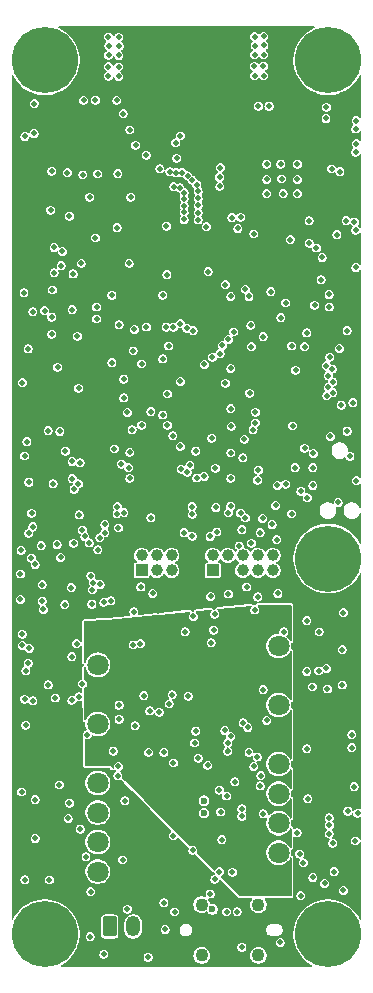
<source format=gbr>
%TF.GenerationSoftware,KiCad,Pcbnew,9.0.1*%
%TF.CreationDate,2025-10-13T19:02:50-04:00*%
%TF.ProjectId,OshTelemega,4f736854-656c-4656-9d65-67612e6b6963,rev?*%
%TF.SameCoordinates,Original*%
%TF.FileFunction,Copper,L2,Inr*%
%TF.FilePolarity,Positive*%
%FSLAX46Y46*%
G04 Gerber Fmt 4.6, Leading zero omitted, Abs format (unit mm)*
G04 Created by KiCad (PCBNEW 9.0.1) date 2025-10-13 19:02:50*
%MOMM*%
%LPD*%
G01*
G04 APERTURE LIST*
G04 Aperture macros list*
%AMRoundRect*
0 Rectangle with rounded corners*
0 $1 Rounding radius*
0 $2 $3 $4 $5 $6 $7 $8 $9 X,Y pos of 4 corners*
0 Add a 4 corners polygon primitive as box body*
4,1,4,$2,$3,$4,$5,$6,$7,$8,$9,$2,$3,0*
0 Add four circle primitives for the rounded corners*
1,1,$1+$1,$2,$3*
1,1,$1+$1,$4,$5*
1,1,$1+$1,$6,$7*
1,1,$1+$1,$8,$9*
0 Add four rect primitives between the rounded corners*
20,1,$1+$1,$2,$3,$4,$5,0*
20,1,$1+$1,$4,$5,$6,$7,0*
20,1,$1+$1,$6,$7,$8,$9,0*
20,1,$1+$1,$8,$9,$2,$3,0*%
G04 Aperture macros list end*
%TA.AperFunction,ComponentPad*%
%ADD10C,1.800000*%
%TD*%
%TA.AperFunction,ComponentPad*%
%ADD11C,5.600000*%
%TD*%
%TA.AperFunction,ComponentPad*%
%ADD12RoundRect,0.250000X-0.350000X-0.625000X0.350000X-0.625000X0.350000X0.625000X-0.350000X0.625000X0*%
%TD*%
%TA.AperFunction,ComponentPad*%
%ADD13O,1.200000X1.750000*%
%TD*%
%TA.AperFunction,HeatsinkPad*%
%ADD14C,1.100000*%
%TD*%
%TA.AperFunction,ComponentPad*%
%ADD15R,1.000000X1.000000*%
%TD*%
%TA.AperFunction,ComponentPad*%
%ADD16C,1.000000*%
%TD*%
%TA.AperFunction,ViaPad*%
%ADD17C,0.460000*%
%TD*%
%TA.AperFunction,ViaPad*%
%ADD18C,0.600000*%
%TD*%
G04 APERTURE END LIST*
D10*
%TO.N,Net-(J6-Pin_1)*%
%TO.C,J6*%
X42800000Y-90099998D03*
%TO.N,V_LIPO*%
X42800000Y-87599998D03*
%TO.N,GND*%
X42800000Y-85099998D03*
%TO.N,/FET_A*%
X42800000Y-82599997D03*
%TO.N,V_PYRO*%
X42800000Y-80099997D03*
%TO.N,/FET_B*%
X42800000Y-77599997D03*
%TO.N,V_PYRO*%
X42800000Y-75100000D03*
%TO.N,/FET_C*%
X42800000Y-72600000D03*
%TO.N,V_PYRO*%
X42800000Y-70100000D03*
%TD*%
D11*
%TO.N,GND*%
%TO.C,H2*%
X23000000Y-97000000D03*
%TD*%
D12*
%TO.N,V_CHARGE*%
%TO.C,J8*%
X28500000Y-96350000D03*
D13*
%TO.N,GND*%
X30500000Y-96350000D03*
%TD*%
D14*
%TO.N,GND*%
%TO.C,J4*%
X36300000Y-94500000D03*
X36300000Y-98800000D03*
X41100000Y-94500000D03*
X41100000Y-98800000D03*
%TD*%
D11*
%TO.N,GND*%
%TO.C,H3*%
X47000000Y-97000000D03*
%TD*%
%TO.N,GND*%
%TO.C,H4*%
X47000000Y-23000000D03*
%TD*%
%TO.N,GND*%
%TO.C,H5*%
X47000000Y-65200000D03*
%TD*%
D15*
%TO.N,GND*%
%TO.C,J9*%
X37240000Y-66200000D03*
D16*
%TO.N,/SCK2*%
X37240000Y-64929999D03*
%TO.N,+3V3*%
X38510001Y-66200000D03*
%TO.N,/MISO2*%
X38510000Y-64930000D03*
%TO.N,/TX1*%
X39780000Y-66200000D03*
%TO.N,/RX1*%
X39780000Y-64930000D03*
%TO.N,/MOSI2*%
X41050000Y-66200000D03*
%TO.N,/CS_COMP1*%
X41050000Y-64930000D03*
%TO.N,V_LIPO*%
X42319999Y-66200000D03*
%TO.N,/CS_COMP0*%
X42320000Y-64930000D03*
%TD*%
D15*
%TO.N,GND*%
%TO.C,J10*%
X31210000Y-66200000D03*
D16*
%TO.N,Net-(J10-Pin_2)*%
X31210000Y-64929999D03*
%TO.N,Net-(J10-Pin_3)*%
X32480001Y-66200000D03*
%TO.N,Net-(J10-Pin_4)*%
X32480000Y-64930000D03*
%TO.N,Net-(J10-Pin_5)*%
X33750000Y-66200000D03*
%TO.N,GND*%
X33750000Y-64930000D03*
%TD*%
D10*
%TO.N,V_PYRO*%
%TO.C,J7*%
X27499999Y-71700000D03*
%TO.N,/FET_D*%
X27499999Y-74200000D03*
%TO.N,V_PYRO*%
X27499999Y-76700000D03*
%TO.N,/FET_E*%
X27499999Y-79200001D03*
%TO.N,V_PYRO*%
X27499999Y-81700001D03*
%TO.N,/FET_F*%
X27499999Y-84200001D03*
%TO.N,/MGSW_IN*%
X27499999Y-86699998D03*
%TO.N,V_PROT*%
X27499999Y-89199998D03*
%TO.N,V_LIPO*%
X27499999Y-91699998D03*
%TD*%
D11*
%TO.N,GND*%
%TO.C,H1*%
X23000000Y-23000000D03*
%TD*%
D17*
%TO.N,/BUZZ*%
X25330000Y-58430000D03*
%TO.N,GND*%
X44400000Y-33100000D03*
X26200000Y-75800000D03*
X33350000Y-41150000D03*
X29280000Y-22600000D03*
X28400000Y-24350000D03*
X43900000Y-61400000D03*
X38750000Y-56250000D03*
X47400000Y-50250000D03*
X33500000Y-47200000D03*
X21000000Y-64500000D03*
X49500000Y-86750000D03*
X23500000Y-35700000D03*
X33800000Y-76725000D03*
X27300000Y-26375000D03*
X24750000Y-56100000D03*
X37500000Y-60875000D03*
X48000000Y-32430000D03*
X27690000Y-67390000D03*
X48100000Y-52200000D03*
X29100000Y-26400000D03*
X49100000Y-52000000D03*
X28400000Y-21030000D03*
X25325000Y-44125000D03*
X31617954Y-45592323D03*
X29250000Y-82800000D03*
X40500000Y-47250000D03*
X37450000Y-57550000D03*
X48600000Y-45900000D03*
X24350000Y-65100000D03*
X25250000Y-67650000D03*
X38750000Y-49100000D03*
X23600000Y-44750000D03*
X36700000Y-37100000D03*
X45675000Y-76050000D03*
X47076498Y-42829135D03*
X34500000Y-55700000D03*
X34806271Y-35880329D03*
X24925000Y-32525000D03*
X33596140Y-32456559D03*
X30200000Y-56200000D03*
X34900000Y-71400000D03*
X29260000Y-23560000D03*
X33900000Y-82500000D03*
X47200000Y-54850000D03*
X38800000Y-54000000D03*
X44680000Y-93740000D03*
X36000000Y-35300000D03*
X38000000Y-89000000D03*
X37300000Y-71250000D03*
X30700000Y-30200000D03*
X40770000Y-21000000D03*
X33400000Y-51250000D03*
X34441838Y-33810353D03*
X30000001Y-94889999D03*
X29250000Y-62600000D03*
X40810000Y-21760000D03*
X31750000Y-98950000D03*
X26600000Y-80125000D03*
X31800000Y-81600000D03*
X49390000Y-30070000D03*
X46500000Y-39700000D03*
X21324999Y-92400000D03*
X25700000Y-72400000D03*
X48675000Y-86575000D03*
X34101486Y-32519727D03*
X22800000Y-68800000D03*
X48300000Y-69775000D03*
X21700000Y-72800000D03*
X30300000Y-34600000D03*
X28390000Y-23540000D03*
X22000000Y-62500000D03*
X21600000Y-47450000D03*
X35550000Y-89900000D03*
X44400000Y-34300000D03*
X44581914Y-90207307D03*
X39100000Y-84100000D03*
X29300000Y-78800000D03*
X43000000Y-31800000D03*
X46850000Y-74500000D03*
X41800000Y-31800000D03*
X34800000Y-63000000D03*
X47950000Y-47400000D03*
X45700000Y-92200000D03*
X46400000Y-41600000D03*
X46850000Y-26980000D03*
X34813559Y-35340969D03*
X49000000Y-80100000D03*
X47100000Y-43900000D03*
X29126622Y-61387412D03*
X45000000Y-47250000D03*
X30200000Y-28900000D03*
X38550000Y-46650000D03*
X29270000Y-24370000D03*
X23800000Y-41000000D03*
X48200000Y-72900000D03*
X36850000Y-40900000D03*
X40770000Y-24320000D03*
X37150000Y-55000000D03*
X34804859Y-36487885D03*
X26225000Y-32700000D03*
X38750000Y-80250000D03*
X41100000Y-26890000D03*
X34802626Y-34207584D03*
X37100000Y-72325000D03*
X40780000Y-22550000D03*
X44900000Y-90950000D03*
X47400000Y-89300000D03*
X29200000Y-32600000D03*
X29700000Y-51600000D03*
X29270000Y-21050000D03*
X43062500Y-33037500D03*
X31600000Y-31050000D03*
X48600000Y-54400000D03*
X26100000Y-40200000D03*
X36000000Y-34700000D03*
X42150000Y-42600000D03*
X32000000Y-61750000D03*
X29125000Y-37175000D03*
X38300000Y-50350000D03*
X40850000Y-52800000D03*
X34180000Y-31300000D03*
X38750000Y-43000000D03*
X37900000Y-86650000D03*
X35600000Y-70100000D03*
X29600000Y-90700000D03*
X38750000Y-52500000D03*
X21325000Y-29450000D03*
X23800000Y-38850000D03*
X25323049Y-56969590D03*
X28430000Y-21780000D03*
X38750000Y-60750000D03*
X23900000Y-77000000D03*
X40200000Y-79500000D03*
X30550000Y-69700000D03*
X30650000Y-79350000D03*
X37880000Y-32100000D03*
X25490000Y-59320000D03*
X49350000Y-28830000D03*
X44400000Y-31800000D03*
X23399998Y-92400000D03*
X49340000Y-30780000D03*
X47400000Y-51150000D03*
X25400000Y-41100000D03*
X47150000Y-48150000D03*
X21100000Y-71600000D03*
X35300000Y-57300000D03*
X38250000Y-79750000D03*
X41540000Y-22540000D03*
X27300000Y-38050000D03*
X24999998Y-87200000D03*
X49350000Y-37400000D03*
X30200000Y-58400000D03*
X36000000Y-35900000D03*
X34080000Y-30000000D03*
X29300000Y-45400000D03*
X26500000Y-90450000D03*
X22000000Y-44300000D03*
X32000000Y-52750000D03*
X41530000Y-24310000D03*
X42650000Y-63600000D03*
X35890670Y-33565788D03*
X24700000Y-69100000D03*
X33400000Y-53900000D03*
X21250000Y-42700000D03*
X39700000Y-62750000D03*
X34500000Y-50200000D03*
X48300000Y-93300000D03*
X46250000Y-71400000D03*
X33200000Y-96600000D03*
X34500000Y-45300000D03*
X43400000Y-58900000D03*
X34645705Y-32521347D03*
X22199998Y-88900000D03*
X41530000Y-20990000D03*
X22199998Y-85600000D03*
X35800000Y-79800000D03*
X47850000Y-60450000D03*
X41800000Y-33100000D03*
X40760000Y-23510000D03*
X47750000Y-37770000D03*
X27400000Y-44900000D03*
X24250000Y-84350000D03*
X47300000Y-32200000D03*
X29655955Y-27522323D03*
X32150000Y-68150000D03*
X41800000Y-34300000D03*
X31400000Y-76800000D03*
X21300000Y-56500000D03*
X40300000Y-43000000D03*
X24100000Y-49000000D03*
X35475000Y-60800000D03*
X38900000Y-91750000D03*
X34000000Y-95100000D03*
X41500000Y-86800000D03*
X38750000Y-58400000D03*
X33927989Y-33704667D03*
X33007476Y-53044727D03*
X37575000Y-62950000D03*
X27475000Y-32625000D03*
X26775000Y-63875000D03*
X34806271Y-34728722D03*
X43200000Y-34300000D03*
X41800000Y-78900000D03*
X39806400Y-79100000D03*
X35100000Y-32800000D03*
X34500000Y-29400000D03*
X47086817Y-87163183D03*
X22125000Y-26675000D03*
X23650000Y-42450000D03*
X26300000Y-26400000D03*
X36000000Y-34100000D03*
X30100000Y-57500000D03*
X45200000Y-46100000D03*
X39475000Y-64125000D03*
X35509231Y-33169772D03*
X25775000Y-46375000D03*
X33850000Y-54800000D03*
X33300000Y-37050000D03*
X49220000Y-36690000D03*
X48526477Y-36588664D03*
X47350000Y-49150000D03*
X20950000Y-66500000D03*
X22900000Y-69500000D03*
X37850000Y-47850000D03*
X43800000Y-38200000D03*
X21120000Y-50300000D03*
X28700000Y-42900000D03*
X44370000Y-88410000D03*
X37400000Y-92350000D03*
X21300000Y-77100000D03*
X46819429Y-27933495D03*
X45250000Y-60050000D03*
X43995783Y-53952307D03*
X35800000Y-56100000D03*
X25300000Y-77200000D03*
X32750000Y-32200000D03*
X37810000Y-32900000D03*
X21670000Y-58720000D03*
X23300000Y-54360000D03*
X26900000Y-93400000D03*
X40350000Y-51200000D03*
X21050000Y-84950000D03*
X41570000Y-21750000D03*
X33900000Y-88650000D03*
X28700000Y-48600000D03*
X21500000Y-55300000D03*
X23710000Y-58870000D03*
X33100001Y-94340000D03*
X36000197Y-36526757D03*
X22000000Y-77250000D03*
X48200000Y-75900000D03*
X28410000Y-22580000D03*
X39900000Y-55100000D03*
X49370000Y-28120000D03*
X22100000Y-29200000D03*
X29700000Y-50000000D03*
X30013268Y-52823846D03*
X25920000Y-61510000D03*
X29300000Y-21800000D03*
X41250000Y-84450000D03*
X28000000Y-98700000D03*
X37830000Y-33680000D03*
X44250000Y-49250000D03*
X41520000Y-23500000D03*
X20950000Y-68650000D03*
X27400000Y-43900000D03*
X47104073Y-87753834D03*
X42000000Y-26890000D03*
X25875000Y-50775000D03*
X40800000Y-69550000D03*
X24290000Y-54440000D03*
X43400000Y-43550000D03*
X31900000Y-78100000D03*
X30150000Y-40200000D03*
X23600000Y-46200000D03*
X45850000Y-43750000D03*
X42550000Y-60700000D03*
X41250000Y-63000000D03*
%TO.N,+3V3*%
X42800000Y-58300000D03*
X24400000Y-26200000D03*
X38580022Y-34454558D03*
X24570000Y-58900000D03*
X24900000Y-74700000D03*
X41400000Y-43700000D03*
X20700000Y-33300000D03*
X29211198Y-58200000D03*
X23400000Y-63960000D03*
D18*
X23424999Y-87000000D03*
D17*
X46700000Y-89100000D03*
X45500000Y-30476251D03*
X45500000Y-35400000D03*
X26000000Y-55500000D03*
X20700000Y-34400000D03*
X25200000Y-48085000D03*
X44699429Y-28333495D03*
X39600000Y-39700000D03*
X46776887Y-30866862D03*
X44400000Y-43000000D03*
X30000000Y-45400000D03*
X39900000Y-31830000D03*
X48650000Y-43850000D03*
X23700000Y-71200000D03*
X47100000Y-56750000D03*
D18*
X22324999Y-87000000D03*
D17*
X25600000Y-65500000D03*
X28500000Y-52900000D03*
X38500000Y-81500000D03*
D18*
X22324999Y-88100000D03*
D17*
X36160000Y-30860000D03*
X42700000Y-36400000D03*
X32600000Y-69600000D03*
X36100000Y-68000000D03*
%TO.N,/NRST*%
X49350000Y-40550000D03*
X23600000Y-32400000D03*
X23000000Y-44200000D03*
X45400000Y-36600000D03*
%TO.N,VBUS*%
X37800000Y-91700000D03*
D18*
X37200000Y-94900000D03*
%TO.N,V_LIPO*%
X36502000Y-86752000D03*
X36500000Y-85700000D03*
D17*
%TO.N,Net-(J4-CC1)*%
X37000000Y-93600000D03*
%TO.N,Net-(J4-D+-PadA6)*%
X38400000Y-95100000D03*
%TO.N,Net-(J4-CC2)*%
X39700000Y-98100000D03*
%TO.N,Net-(J4-D--PadA7)*%
X39300000Y-95100000D03*
%TO.N,/RX1*%
X41450000Y-61800000D03*
X45000000Y-55850000D03*
D18*
%TO.N,V_PYRO*%
X40560000Y-90850000D03*
X40050000Y-89760000D03*
X42700000Y-93500000D03*
X40600000Y-92160000D03*
X41280000Y-91330000D03*
X41380000Y-92200000D03*
X41350000Y-89860000D03*
X40990000Y-93010000D03*
D17*
%TO.N,/MGSW_IN*%
X49000000Y-81200000D03*
X26850000Y-97200000D03*
X42950000Y-97700000D03*
%TO.N,/SENSE_A*%
X45280000Y-85530000D03*
X40641194Y-54274217D03*
%TO.N,/SENSE_B*%
X49200000Y-84500000D03*
X40850000Y-53700000D03*
%TO.N,/FIRE_A*%
X35875000Y-58375000D03*
X47100000Y-88500000D03*
%TO.N,/FIRE_B*%
X49300000Y-89100000D03*
X36500000Y-58250000D03*
%TO.N,/FIRE_C*%
X30500000Y-72500000D03*
X28000000Y-68900000D03*
X32700000Y-78200000D03*
X40300000Y-81600000D03*
X36000000Y-82100000D03*
X27659962Y-63434902D03*
%TO.N,/SENSE_C*%
X35571937Y-45893037D03*
X33000000Y-48300000D03*
X41500000Y-76300000D03*
X39784174Y-56665826D03*
%TO.N,/FIRE_D*%
X38500000Y-80800000D03*
X33550000Y-77500000D03*
X35700000Y-80800000D03*
X28599138Y-68780172D03*
X31102689Y-72399552D03*
X28100000Y-63011003D03*
%TO.N,/SENSE_D*%
X36522547Y-48753221D03*
X35150000Y-76850000D03*
%TO.N,/FIRE_E*%
X23300000Y-75900000D03*
X28900000Y-55900000D03*
%TO.N,/SENSE_E*%
X30600000Y-45800000D03*
X30500000Y-47600000D03*
X25900000Y-76900000D03*
X30400000Y-54300000D03*
%TO.N,/FIRE_F*%
X21400000Y-74700000D03*
X28100000Y-62300000D03*
%TO.N,/SENSE_F*%
X35025000Y-45700000D03*
X31200000Y-53900000D03*
X21400000Y-79300000D03*
X31200000Y-48700000D03*
%TO.N,/CMP_LDO_IN*%
X29300000Y-77600000D03*
X46700000Y-92700000D03*
X21114258Y-72557377D03*
X25100000Y-85900000D03*
X47500000Y-91700000D03*
%TO.N,/CMP_RAIL*%
X40700000Y-82800000D03*
X26000000Y-88100000D03*
X28800000Y-81500000D03*
X36800000Y-82700000D03*
X25300000Y-73500000D03*
X21600000Y-74050000D03*
%TO.N,/V_PBATT*%
X39700000Y-87011003D03*
X33900000Y-45600000D03*
%TO.N,/V_BATT*%
X39700000Y-86400000D03*
X33288997Y-45600000D03*
%TO.N,/IMU_GYRO_INT*%
X24050000Y-64000000D03*
X29700000Y-61300000D03*
%TO.N,/SWDIO*%
X44200000Y-57500000D03*
X45700000Y-57500000D03*
X48846736Y-56525232D03*
%TO.N,/IMU_ACCEL_INT*%
X26202967Y-62772841D03*
X29150000Y-60800000D03*
%TO.N,/MAG_MISO2*%
X37050000Y-68400000D03*
X37000000Y-63325000D03*
%TO.N,/TX1*%
X40500000Y-63900000D03*
X40100000Y-67600000D03*
X45750000Y-56300000D03*
X42250000Y-62300000D03*
%TO.N,/MISO2*%
X39600000Y-36300000D03*
X39595693Y-61334141D03*
X43900000Y-47200000D03*
%TO.N,/CS_COMP1*%
X34556727Y-57628136D03*
%TO.N,/SCK1*%
X21900000Y-61350000D03*
X37200000Y-48150000D03*
%TO.N,/MISO1*%
X26000000Y-57100000D03*
X38050000Y-47150000D03*
X25860000Y-58870000D03*
X25450000Y-63900000D03*
X22700000Y-64100000D03*
%TO.N,/RADIO_MARC_ISR*%
X43000000Y-44800000D03*
X46000000Y-38900000D03*
%TO.N,/CS_COMP0*%
X35075167Y-57888180D03*
%TO.N,/AC_SCK1*%
X21873809Y-65156348D03*
X27050000Y-67850000D03*
%TO.N,/MOSI1*%
X21650000Y-63050000D03*
X39000000Y-46000000D03*
%TO.N,/MOSI2*%
X40000000Y-42400000D03*
X40700000Y-37700000D03*
%TO.N,/CS_MAG*%
X35500000Y-63300000D03*
X35500000Y-61450000D03*
X38550000Y-68200000D03*
X40000000Y-61750000D03*
%TO.N,/USB_D-*%
X41295771Y-83574624D03*
X38400000Y-85300000D03*
X44700000Y-59500000D03*
X45200000Y-81300000D03*
%TO.N,/RADIO_INT*%
X40450000Y-45450000D03*
X45400000Y-38500000D03*
%TO.N,/SCK2*%
X38300000Y-42000000D03*
X38550000Y-61300000D03*
X41500000Y-46400000D03*
X39350000Y-37250000D03*
%TO.N,/SWCLK*%
X45700000Y-59000000D03*
X41025000Y-58550000D03*
X49389000Y-58600000D03*
%TO.N,/AC_MOSI1*%
X22200000Y-65700000D03*
X26898387Y-66655876D03*
%TO.N,/BA_MISO1*%
X26800000Y-34600000D03*
X25100000Y-36200000D03*
%TO.N,/USB_D+*%
X37800000Y-84800000D03*
X41000000Y-82000000D03*
%TO.N,/CS_RADIO*%
X38845000Y-36325000D03*
X33000000Y-42900000D03*
%TO.N,/AC_MISO1*%
X22800000Y-67400000D03*
X27125786Y-67243715D03*
%TO.N,Net-(D6-A)*%
X24400000Y-40400000D03*
X24500000Y-39200000D03*
%TO.N,Net-(J10-Pin_4)*%
X47000000Y-49700000D03*
%TO.N,Net-(J10-Pin_3)*%
X46881230Y-51409385D03*
%TO.N,Net-(J10-Pin_2)*%
X46842987Y-48868326D03*
%TO.N,Net-(J10-Pin_5)*%
X47000000Y-50700000D03*
%TO.N,/HALL_OUT*%
X45200000Y-70450000D03*
X29500000Y-57200000D03*
X46200000Y-74700000D03*
X26400000Y-63318350D03*
X42700000Y-59000000D03*
X41100000Y-57700000D03*
%TO.N,Net-(Q2-G)*%
X43250000Y-71400000D03*
X33100000Y-81600000D03*
X46937500Y-76237500D03*
X45200000Y-74750000D03*
%TO.N,Net-(D5-A1)*%
X27500000Y-64450000D03*
%TO.N,Net-(D5-A2)*%
X31150000Y-67600000D03*
X41050000Y-68450000D03*
X37400000Y-69900000D03*
X27000000Y-69050000D03*
X42750000Y-68150000D03*
%TO.N,Net-(Q2-D)*%
X29800000Y-85700000D03*
X29200000Y-83600000D03*
%TD*%
%TA.AperFunction,Conductor*%
%TO.N,V_PYRO*%
G36*
X43878326Y-69121674D02*
G01*
X43900000Y-69174000D01*
X43900000Y-72138523D01*
X43878326Y-72190849D01*
X43826000Y-72212523D01*
X43773674Y-72190849D01*
X43757633Y-72166842D01*
X43738023Y-72119500D01*
X43730941Y-72102402D01*
X43615977Y-71930345D01*
X43489194Y-71803562D01*
X43467521Y-71751238D01*
X43489194Y-71698913D01*
X43554476Y-71633632D01*
X43604569Y-71546867D01*
X43630499Y-71450096D01*
X43630500Y-71450096D01*
X43630500Y-71349904D01*
X43630499Y-71349903D01*
X43617152Y-71300094D01*
X43604569Y-71253133D01*
X43554476Y-71166368D01*
X43483632Y-71095524D01*
X43483631Y-71095523D01*
X43396865Y-71045430D01*
X43396866Y-71045430D01*
X43300096Y-71019500D01*
X43300094Y-71019500D01*
X43199906Y-71019500D01*
X43199904Y-71019500D01*
X43103133Y-71045430D01*
X43016368Y-71095523D01*
X42945523Y-71166368D01*
X42895430Y-71253133D01*
X42869500Y-71349903D01*
X42869500Y-71450095D01*
X42871175Y-71456346D01*
X42863783Y-71512499D01*
X42818851Y-71546978D01*
X42799697Y-71549500D01*
X42696535Y-71549500D01*
X42671519Y-71554476D01*
X42493586Y-71589868D01*
X42493579Y-71589870D01*
X42302401Y-71669059D01*
X42130345Y-71784022D01*
X42130344Y-71784024D01*
X41984024Y-71930344D01*
X41984022Y-71930345D01*
X41869059Y-72102401D01*
X41789870Y-72293579D01*
X41789868Y-72293586D01*
X41749500Y-72496535D01*
X41749500Y-72703464D01*
X41789868Y-72906413D01*
X41789870Y-72906420D01*
X41869059Y-73097598D01*
X41983624Y-73269059D01*
X41984023Y-73269655D01*
X42130345Y-73415977D01*
X42302402Y-73530941D01*
X42493580Y-73610130D01*
X42696535Y-73650500D01*
X42696536Y-73650500D01*
X42903464Y-73650500D01*
X42903465Y-73650500D01*
X43106420Y-73610130D01*
X43297598Y-73530941D01*
X43469655Y-73415977D01*
X43615977Y-73269655D01*
X43730941Y-73097598D01*
X43757633Y-73033157D01*
X43797681Y-72993109D01*
X43854318Y-72993109D01*
X43894367Y-73033157D01*
X43900000Y-73061476D01*
X43900000Y-77138520D01*
X43878326Y-77190846D01*
X43826000Y-77212520D01*
X43773674Y-77190846D01*
X43757633Y-77166839D01*
X43730941Y-77102399D01*
X43615977Y-76930342D01*
X43469655Y-76784020D01*
X43456299Y-76775096D01*
X43297598Y-76669056D01*
X43106420Y-76589867D01*
X43106413Y-76589865D01*
X42953516Y-76559452D01*
X42903465Y-76549497D01*
X42696535Y-76549497D01*
X42656385Y-76557483D01*
X42493586Y-76589865D01*
X42493579Y-76589867D01*
X42302401Y-76669056D01*
X42130345Y-76784019D01*
X42130344Y-76784021D01*
X41984024Y-76930341D01*
X41984022Y-76930342D01*
X41869059Y-77102398D01*
X41789870Y-77293576D01*
X41789868Y-77293583D01*
X41749500Y-77496532D01*
X41749500Y-77703461D01*
X41789868Y-77906410D01*
X41789870Y-77906417D01*
X41869059Y-78097595D01*
X41968798Y-78246867D01*
X41984023Y-78269652D01*
X42130345Y-78415974D01*
X42302402Y-78530938D01*
X42493580Y-78610127D01*
X42696535Y-78650497D01*
X42696536Y-78650497D01*
X42903464Y-78650497D01*
X42903465Y-78650497D01*
X43106420Y-78610127D01*
X43297598Y-78530938D01*
X43469655Y-78415974D01*
X43615977Y-78269652D01*
X43730941Y-78097595D01*
X43757633Y-78033154D01*
X43797681Y-77993106D01*
X43854318Y-77993106D01*
X43894367Y-78033154D01*
X43900000Y-78061473D01*
X43900000Y-82138520D01*
X43878326Y-82190846D01*
X43826000Y-82212520D01*
X43773674Y-82190846D01*
X43757633Y-82166839D01*
X43749360Y-82146866D01*
X43730941Y-82102399D01*
X43615977Y-81930342D01*
X43469655Y-81784020D01*
X43414051Y-81746867D01*
X43297598Y-81669056D01*
X43106420Y-81589867D01*
X43106413Y-81589865D01*
X42953516Y-81559452D01*
X42903465Y-81549497D01*
X42696535Y-81549497D01*
X42656385Y-81557483D01*
X42493586Y-81589865D01*
X42493579Y-81589867D01*
X42302401Y-81669056D01*
X42130345Y-81784019D01*
X42130344Y-81784021D01*
X41984024Y-81930341D01*
X41984022Y-81930342D01*
X41869059Y-82102398D01*
X41789870Y-82293576D01*
X41789868Y-82293583D01*
X41749500Y-82496532D01*
X41749500Y-82703461D01*
X41789868Y-82906410D01*
X41789870Y-82906417D01*
X41869059Y-83097595D01*
X41959924Y-83233586D01*
X41984023Y-83269652D01*
X42130345Y-83415974D01*
X42302402Y-83530938D01*
X42493580Y-83610127D01*
X42696535Y-83650497D01*
X42696536Y-83650497D01*
X42903464Y-83650497D01*
X42903465Y-83650497D01*
X43106420Y-83610127D01*
X43297598Y-83530938D01*
X43469655Y-83415974D01*
X43615977Y-83269652D01*
X43730941Y-83097595D01*
X43757633Y-83033154D01*
X43797681Y-82993106D01*
X43854318Y-82993106D01*
X43894367Y-83033154D01*
X43900000Y-83061473D01*
X43900000Y-84638521D01*
X43878326Y-84690847D01*
X43826000Y-84712521D01*
X43773674Y-84690847D01*
X43757633Y-84666840D01*
X43745903Y-84638521D01*
X43730941Y-84602400D01*
X43615977Y-84430343D01*
X43469655Y-84284021D01*
X43414048Y-84246866D01*
X43297598Y-84169057D01*
X43106420Y-84089868D01*
X43106413Y-84089866D01*
X42953516Y-84059453D01*
X42903465Y-84049498D01*
X42696535Y-84049498D01*
X42656385Y-84057484D01*
X42493586Y-84089866D01*
X42493579Y-84089868D01*
X42302401Y-84169057D01*
X42130345Y-84284020D01*
X42130344Y-84284022D01*
X41984024Y-84430342D01*
X41984022Y-84430343D01*
X41869059Y-84602399D01*
X41789870Y-84793577D01*
X41789868Y-84793584D01*
X41762096Y-84933206D01*
X41749500Y-84996533D01*
X41749500Y-85203463D01*
X41757764Y-85245007D01*
X41789868Y-85406411D01*
X41789870Y-85406418D01*
X41869059Y-85597596D01*
X41983624Y-85769057D01*
X41984023Y-85769653D01*
X42130345Y-85915975D01*
X42302402Y-86030939D01*
X42493580Y-86110128D01*
X42696535Y-86150498D01*
X42696536Y-86150498D01*
X42903464Y-86150498D01*
X42903465Y-86150498D01*
X43106420Y-86110128D01*
X43297598Y-86030939D01*
X43469655Y-85915975D01*
X43615977Y-85769653D01*
X43730941Y-85597596D01*
X43757633Y-85533155D01*
X43797681Y-85493107D01*
X43854318Y-85493107D01*
X43894367Y-85533155D01*
X43900000Y-85561474D01*
X43900000Y-87138521D01*
X43878326Y-87190847D01*
X43826000Y-87212521D01*
X43773674Y-87190847D01*
X43757633Y-87166840D01*
X43730941Y-87102400D01*
X43615977Y-86930343D01*
X43469655Y-86784021D01*
X43430451Y-86757826D01*
X43297598Y-86669057D01*
X43106420Y-86589868D01*
X43106413Y-86589866D01*
X42953516Y-86559453D01*
X42903465Y-86549498D01*
X42696535Y-86549498D01*
X42656385Y-86557484D01*
X42493586Y-86589866D01*
X42493579Y-86589868D01*
X42302401Y-86669057D01*
X42130345Y-86784020D01*
X42006785Y-86907580D01*
X41954459Y-86929254D01*
X41902133Y-86907580D01*
X41880459Y-86855254D01*
X41880500Y-86854631D01*
X41880500Y-86749904D01*
X41880499Y-86749903D01*
X41867152Y-86700094D01*
X41854569Y-86653133D01*
X41804476Y-86566368D01*
X41733632Y-86495524D01*
X41733631Y-86495523D01*
X41646865Y-86445430D01*
X41646866Y-86445430D01*
X41550096Y-86419500D01*
X41550094Y-86419500D01*
X41449906Y-86419500D01*
X41449904Y-86419500D01*
X41353133Y-86445430D01*
X41266368Y-86495523D01*
X41195523Y-86566368D01*
X41145430Y-86653133D01*
X41119500Y-86749903D01*
X41119500Y-86850096D01*
X41145430Y-86946866D01*
X41193716Y-87030500D01*
X41195524Y-87033632D01*
X41266368Y-87104476D01*
X41353133Y-87154569D01*
X41449903Y-87180499D01*
X41449904Y-87180500D01*
X41449906Y-87180500D01*
X41550096Y-87180500D01*
X41550096Y-87180499D01*
X41634552Y-87157869D01*
X41646864Y-87154570D01*
X41646864Y-87154569D01*
X41646867Y-87154569D01*
X41721705Y-87111361D01*
X41777857Y-87103970D01*
X41822790Y-87138448D01*
X41830182Y-87194601D01*
X41827071Y-87203766D01*
X41789871Y-87293573D01*
X41789868Y-87293584D01*
X41749500Y-87496533D01*
X41749500Y-87703462D01*
X41789868Y-87906411D01*
X41789870Y-87906418D01*
X41869059Y-88097596D01*
X41983920Y-88269500D01*
X41984023Y-88269653D01*
X42130345Y-88415975D01*
X42302402Y-88530939D01*
X42493580Y-88610128D01*
X42696535Y-88650498D01*
X42696536Y-88650498D01*
X42903464Y-88650498D01*
X42903465Y-88650498D01*
X43106420Y-88610128D01*
X43297598Y-88530939D01*
X43469655Y-88415975D01*
X43615977Y-88269653D01*
X43730941Y-88097596D01*
X43757633Y-88033155D01*
X43797681Y-87993107D01*
X43854318Y-87993107D01*
X43894367Y-88033155D01*
X43900000Y-88061474D01*
X43900000Y-89638521D01*
X43878326Y-89690847D01*
X43826000Y-89712521D01*
X43773674Y-89690847D01*
X43757633Y-89666840D01*
X43730941Y-89602400D01*
X43615977Y-89430343D01*
X43469655Y-89284021D01*
X43297598Y-89169057D01*
X43106420Y-89089868D01*
X43106413Y-89089866D01*
X42953516Y-89059453D01*
X42903465Y-89049498D01*
X42696535Y-89049498D01*
X42656385Y-89057484D01*
X42493586Y-89089866D01*
X42493579Y-89089868D01*
X42302401Y-89169057D01*
X42130345Y-89284020D01*
X42130344Y-89284022D01*
X41984024Y-89430342D01*
X41984022Y-89430343D01*
X41869059Y-89602399D01*
X41789870Y-89793577D01*
X41789868Y-89793584D01*
X41758737Y-89950094D01*
X41749500Y-89996533D01*
X41749500Y-90203463D01*
X41750826Y-90210128D01*
X41789868Y-90406411D01*
X41789870Y-90406418D01*
X41869059Y-90597596D01*
X41983624Y-90769057D01*
X41984023Y-90769653D01*
X42130345Y-90915975D01*
X42302402Y-91030939D01*
X42493580Y-91110128D01*
X42696535Y-91150498D01*
X42696536Y-91150498D01*
X42903464Y-91150498D01*
X42903465Y-91150498D01*
X43106420Y-91110128D01*
X43297598Y-91030939D01*
X43469655Y-90915975D01*
X43615977Y-90769653D01*
X43730941Y-90597596D01*
X43757633Y-90533155D01*
X43797681Y-90493107D01*
X43854318Y-90493107D01*
X43894367Y-90533155D01*
X43900000Y-90561474D01*
X43900000Y-93726000D01*
X43878326Y-93778326D01*
X43826000Y-93800000D01*
X41177709Y-93800000D01*
X41170462Y-93799644D01*
X41168999Y-93799500D01*
X41168993Y-93799500D01*
X41031007Y-93799500D01*
X41031001Y-93799500D01*
X41029538Y-93799644D01*
X41022291Y-93800000D01*
X39524067Y-93800000D01*
X39471741Y-93778326D01*
X39471486Y-93778070D01*
X37892597Y-92183702D01*
X37871179Y-92131271D01*
X37893108Y-92079051D01*
X37926025Y-92060154D01*
X37935889Y-92057510D01*
X37946867Y-92054569D01*
X38033632Y-92004476D01*
X38104476Y-91933632D01*
X38154569Y-91846867D01*
X38180499Y-91750096D01*
X38180500Y-91750096D01*
X38180500Y-91699903D01*
X38519500Y-91699903D01*
X38519500Y-91800096D01*
X38545430Y-91896866D01*
X38545431Y-91896867D01*
X38595524Y-91983632D01*
X38666368Y-92054476D01*
X38753133Y-92104569D01*
X38849903Y-92130499D01*
X38849904Y-92130500D01*
X38849906Y-92130500D01*
X38950096Y-92130500D01*
X38950096Y-92130499D01*
X39046867Y-92104569D01*
X39133632Y-92054476D01*
X39204476Y-91983632D01*
X39254569Y-91896867D01*
X39280499Y-91800096D01*
X39280500Y-91800096D01*
X39280500Y-91699904D01*
X39280499Y-91699903D01*
X39254569Y-91603133D01*
X39204476Y-91516368D01*
X39133631Y-91445523D01*
X39046865Y-91395430D01*
X39046866Y-91395430D01*
X38950096Y-91369500D01*
X38950094Y-91369500D01*
X38849906Y-91369500D01*
X38849904Y-91369500D01*
X38753133Y-91395430D01*
X38666368Y-91445523D01*
X38595523Y-91516368D01*
X38545430Y-91603133D01*
X38519500Y-91699903D01*
X38180500Y-91699903D01*
X38180500Y-91649904D01*
X38180499Y-91649903D01*
X38154569Y-91553133D01*
X38104476Y-91466368D01*
X38033631Y-91395523D01*
X37946865Y-91345430D01*
X37946866Y-91345430D01*
X37850096Y-91319500D01*
X37850094Y-91319500D01*
X37749906Y-91319500D01*
X37749904Y-91319500D01*
X37653133Y-91345430D01*
X37566368Y-91395523D01*
X37495523Y-91466368D01*
X37445431Y-91553131D01*
X37441038Y-91569526D01*
X37406557Y-91614457D01*
X37350404Y-91621848D01*
X37316979Y-91602440D01*
X35897158Y-90168699D01*
X35875740Y-90116268D01*
X35885653Y-90079630D01*
X35904569Y-90046867D01*
X35930499Y-89950096D01*
X35930500Y-89950096D01*
X35930500Y-89849904D01*
X35930499Y-89849903D01*
X35915406Y-89793578D01*
X35904569Y-89753133D01*
X35854476Y-89666368D01*
X35783632Y-89595524D01*
X35783631Y-89595523D01*
X35720111Y-89558851D01*
X35696867Y-89545431D01*
X35696866Y-89545430D01*
X35600096Y-89519500D01*
X35600094Y-89519500D01*
X35499906Y-89519500D01*
X35499904Y-89519500D01*
X35403134Y-89545430D01*
X35374175Y-89562149D01*
X35318022Y-89569540D01*
X35284596Y-89550132D01*
X35279940Y-89545430D01*
X34690195Y-88949903D01*
X37619500Y-88949903D01*
X37619500Y-89050096D01*
X37645430Y-89146866D01*
X37645431Y-89146867D01*
X37695524Y-89233632D01*
X37766368Y-89304476D01*
X37853133Y-89354569D01*
X37949903Y-89380499D01*
X37949904Y-89380500D01*
X37949906Y-89380500D01*
X38050096Y-89380500D01*
X38050096Y-89380499D01*
X38146867Y-89354569D01*
X38233632Y-89304476D01*
X38304476Y-89233632D01*
X38354569Y-89146867D01*
X38380499Y-89050096D01*
X38380500Y-89050096D01*
X38380500Y-88949904D01*
X38380499Y-88949903D01*
X38365406Y-88893578D01*
X38354569Y-88853133D01*
X38304476Y-88766368D01*
X38233632Y-88695524D01*
X38233631Y-88695523D01*
X38146865Y-88645430D01*
X38146866Y-88645430D01*
X38050096Y-88619500D01*
X38050094Y-88619500D01*
X37949906Y-88619500D01*
X37949904Y-88619500D01*
X37853133Y-88645430D01*
X37766368Y-88695523D01*
X37695523Y-88766368D01*
X37645430Y-88853133D01*
X37619500Y-88949903D01*
X34690195Y-88949903D01*
X34508442Y-88766368D01*
X34269687Y-88525272D01*
X34257550Y-88507011D01*
X34256994Y-88507333D01*
X34204476Y-88416368D01*
X34133632Y-88345524D01*
X34044279Y-88293937D01*
X34028698Y-88281921D01*
X32948217Y-87190847D01*
X32454894Y-86692688D01*
X36051500Y-86692688D01*
X36051500Y-86811311D01*
X36082199Y-86925882D01*
X36082201Y-86925887D01*
X36141508Y-87028609D01*
X36141509Y-87028610D01*
X36141511Y-87028613D01*
X36225387Y-87112489D01*
X36225389Y-87112490D01*
X36225390Y-87112491D01*
X36303988Y-87157870D01*
X36328114Y-87171799D01*
X36328115Y-87171799D01*
X36328117Y-87171800D01*
X36360586Y-87180500D01*
X36442688Y-87202499D01*
X36442689Y-87202500D01*
X36442691Y-87202500D01*
X36561311Y-87202500D01*
X36561311Y-87202499D01*
X36675886Y-87171799D01*
X36778613Y-87112489D01*
X36862489Y-87028613D01*
X36921799Y-86925886D01*
X36952499Y-86811311D01*
X36952500Y-86811311D01*
X36952500Y-86692689D01*
X36952499Y-86692688D01*
X36931471Y-86614209D01*
X36927638Y-86599903D01*
X37519500Y-86599903D01*
X37519500Y-86700096D01*
X37545430Y-86796866D01*
X37578781Y-86854631D01*
X37595524Y-86883632D01*
X37666368Y-86954476D01*
X37753133Y-87004569D01*
X37849903Y-87030499D01*
X37849904Y-87030500D01*
X37849906Y-87030500D01*
X37950096Y-87030500D01*
X37950096Y-87030499D01*
X38046867Y-87004569D01*
X38133632Y-86954476D01*
X38204476Y-86883632D01*
X38254569Y-86796867D01*
X38280499Y-86700096D01*
X38280500Y-86700096D01*
X38280500Y-86599904D01*
X38280499Y-86599903D01*
X38266287Y-86546866D01*
X38254569Y-86503133D01*
X38204476Y-86416368D01*
X38138011Y-86349903D01*
X39319500Y-86349903D01*
X39319500Y-86450096D01*
X39345430Y-86546866D01*
X39395523Y-86633631D01*
X39415067Y-86653175D01*
X39436741Y-86705501D01*
X39415068Y-86757826D01*
X39395523Y-86777371D01*
X39345430Y-86864136D01*
X39319500Y-86960906D01*
X39319500Y-87061099D01*
X39345430Y-87157869D01*
X39371929Y-87203766D01*
X39395524Y-87244635D01*
X39466368Y-87315479D01*
X39553133Y-87365572D01*
X39649903Y-87391502D01*
X39649904Y-87391503D01*
X39649906Y-87391503D01*
X39750096Y-87391503D01*
X39750096Y-87391502D01*
X39846867Y-87365572D01*
X39933632Y-87315479D01*
X40004476Y-87244635D01*
X40054569Y-87157870D01*
X40080499Y-87061099D01*
X40080500Y-87061099D01*
X40080500Y-86960907D01*
X40080499Y-86960906D01*
X40072309Y-86930343D01*
X40054569Y-86864136D01*
X40004476Y-86777371D01*
X39984932Y-86757827D01*
X39963258Y-86705501D01*
X39984931Y-86653176D01*
X40004476Y-86633632D01*
X40054569Y-86546867D01*
X40080499Y-86450096D01*
X40080500Y-86450096D01*
X40080500Y-86349904D01*
X40080499Y-86349903D01*
X40079325Y-86345523D01*
X40054569Y-86253133D01*
X40004476Y-86166368D01*
X39933632Y-86095524D01*
X39933631Y-86095523D01*
X39846865Y-86045430D01*
X39846866Y-86045430D01*
X39750096Y-86019500D01*
X39750094Y-86019500D01*
X39649906Y-86019500D01*
X39649904Y-86019500D01*
X39553133Y-86045430D01*
X39466368Y-86095523D01*
X39395523Y-86166368D01*
X39345430Y-86253133D01*
X39319500Y-86349903D01*
X38138011Y-86349903D01*
X38133632Y-86345524D01*
X38133631Y-86345523D01*
X38046865Y-86295430D01*
X38046866Y-86295430D01*
X37950096Y-86269500D01*
X37950094Y-86269500D01*
X37849906Y-86269500D01*
X37849904Y-86269500D01*
X37753133Y-86295430D01*
X37666368Y-86345523D01*
X37595523Y-86416368D01*
X37545430Y-86503133D01*
X37519500Y-86599903D01*
X36927638Y-86599903D01*
X36921800Y-86578117D01*
X36921798Y-86578112D01*
X36862491Y-86475390D01*
X36862490Y-86475389D01*
X36862489Y-86475387D01*
X36778613Y-86391511D01*
X36778610Y-86391509D01*
X36778609Y-86391508D01*
X36675887Y-86332201D01*
X36675882Y-86332199D01*
X36561311Y-86301500D01*
X36561309Y-86301500D01*
X36442691Y-86301500D01*
X36442689Y-86301500D01*
X36328117Y-86332199D01*
X36328112Y-86332201D01*
X36225390Y-86391508D01*
X36141508Y-86475390D01*
X36082201Y-86578112D01*
X36082199Y-86578117D01*
X36051500Y-86692688D01*
X32454894Y-86692688D01*
X31413108Y-85640688D01*
X36049500Y-85640688D01*
X36049500Y-85759311D01*
X36080199Y-85873882D01*
X36080201Y-85873887D01*
X36139508Y-85976609D01*
X36139509Y-85976610D01*
X36139511Y-85976613D01*
X36223387Y-86060489D01*
X36223389Y-86060490D01*
X36223390Y-86060491D01*
X36309363Y-86110128D01*
X36326114Y-86119799D01*
X36326115Y-86119799D01*
X36326117Y-86119800D01*
X36383402Y-86135149D01*
X36440688Y-86150499D01*
X36440689Y-86150500D01*
X36440691Y-86150500D01*
X36559311Y-86150500D01*
X36559311Y-86150499D01*
X36673886Y-86119799D01*
X36776613Y-86060489D01*
X36860489Y-85976613D01*
X36919799Y-85873886D01*
X36950499Y-85759311D01*
X36950500Y-85759311D01*
X36950500Y-85640689D01*
X36950499Y-85640688D01*
X36919800Y-85526117D01*
X36919798Y-85526112D01*
X36860491Y-85423390D01*
X36860490Y-85423389D01*
X36860489Y-85423387D01*
X36776613Y-85339511D01*
X36776610Y-85339509D01*
X36776609Y-85339508D01*
X36673887Y-85280201D01*
X36673882Y-85280199D01*
X36559311Y-85249500D01*
X36559309Y-85249500D01*
X36440691Y-85249500D01*
X36440689Y-85249500D01*
X36326117Y-85280199D01*
X36326112Y-85280201D01*
X36223390Y-85339508D01*
X36139508Y-85423390D01*
X36080201Y-85526112D01*
X36080199Y-85526117D01*
X36049500Y-85640688D01*
X31413108Y-85640688D01*
X30530972Y-84749903D01*
X37419500Y-84749903D01*
X37419500Y-84850096D01*
X37445430Y-84946866D01*
X37485332Y-85015978D01*
X37495524Y-85033632D01*
X37566368Y-85104476D01*
X37653133Y-85154569D01*
X37749903Y-85180499D01*
X37749904Y-85180500D01*
X37749906Y-85180500D01*
X37850095Y-85180500D01*
X37885027Y-85171139D01*
X37928833Y-85159401D01*
X37984986Y-85166793D01*
X38019465Y-85211725D01*
X38019467Y-85245007D01*
X38020133Y-85245095D01*
X38019500Y-85249904D01*
X38019500Y-85350096D01*
X38045430Y-85446866D01*
X38095249Y-85533155D01*
X38095524Y-85533632D01*
X38166368Y-85604476D01*
X38253133Y-85654569D01*
X38349903Y-85680499D01*
X38349904Y-85680500D01*
X38349906Y-85680500D01*
X38450096Y-85680500D01*
X38450096Y-85680499D01*
X38546867Y-85654569D01*
X38633632Y-85604476D01*
X38704476Y-85533632D01*
X38754569Y-85446867D01*
X38780499Y-85350096D01*
X38780500Y-85350096D01*
X38780500Y-85249904D01*
X38780499Y-85249903D01*
X38754569Y-85153133D01*
X38704476Y-85066368D01*
X38633631Y-84995523D01*
X38549354Y-84946867D01*
X38546867Y-84945431D01*
X38546866Y-84945430D01*
X38450096Y-84919500D01*
X38450094Y-84919500D01*
X38349906Y-84919500D01*
X38349904Y-84919500D01*
X38271165Y-84940598D01*
X38215012Y-84933206D01*
X38180534Y-84888273D01*
X38180535Y-84854993D01*
X38179867Y-84854905D01*
X38180500Y-84850096D01*
X38180500Y-84749904D01*
X38180499Y-84749903D01*
X38154569Y-84653133D01*
X38104476Y-84566368D01*
X38033631Y-84495523D01*
X37946865Y-84445430D01*
X37946866Y-84445430D01*
X37850096Y-84419500D01*
X37850094Y-84419500D01*
X37749906Y-84419500D01*
X37749904Y-84419500D01*
X37653133Y-84445430D01*
X37566368Y-84495523D01*
X37495523Y-84566368D01*
X37445430Y-84653133D01*
X37419500Y-84749903D01*
X30530972Y-84749903D01*
X29837768Y-84049903D01*
X38719500Y-84049903D01*
X38719500Y-84150096D01*
X38745430Y-84246866D01*
X38777916Y-84303133D01*
X38795524Y-84333632D01*
X38866368Y-84404476D01*
X38953133Y-84454569D01*
X39049903Y-84480499D01*
X39049904Y-84480500D01*
X39049906Y-84480500D01*
X39150096Y-84480500D01*
X39150096Y-84480499D01*
X39246867Y-84454569D01*
X39333632Y-84404476D01*
X39338205Y-84399903D01*
X40869500Y-84399903D01*
X40869500Y-84500096D01*
X40895430Y-84596866D01*
X40927916Y-84653133D01*
X40945524Y-84683632D01*
X41016368Y-84754476D01*
X41103133Y-84804569D01*
X41199903Y-84830499D01*
X41199904Y-84830500D01*
X41199906Y-84830500D01*
X41300096Y-84830500D01*
X41300096Y-84830499D01*
X41396867Y-84804569D01*
X41483632Y-84754476D01*
X41554476Y-84683632D01*
X41604569Y-84596867D01*
X41630499Y-84500096D01*
X41630500Y-84500096D01*
X41630500Y-84399904D01*
X41630499Y-84399903D01*
X41604569Y-84303133D01*
X41554476Y-84216368D01*
X41483631Y-84145523D01*
X41396867Y-84095430D01*
X41376309Y-84089922D01*
X41331377Y-84055443D01*
X41323985Y-83999290D01*
X41358464Y-83954358D01*
X41376310Y-83946966D01*
X41442638Y-83929193D01*
X41529403Y-83879100D01*
X41600247Y-83808256D01*
X41650340Y-83721491D01*
X41676270Y-83624720D01*
X41676271Y-83624720D01*
X41676271Y-83524528D01*
X41676270Y-83524527D01*
X41650340Y-83427757D01*
X41600247Y-83340992D01*
X41529402Y-83270147D01*
X41442636Y-83220054D01*
X41442637Y-83220054D01*
X41345867Y-83194124D01*
X41345865Y-83194124D01*
X41245677Y-83194124D01*
X41245675Y-83194124D01*
X41148904Y-83220054D01*
X41062139Y-83270147D01*
X40991294Y-83340992D01*
X40941201Y-83427757D01*
X40915271Y-83524527D01*
X40915271Y-83624720D01*
X40941201Y-83721490D01*
X40991294Y-83808255D01*
X41062139Y-83879100D01*
X41148901Y-83929192D01*
X41148903Y-83929192D01*
X41148904Y-83929193D01*
X41169460Y-83934701D01*
X41214392Y-83969178D01*
X41221786Y-84025331D01*
X41187308Y-84070264D01*
X41169461Y-84077657D01*
X41103132Y-84095430D01*
X41016368Y-84145523D01*
X40945523Y-84216368D01*
X40895430Y-84303133D01*
X40869500Y-84399903D01*
X39338205Y-84399903D01*
X39404476Y-84333632D01*
X39454569Y-84246867D01*
X39480499Y-84150096D01*
X39480500Y-84150096D01*
X39480500Y-84049904D01*
X39480499Y-84049903D01*
X39480390Y-84049498D01*
X39454569Y-83953133D01*
X39404476Y-83866368D01*
X39333632Y-83795524D01*
X39333631Y-83795523D01*
X39246865Y-83745430D01*
X39246866Y-83745430D01*
X39150096Y-83719500D01*
X39150094Y-83719500D01*
X39049906Y-83719500D01*
X39049904Y-83719500D01*
X38953133Y-83745430D01*
X38866368Y-83795523D01*
X38795523Y-83866368D01*
X38745430Y-83953133D01*
X38719500Y-84049903D01*
X29837768Y-84049903D01*
X29580863Y-83790479D01*
X29559446Y-83738050D01*
X29561967Y-83719257D01*
X29580500Y-83650095D01*
X29580500Y-83549904D01*
X29580499Y-83549903D01*
X29573699Y-83524527D01*
X29554569Y-83453133D01*
X29504476Y-83366368D01*
X29433632Y-83295524D01*
X29404177Y-83278518D01*
X29369700Y-83233586D01*
X29377092Y-83177433D01*
X29404177Y-83150348D01*
X29483632Y-83104476D01*
X29554476Y-83033632D01*
X29604569Y-82946867D01*
X29630499Y-82850096D01*
X29630500Y-82850096D01*
X29630500Y-82749904D01*
X29630499Y-82749903D01*
X29624255Y-82726602D01*
X29604569Y-82653133D01*
X29554476Y-82566368D01*
X29483632Y-82495524D01*
X29483631Y-82495523D01*
X29404618Y-82449906D01*
X29404613Y-82449903D01*
X33519500Y-82449903D01*
X33519500Y-82550096D01*
X33545430Y-82646866D01*
X33578106Y-82703462D01*
X33595524Y-82733632D01*
X33666368Y-82804476D01*
X33753133Y-82854569D01*
X33849903Y-82880499D01*
X33849904Y-82880500D01*
X33849906Y-82880500D01*
X33950096Y-82880500D01*
X33950096Y-82880499D01*
X34046867Y-82854569D01*
X34133632Y-82804476D01*
X34204476Y-82733632D01*
X34252816Y-82649903D01*
X36419500Y-82649903D01*
X36419500Y-82750096D01*
X36445430Y-82846866D01*
X36479812Y-82906417D01*
X36495524Y-82933632D01*
X36566368Y-83004476D01*
X36653133Y-83054569D01*
X36749903Y-83080499D01*
X36749904Y-83080500D01*
X36749906Y-83080500D01*
X36850096Y-83080500D01*
X36850096Y-83080499D01*
X36946867Y-83054569D01*
X37033632Y-83004476D01*
X37104476Y-82933632D01*
X37154569Y-82846867D01*
X37180499Y-82750096D01*
X37180500Y-82750096D01*
X37180500Y-82649904D01*
X37180499Y-82649903D01*
X37179685Y-82646867D01*
X37154569Y-82553133D01*
X37104476Y-82466368D01*
X37033632Y-82395524D01*
X37033631Y-82395523D01*
X36960207Y-82353133D01*
X36946867Y-82345431D01*
X36946866Y-82345430D01*
X36850096Y-82319500D01*
X36850094Y-82319500D01*
X36749906Y-82319500D01*
X36749904Y-82319500D01*
X36653133Y-82345430D01*
X36566368Y-82395523D01*
X36495523Y-82466368D01*
X36445430Y-82553133D01*
X36419500Y-82649903D01*
X34252816Y-82649903D01*
X34254569Y-82646867D01*
X34280499Y-82550096D01*
X34280500Y-82550096D01*
X34280500Y-82449904D01*
X34280499Y-82449903D01*
X34279300Y-82445430D01*
X34254569Y-82353133D01*
X34204476Y-82266368D01*
X34133632Y-82195524D01*
X34133631Y-82195523D01*
X34049354Y-82146867D01*
X34046867Y-82145431D01*
X34046866Y-82145430D01*
X33950096Y-82119500D01*
X33950094Y-82119500D01*
X33849906Y-82119500D01*
X33849904Y-82119500D01*
X33753133Y-82145430D01*
X33666368Y-82195523D01*
X33595523Y-82266368D01*
X33545430Y-82353133D01*
X33519500Y-82449903D01*
X29404613Y-82449903D01*
X29396867Y-82445431D01*
X29396866Y-82445430D01*
X29300096Y-82419500D01*
X29300094Y-82419500D01*
X29199906Y-82419500D01*
X29199904Y-82419500D01*
X29103133Y-82445430D01*
X29016368Y-82495523D01*
X28945523Y-82566368D01*
X28895430Y-82653133D01*
X28869500Y-82749903D01*
X28869500Y-82850096D01*
X28878885Y-82885121D01*
X28871493Y-82941274D01*
X28826560Y-82975752D01*
X28770407Y-82968360D01*
X28754826Y-82956344D01*
X28600000Y-82800000D01*
X26473401Y-82800000D01*
X26421075Y-82778326D01*
X26399403Y-82726602D01*
X26398779Y-82649904D01*
X26393901Y-82049903D01*
X35619500Y-82049903D01*
X35619500Y-82150096D01*
X35645430Y-82246866D01*
X35672399Y-82293577D01*
X35695524Y-82333632D01*
X35766368Y-82404476D01*
X35853133Y-82454569D01*
X35949903Y-82480499D01*
X35949904Y-82480500D01*
X35949906Y-82480500D01*
X36050096Y-82480500D01*
X36050096Y-82480499D01*
X36146867Y-82454569D01*
X36233632Y-82404476D01*
X36304476Y-82333632D01*
X36354569Y-82246867D01*
X36380499Y-82150096D01*
X36380500Y-82150096D01*
X36380500Y-82049904D01*
X36380499Y-82049903D01*
X36354569Y-81953133D01*
X36304476Y-81866368D01*
X36233631Y-81795523D01*
X36149354Y-81746867D01*
X36146867Y-81745431D01*
X36146866Y-81745430D01*
X36050096Y-81719500D01*
X36050094Y-81719500D01*
X35949906Y-81719500D01*
X35949904Y-81719500D01*
X35853133Y-81745430D01*
X35766368Y-81795523D01*
X35695523Y-81866368D01*
X35645430Y-81953133D01*
X35619500Y-82049903D01*
X26393901Y-82049903D01*
X26389023Y-81449903D01*
X28419500Y-81449903D01*
X28419500Y-81550096D01*
X28445430Y-81646866D01*
X28473523Y-81695524D01*
X28495524Y-81733632D01*
X28566368Y-81804476D01*
X28653133Y-81854569D01*
X28749903Y-81880499D01*
X28749904Y-81880500D01*
X28749906Y-81880500D01*
X28850096Y-81880500D01*
X28850096Y-81880499D01*
X28946867Y-81854569D01*
X29033632Y-81804476D01*
X29104476Y-81733632D01*
X29154569Y-81646867D01*
X29180499Y-81550096D01*
X29180500Y-81550096D01*
X29180500Y-81549903D01*
X31419500Y-81549903D01*
X31419500Y-81650096D01*
X31445430Y-81746866D01*
X31473523Y-81795524D01*
X31495524Y-81833632D01*
X31566368Y-81904476D01*
X31653133Y-81954569D01*
X31749903Y-81980499D01*
X31749904Y-81980500D01*
X31749906Y-81980500D01*
X31850096Y-81980500D01*
X31850096Y-81980499D01*
X31946867Y-81954569D01*
X32033632Y-81904476D01*
X32104476Y-81833632D01*
X32154569Y-81746867D01*
X32180499Y-81650096D01*
X32180500Y-81650096D01*
X32180500Y-81549904D01*
X32180499Y-81549903D01*
X32719500Y-81549903D01*
X32719500Y-81650096D01*
X32745430Y-81746866D01*
X32773523Y-81795524D01*
X32795524Y-81833632D01*
X32866368Y-81904476D01*
X32953133Y-81954569D01*
X33049903Y-81980499D01*
X33049904Y-81980500D01*
X33049906Y-81980500D01*
X33150096Y-81980500D01*
X33150096Y-81980499D01*
X33160682Y-81977662D01*
X33175929Y-81973578D01*
X33226565Y-81960009D01*
X33246867Y-81954569D01*
X33333632Y-81904476D01*
X33404476Y-81833632D01*
X33454569Y-81746867D01*
X33480499Y-81650096D01*
X33480500Y-81650096D01*
X33480500Y-81549904D01*
X33480499Y-81549903D01*
X33454569Y-81453133D01*
X33404476Y-81366368D01*
X33333631Y-81295523D01*
X33246865Y-81245430D01*
X33246866Y-81245430D01*
X33150096Y-81219500D01*
X33150094Y-81219500D01*
X33049906Y-81219500D01*
X33049904Y-81219500D01*
X32953133Y-81245430D01*
X32866368Y-81295523D01*
X32795523Y-81366368D01*
X32745430Y-81453133D01*
X32719500Y-81549903D01*
X32180499Y-81549903D01*
X32154569Y-81453133D01*
X32104476Y-81366368D01*
X32033631Y-81295523D01*
X31946865Y-81245430D01*
X31946866Y-81245430D01*
X31850096Y-81219500D01*
X31850094Y-81219500D01*
X31749906Y-81219500D01*
X31749904Y-81219500D01*
X31653133Y-81245430D01*
X31566368Y-81295523D01*
X31495523Y-81366368D01*
X31445430Y-81453133D01*
X31419500Y-81549903D01*
X29180500Y-81549903D01*
X29180500Y-81449904D01*
X29180499Y-81449903D01*
X29154569Y-81353133D01*
X29104476Y-81266368D01*
X29033631Y-81195523D01*
X28946865Y-81145430D01*
X28946866Y-81145430D01*
X28850096Y-81119500D01*
X28850094Y-81119500D01*
X28749906Y-81119500D01*
X28749904Y-81119500D01*
X28653133Y-81145430D01*
X28566368Y-81195523D01*
X28495523Y-81266368D01*
X28445430Y-81353133D01*
X28419500Y-81449903D01*
X26389023Y-81449903D01*
X26383332Y-80749903D01*
X35319500Y-80749903D01*
X35319500Y-80850096D01*
X35345430Y-80946866D01*
X35345431Y-80946867D01*
X35395524Y-81033632D01*
X35466368Y-81104476D01*
X35553133Y-81154569D01*
X35649903Y-81180499D01*
X35649904Y-81180500D01*
X35649906Y-81180500D01*
X35750096Y-81180500D01*
X35750096Y-81180499D01*
X35846867Y-81154569D01*
X35933632Y-81104476D01*
X36004476Y-81033632D01*
X36054569Y-80946867D01*
X36080499Y-80850096D01*
X36080500Y-80850096D01*
X36080500Y-80749904D01*
X36080499Y-80749903D01*
X36054569Y-80653133D01*
X36004476Y-80566368D01*
X35933631Y-80495523D01*
X35846865Y-80445430D01*
X35846866Y-80445430D01*
X35750096Y-80419500D01*
X35750094Y-80419500D01*
X35649906Y-80419500D01*
X35649904Y-80419500D01*
X35553133Y-80445430D01*
X35466368Y-80495523D01*
X35395523Y-80566368D01*
X35345430Y-80653133D01*
X35319500Y-80749903D01*
X26383332Y-80749903D01*
X26381768Y-80557486D01*
X26403016Y-80504986D01*
X26455164Y-80482887D01*
X26474919Y-80485407D01*
X26512672Y-80495523D01*
X26549903Y-80505499D01*
X26549904Y-80505500D01*
X26549906Y-80505500D01*
X26650096Y-80505500D01*
X26650096Y-80505499D01*
X26746867Y-80479569D01*
X26833632Y-80429476D01*
X26904476Y-80358632D01*
X26954569Y-80271867D01*
X26971497Y-80208689D01*
X27005975Y-80163759D01*
X27062128Y-80156366D01*
X27071286Y-80159475D01*
X27193579Y-80210131D01*
X27396534Y-80250501D01*
X27396535Y-80250501D01*
X27603463Y-80250501D01*
X27603464Y-80250501D01*
X27806419Y-80210131D01*
X27997597Y-80130942D01*
X28169654Y-80015978D01*
X28315976Y-79869656D01*
X28395992Y-79749903D01*
X35419500Y-79749903D01*
X35419500Y-79850096D01*
X35445430Y-79946866D01*
X35485557Y-80016368D01*
X35495524Y-80033632D01*
X35566368Y-80104476D01*
X35653133Y-80154569D01*
X35749903Y-80180499D01*
X35749904Y-80180500D01*
X35749906Y-80180500D01*
X35850096Y-80180500D01*
X35850096Y-80180499D01*
X35946867Y-80154569D01*
X36033632Y-80104476D01*
X36104476Y-80033632D01*
X36154569Y-79946867D01*
X36180499Y-79850096D01*
X36180500Y-79850096D01*
X36180500Y-79749904D01*
X36170935Y-79714210D01*
X36170935Y-79714209D01*
X36167102Y-79699903D01*
X37869500Y-79699903D01*
X37869500Y-79800096D01*
X37895430Y-79896866D01*
X37923523Y-79945524D01*
X37945524Y-79983632D01*
X38016368Y-80054476D01*
X38103133Y-80104569D01*
X38199903Y-80130499D01*
X38199904Y-80130500D01*
X38295500Y-80130500D01*
X38347826Y-80152174D01*
X38369500Y-80204500D01*
X38369500Y-80300096D01*
X38386336Y-80362928D01*
X38378944Y-80419081D01*
X38351858Y-80446167D01*
X38266367Y-80495524D01*
X38195523Y-80566368D01*
X38145430Y-80653133D01*
X38119500Y-80749903D01*
X38119500Y-80850096D01*
X38145430Y-80946866D01*
X38195523Y-81033631D01*
X38259566Y-81097674D01*
X38281240Y-81150000D01*
X38259566Y-81202326D01*
X38195523Y-81266368D01*
X38145430Y-81353133D01*
X38119500Y-81449903D01*
X38119500Y-81550096D01*
X38145430Y-81646866D01*
X38173523Y-81695524D01*
X38195524Y-81733632D01*
X38266368Y-81804476D01*
X38353133Y-81854569D01*
X38449903Y-81880499D01*
X38449904Y-81880500D01*
X38449906Y-81880500D01*
X38550096Y-81880500D01*
X38550096Y-81880499D01*
X38646867Y-81854569D01*
X38733632Y-81804476D01*
X38804476Y-81733632D01*
X38854569Y-81646867D01*
X38880499Y-81550096D01*
X38880500Y-81550096D01*
X38880500Y-81549903D01*
X39919500Y-81549903D01*
X39919500Y-81650096D01*
X39945430Y-81746866D01*
X39973523Y-81795524D01*
X39995524Y-81833632D01*
X40066368Y-81904476D01*
X40153133Y-81954569D01*
X40249903Y-81980499D01*
X40249904Y-81980500D01*
X40249906Y-81980500D01*
X40350096Y-81980500D01*
X40350096Y-81980499D01*
X40418117Y-81962272D01*
X40446864Y-81954570D01*
X40446864Y-81954569D01*
X40446867Y-81954569D01*
X40508501Y-81918984D01*
X40564653Y-81911593D01*
X40609586Y-81946071D01*
X40619500Y-81983071D01*
X40619500Y-82050096D01*
X40645430Y-82146866D01*
X40695523Y-82233631D01*
X40755066Y-82293174D01*
X40776740Y-82345500D01*
X40755066Y-82397826D01*
X40702740Y-82419500D01*
X40649904Y-82419500D01*
X40553133Y-82445430D01*
X40466368Y-82495523D01*
X40395523Y-82566368D01*
X40345430Y-82653133D01*
X40319500Y-82749903D01*
X40319500Y-82850096D01*
X40345430Y-82946866D01*
X40395249Y-83033155D01*
X40395524Y-83033632D01*
X40466368Y-83104476D01*
X40553133Y-83154569D01*
X40649903Y-83180499D01*
X40649904Y-83180500D01*
X40649906Y-83180500D01*
X40750096Y-83180500D01*
X40750096Y-83180499D01*
X40846867Y-83154569D01*
X40933632Y-83104476D01*
X41004476Y-83033632D01*
X41054569Y-82946867D01*
X41080499Y-82850096D01*
X41080500Y-82850096D01*
X41080500Y-82749904D01*
X41080499Y-82749903D01*
X41074255Y-82726602D01*
X41054569Y-82653133D01*
X41004476Y-82566368D01*
X40944934Y-82506826D01*
X40923260Y-82454500D01*
X40944934Y-82402174D01*
X40997260Y-82380500D01*
X41050096Y-82380500D01*
X41050096Y-82380499D01*
X41146867Y-82354569D01*
X41233632Y-82304476D01*
X41304476Y-82233632D01*
X41354569Y-82146867D01*
X41380499Y-82050096D01*
X41380500Y-82050096D01*
X41380500Y-81949904D01*
X41380499Y-81949903D01*
X41372214Y-81918985D01*
X41354569Y-81853133D01*
X41304476Y-81766368D01*
X41233632Y-81695524D01*
X41233631Y-81695523D01*
X41149354Y-81646867D01*
X41146867Y-81645431D01*
X41146866Y-81645430D01*
X41050096Y-81619500D01*
X41050094Y-81619500D01*
X40949906Y-81619500D01*
X40949904Y-81619500D01*
X40853133Y-81645430D01*
X40791499Y-81681014D01*
X40735346Y-81688406D01*
X40690414Y-81653927D01*
X40680500Y-81616928D01*
X40680500Y-81549904D01*
X40680499Y-81549903D01*
X40654569Y-81453133D01*
X40604476Y-81366368D01*
X40533631Y-81295523D01*
X40446865Y-81245430D01*
X40446866Y-81245430D01*
X40350096Y-81219500D01*
X40350094Y-81219500D01*
X40249906Y-81219500D01*
X40249904Y-81219500D01*
X40153133Y-81245430D01*
X40066368Y-81295523D01*
X39995523Y-81366368D01*
X39945430Y-81453133D01*
X39919500Y-81549903D01*
X38880500Y-81549903D01*
X38880500Y-81449904D01*
X38880499Y-81449903D01*
X38854569Y-81353133D01*
X38804476Y-81266368D01*
X38740434Y-81202326D01*
X38718760Y-81150000D01*
X38740434Y-81097674D01*
X38804476Y-81033632D01*
X38854569Y-80946867D01*
X38880499Y-80850096D01*
X38880500Y-80850096D01*
X38880500Y-80749904D01*
X38863663Y-80687072D01*
X38871055Y-80630919D01*
X38898137Y-80603835D01*
X38983632Y-80554476D01*
X39054476Y-80483632D01*
X39104569Y-80396867D01*
X39130499Y-80300096D01*
X39130500Y-80300096D01*
X39130500Y-80199904D01*
X39130499Y-80199903D01*
X39104569Y-80103133D01*
X39054476Y-80016368D01*
X38983631Y-79945523D01*
X38899354Y-79896867D01*
X38896867Y-79895431D01*
X38896866Y-79895430D01*
X38800096Y-79869500D01*
X38800094Y-79869500D01*
X38704500Y-79869500D01*
X38652174Y-79847826D01*
X38630500Y-79795500D01*
X38630500Y-79699904D01*
X38630499Y-79699903D01*
X38625426Y-79680972D01*
X38604569Y-79603133D01*
X38554476Y-79516368D01*
X38483632Y-79445524D01*
X38483631Y-79445523D01*
X38396865Y-79395430D01*
X38396866Y-79395430D01*
X38300096Y-79369500D01*
X38300094Y-79369500D01*
X38199906Y-79369500D01*
X38199904Y-79369500D01*
X38103133Y-79395430D01*
X38016368Y-79445523D01*
X37945523Y-79516368D01*
X37895430Y-79603133D01*
X37869500Y-79699903D01*
X36167102Y-79699903D01*
X36154569Y-79653133D01*
X36104476Y-79566368D01*
X36033631Y-79495523D01*
X35954618Y-79449906D01*
X35946867Y-79445431D01*
X35946866Y-79445430D01*
X35850096Y-79419500D01*
X35850094Y-79419500D01*
X35749906Y-79419500D01*
X35749904Y-79419500D01*
X35653133Y-79445430D01*
X35566368Y-79495523D01*
X35495523Y-79566368D01*
X35445430Y-79653133D01*
X35419500Y-79749903D01*
X28395992Y-79749903D01*
X28430940Y-79697599D01*
X28510129Y-79506421D01*
X28550499Y-79303466D01*
X28550499Y-79299903D01*
X30269500Y-79299903D01*
X30269500Y-79400096D01*
X30295430Y-79496866D01*
X30335557Y-79566368D01*
X30345524Y-79583632D01*
X30416368Y-79654476D01*
X30503133Y-79704569D01*
X30599903Y-79730499D01*
X30599904Y-79730500D01*
X30599906Y-79730500D01*
X30700096Y-79730500D01*
X30700096Y-79730499D01*
X30796867Y-79704569D01*
X30883632Y-79654476D01*
X30954476Y-79583632D01*
X31004569Y-79496867D01*
X31030499Y-79400096D01*
X31030500Y-79400096D01*
X31030500Y-79299903D01*
X31004569Y-79203133D01*
X30954476Y-79116368D01*
X30888011Y-79049903D01*
X39425900Y-79049903D01*
X39425900Y-79150096D01*
X39451830Y-79246866D01*
X39482453Y-79299906D01*
X39501924Y-79333632D01*
X39572768Y-79404476D01*
X39659533Y-79454569D01*
X39760991Y-79481756D01*
X39760535Y-79483454D01*
X39804207Y-79508666D01*
X39816733Y-79545567D01*
X39818867Y-79545287D01*
X39819500Y-79550096D01*
X39845430Y-79646866D01*
X39893716Y-79730500D01*
X39895524Y-79733632D01*
X39966368Y-79804476D01*
X40053133Y-79854569D01*
X40149903Y-79880499D01*
X40149904Y-79880500D01*
X40149906Y-79880500D01*
X40250096Y-79880500D01*
X40250096Y-79880499D01*
X40346867Y-79854569D01*
X40433632Y-79804476D01*
X40504476Y-79733632D01*
X40554569Y-79646867D01*
X40580499Y-79550096D01*
X40580500Y-79550096D01*
X40580500Y-79449904D01*
X40580499Y-79449903D01*
X40579325Y-79445523D01*
X40554569Y-79353133D01*
X40504476Y-79266368D01*
X40433632Y-79195524D01*
X40433631Y-79195523D01*
X40346865Y-79145430D01*
X40346866Y-79145430D01*
X40245409Y-79118244D01*
X40245862Y-79116550D01*
X40202181Y-79091317D01*
X40189665Y-79054432D01*
X40187533Y-79054713D01*
X40186900Y-79049910D01*
X40186900Y-79049906D01*
X40160969Y-78953133D01*
X40110876Y-78866368D01*
X40094411Y-78849903D01*
X41419500Y-78849903D01*
X41419500Y-78950096D01*
X41445430Y-79046866D01*
X41486640Y-79118244D01*
X41495524Y-79133632D01*
X41566368Y-79204476D01*
X41653133Y-79254569D01*
X41749903Y-79280499D01*
X41749904Y-79280500D01*
X41749906Y-79280500D01*
X41850096Y-79280500D01*
X41850096Y-79280499D01*
X41946867Y-79254569D01*
X42033632Y-79204476D01*
X42104476Y-79133632D01*
X42154569Y-79046867D01*
X42180499Y-78950096D01*
X42180500Y-78950096D01*
X42180500Y-78849904D01*
X42180499Y-78849903D01*
X42154569Y-78753133D01*
X42104476Y-78666368D01*
X42033631Y-78595523D01*
X41946865Y-78545430D01*
X41946866Y-78545430D01*
X41850096Y-78519500D01*
X41850094Y-78519500D01*
X41749906Y-78519500D01*
X41749904Y-78519500D01*
X41653133Y-78545430D01*
X41566368Y-78595523D01*
X41495523Y-78666368D01*
X41445430Y-78753133D01*
X41419500Y-78849903D01*
X40094411Y-78849903D01*
X40040032Y-78795524D01*
X40040031Y-78795523D01*
X39961018Y-78749906D01*
X39953267Y-78745431D01*
X39953266Y-78745430D01*
X39856496Y-78719500D01*
X39856494Y-78719500D01*
X39756306Y-78719500D01*
X39756304Y-78719500D01*
X39659533Y-78745430D01*
X39572768Y-78795523D01*
X39501923Y-78866368D01*
X39451830Y-78953133D01*
X39425900Y-79049903D01*
X30888011Y-79049903D01*
X30883631Y-79045523D01*
X30796865Y-78995430D01*
X30796866Y-78995430D01*
X30700096Y-78969500D01*
X30700094Y-78969500D01*
X30599906Y-78969500D01*
X30599904Y-78969500D01*
X30503133Y-78995430D01*
X30416368Y-79045523D01*
X30345523Y-79116368D01*
X30295430Y-79203133D01*
X30269500Y-79299903D01*
X28550499Y-79299903D01*
X28550499Y-79096536D01*
X28510129Y-78893581D01*
X28492038Y-78849906D01*
X28460338Y-78773374D01*
X28450616Y-78749903D01*
X28919500Y-78749903D01*
X28919500Y-78850096D01*
X28945430Y-78946866D01*
X28949050Y-78953135D01*
X28995524Y-79033632D01*
X29066368Y-79104476D01*
X29153133Y-79154569D01*
X29249903Y-79180499D01*
X29249904Y-79180500D01*
X29249906Y-79180500D01*
X29350096Y-79180500D01*
X29350096Y-79180499D01*
X29446867Y-79154569D01*
X29533632Y-79104476D01*
X29604476Y-79033632D01*
X29654569Y-78946867D01*
X29680499Y-78850096D01*
X29680500Y-78850096D01*
X29680500Y-78749904D01*
X29680499Y-78749903D01*
X29679300Y-78745430D01*
X29654569Y-78653133D01*
X29604476Y-78566368D01*
X29533632Y-78495524D01*
X29533631Y-78495523D01*
X29446865Y-78445430D01*
X29446866Y-78445430D01*
X29350096Y-78419500D01*
X29350094Y-78419500D01*
X29249906Y-78419500D01*
X29249904Y-78419500D01*
X29153133Y-78445430D01*
X29066368Y-78495523D01*
X28995523Y-78566368D01*
X28945430Y-78653133D01*
X28919500Y-78749903D01*
X28450616Y-78749903D01*
X28438022Y-78719500D01*
X28430940Y-78702403D01*
X28315976Y-78530346D01*
X28169654Y-78384024D01*
X28114044Y-78346867D01*
X27997597Y-78269060D01*
X27806419Y-78189871D01*
X27806412Y-78189869D01*
X27653515Y-78159456D01*
X27603464Y-78149501D01*
X27396534Y-78149501D01*
X27356384Y-78157487D01*
X27193585Y-78189869D01*
X27193578Y-78189871D01*
X27002400Y-78269060D01*
X26830344Y-78384023D01*
X26830343Y-78384025D01*
X26684023Y-78530345D01*
X26684021Y-78530346D01*
X26569058Y-78702402D01*
X26509984Y-78845018D01*
X26469935Y-78885066D01*
X26413298Y-78885066D01*
X26373250Y-78845017D01*
X26367620Y-78817308D01*
X26361381Y-78049903D01*
X31519500Y-78049903D01*
X31519500Y-78150096D01*
X31545430Y-78246866D01*
X31591001Y-78325797D01*
X31595524Y-78333632D01*
X31666368Y-78404476D01*
X31753133Y-78454569D01*
X31849903Y-78480499D01*
X31849904Y-78480500D01*
X31849906Y-78480500D01*
X31950096Y-78480500D01*
X31950096Y-78480499D01*
X32046867Y-78454569D01*
X32133632Y-78404476D01*
X32204476Y-78333632D01*
X32209000Y-78325794D01*
X32253929Y-78291315D01*
X32310082Y-78298703D01*
X32344564Y-78343633D01*
X32345430Y-78346867D01*
X32395523Y-78433631D01*
X32395524Y-78433632D01*
X32466368Y-78504476D01*
X32553133Y-78554569D01*
X32649903Y-78580499D01*
X32649904Y-78580500D01*
X32649906Y-78580500D01*
X32750096Y-78580500D01*
X32750096Y-78580499D01*
X32846867Y-78554569D01*
X32933632Y-78504476D01*
X33004476Y-78433632D01*
X33054569Y-78346867D01*
X33080499Y-78250096D01*
X33080500Y-78250096D01*
X33080500Y-78149904D01*
X33080499Y-78149903D01*
X33054569Y-78053133D01*
X33004476Y-77966368D01*
X32933631Y-77895523D01*
X32846865Y-77845430D01*
X32846866Y-77845430D01*
X32750096Y-77819500D01*
X32750094Y-77819500D01*
X32649906Y-77819500D01*
X32649904Y-77819500D01*
X32553133Y-77845430D01*
X32466368Y-77895523D01*
X32395523Y-77966368D01*
X32390997Y-77974208D01*
X32346063Y-78008686D01*
X32289911Y-78001292D01*
X32255433Y-77956359D01*
X32254569Y-77953133D01*
X32204476Y-77866368D01*
X32133632Y-77795524D01*
X32133631Y-77795523D01*
X32049354Y-77746867D01*
X32046867Y-77745431D01*
X32046866Y-77745430D01*
X31950096Y-77719500D01*
X31950094Y-77719500D01*
X31849906Y-77719500D01*
X31849904Y-77719500D01*
X31753133Y-77745430D01*
X31666368Y-77795523D01*
X31595523Y-77866368D01*
X31545430Y-77953133D01*
X31519500Y-78049903D01*
X26361381Y-78049903D01*
X26357316Y-77549903D01*
X28919500Y-77549903D01*
X28919500Y-77650096D01*
X28945430Y-77746866D01*
X28973523Y-77795524D01*
X28995524Y-77833632D01*
X29066368Y-77904476D01*
X29153133Y-77954569D01*
X29249903Y-77980499D01*
X29249904Y-77980500D01*
X29249906Y-77980500D01*
X29350096Y-77980500D01*
X29350096Y-77980499D01*
X29360682Y-77977662D01*
X29375929Y-77973578D01*
X29426565Y-77960009D01*
X29446867Y-77954569D01*
X29533632Y-77904476D01*
X29604476Y-77833632D01*
X29654569Y-77746867D01*
X29680499Y-77650096D01*
X29680500Y-77650096D01*
X29680500Y-77549904D01*
X29657537Y-77464210D01*
X29657537Y-77464209D01*
X29657536Y-77464208D01*
X29654569Y-77453133D01*
X29652704Y-77449903D01*
X33169500Y-77449903D01*
X33169500Y-77550096D01*
X33195430Y-77646866D01*
X33228106Y-77703462D01*
X33245524Y-77733632D01*
X33316368Y-77804476D01*
X33403133Y-77854569D01*
X33499903Y-77880499D01*
X33499904Y-77880500D01*
X33499906Y-77880500D01*
X33600096Y-77880500D01*
X33600096Y-77880499D01*
X33696867Y-77854569D01*
X33783632Y-77804476D01*
X33854476Y-77733632D01*
X33904569Y-77646867D01*
X33930499Y-77550096D01*
X33930500Y-77550096D01*
X33930500Y-77449904D01*
X33930499Y-77449903D01*
X33904569Y-77353133D01*
X33854476Y-77266368D01*
X33817308Y-77229200D01*
X33795634Y-77176874D01*
X33817308Y-77124548D01*
X33850480Y-77105396D01*
X33946867Y-77079569D01*
X34033632Y-77029476D01*
X34104476Y-76958632D01*
X34154569Y-76871867D01*
X34161161Y-76847262D01*
X34173852Y-76799903D01*
X34769500Y-76799903D01*
X34769500Y-76900096D01*
X34795430Y-76996866D01*
X34814258Y-77029476D01*
X34845524Y-77083632D01*
X34916368Y-77154476D01*
X35003133Y-77204569D01*
X35099903Y-77230499D01*
X35099904Y-77230500D01*
X35099906Y-77230500D01*
X35200096Y-77230500D01*
X35200096Y-77230499D01*
X35296867Y-77204569D01*
X35383632Y-77154476D01*
X35454476Y-77083632D01*
X35504569Y-76996867D01*
X35530499Y-76900096D01*
X35530500Y-76900096D01*
X35530500Y-76799904D01*
X35530499Y-76799903D01*
X35526243Y-76784021D01*
X35504569Y-76703133D01*
X35454476Y-76616368D01*
X35383632Y-76545524D01*
X35383631Y-76545523D01*
X35296865Y-76495430D01*
X35296866Y-76495430D01*
X35200096Y-76469500D01*
X35200094Y-76469500D01*
X35099906Y-76469500D01*
X35099904Y-76469500D01*
X35003133Y-76495430D01*
X34916368Y-76545523D01*
X34845523Y-76616368D01*
X34795430Y-76703133D01*
X34769500Y-76799903D01*
X34173852Y-76799903D01*
X34180284Y-76775903D01*
X34180500Y-76775095D01*
X34180500Y-76674904D01*
X34180499Y-76674903D01*
X34175050Y-76654569D01*
X34154569Y-76578133D01*
X34104476Y-76491368D01*
X34033632Y-76420524D01*
X34033631Y-76420523D01*
X33946865Y-76370430D01*
X33946866Y-76370430D01*
X33850096Y-76344500D01*
X33850094Y-76344500D01*
X33749906Y-76344500D01*
X33749904Y-76344500D01*
X33653133Y-76370430D01*
X33566368Y-76420523D01*
X33495523Y-76491368D01*
X33445430Y-76578133D01*
X33419500Y-76674903D01*
X33419500Y-76775096D01*
X33445430Y-76871866D01*
X33495523Y-76958631D01*
X33532691Y-76995799D01*
X33554365Y-77048125D01*
X33532691Y-77100451D01*
X33499519Y-77119603D01*
X33403132Y-77145430D01*
X33316368Y-77195523D01*
X33245523Y-77266368D01*
X33195430Y-77353133D01*
X33169500Y-77449903D01*
X29652704Y-77449903D01*
X29604476Y-77366368D01*
X29533632Y-77295524D01*
X29533631Y-77295523D01*
X29446865Y-77245430D01*
X29446866Y-77245430D01*
X29350096Y-77219500D01*
X29350094Y-77219500D01*
X29249906Y-77219500D01*
X29249904Y-77219500D01*
X29153133Y-77245430D01*
X29066368Y-77295523D01*
X28995523Y-77366368D01*
X28945430Y-77453133D01*
X28919500Y-77549903D01*
X26357316Y-77549903D01*
X26350812Y-76749903D01*
X31019500Y-76749903D01*
X31019500Y-76850096D01*
X31045430Y-76946866D01*
X31093125Y-77029476D01*
X31095524Y-77033632D01*
X31166368Y-77104476D01*
X31253133Y-77154569D01*
X31349903Y-77180499D01*
X31349904Y-77180500D01*
X31349906Y-77180500D01*
X31450096Y-77180500D01*
X31450096Y-77180499D01*
X31546867Y-77154569D01*
X31633632Y-77104476D01*
X31704476Y-77033632D01*
X31754569Y-76946867D01*
X31780499Y-76850096D01*
X31780500Y-76850096D01*
X31780500Y-76749904D01*
X31780499Y-76749903D01*
X31754569Y-76653133D01*
X31704476Y-76566368D01*
X31633631Y-76495523D01*
X31549354Y-76446867D01*
X31546867Y-76445431D01*
X31546866Y-76445430D01*
X31450096Y-76419500D01*
X31450094Y-76419500D01*
X31349906Y-76419500D01*
X31349904Y-76419500D01*
X31253133Y-76445430D01*
X31166368Y-76495523D01*
X31095523Y-76566368D01*
X31045430Y-76653133D01*
X31019500Y-76749903D01*
X26350812Y-76749903D01*
X26346746Y-76249903D01*
X41119500Y-76249903D01*
X41119500Y-76350096D01*
X41145430Y-76446866D01*
X41173523Y-76495524D01*
X41195524Y-76533632D01*
X41266368Y-76604476D01*
X41353133Y-76654569D01*
X41449903Y-76680499D01*
X41449904Y-76680500D01*
X41449906Y-76680500D01*
X41550096Y-76680500D01*
X41550096Y-76680499D01*
X41646867Y-76654569D01*
X41733632Y-76604476D01*
X41804476Y-76533632D01*
X41854569Y-76446867D01*
X41880499Y-76350096D01*
X41880500Y-76350096D01*
X41880500Y-76249904D01*
X41880499Y-76249903D01*
X41854569Y-76153133D01*
X41804476Y-76066368D01*
X41733631Y-75995523D01*
X41649354Y-75946867D01*
X41646867Y-75945431D01*
X41646866Y-75945430D01*
X41550096Y-75919500D01*
X41550094Y-75919500D01*
X41449906Y-75919500D01*
X41449904Y-75919500D01*
X41353133Y-75945430D01*
X41266368Y-75995523D01*
X41195523Y-76066368D01*
X41145430Y-76153133D01*
X41119500Y-76249903D01*
X26346746Y-76249903D01*
X26346326Y-76198205D01*
X26367574Y-76145707D01*
X26383323Y-76133521D01*
X26433632Y-76104476D01*
X26504476Y-76033632D01*
X26554569Y-75946867D01*
X26580499Y-75850096D01*
X26580500Y-75850096D01*
X26580500Y-75749904D01*
X26580499Y-75749903D01*
X26554569Y-75653133D01*
X26504476Y-75566368D01*
X26433632Y-75495524D01*
X26376829Y-75462729D01*
X26342351Y-75417796D01*
X26339831Y-75399245D01*
X26338293Y-75210129D01*
X26332243Y-74465905D01*
X26353491Y-74413405D01*
X26405639Y-74391306D01*
X26458140Y-74412554D01*
X26478819Y-74450868D01*
X26489867Y-74506413D01*
X26489869Y-74506420D01*
X26569058Y-74697598D01*
X26684022Y-74869655D01*
X26830344Y-75015977D01*
X27002401Y-75130941D01*
X27193579Y-75210130D01*
X27396534Y-75250500D01*
X27396535Y-75250500D01*
X27603463Y-75250500D01*
X27603464Y-75250500D01*
X27806419Y-75210130D01*
X27997597Y-75130941D01*
X28169654Y-75015977D01*
X28315976Y-74869655D01*
X28430940Y-74697598D01*
X28510129Y-74506420D01*
X28550499Y-74303465D01*
X28550499Y-74096535D01*
X28510129Y-73893580D01*
X28430940Y-73702402D01*
X28315976Y-73530345D01*
X28169654Y-73384023D01*
X27997597Y-73269059D01*
X27806419Y-73189870D01*
X27806412Y-73189868D01*
X27653515Y-73159455D01*
X27603464Y-73149500D01*
X27396534Y-73149500D01*
X27356384Y-73157486D01*
X27193585Y-73189868D01*
X27193578Y-73189870D01*
X27002400Y-73269059D01*
X26830344Y-73384022D01*
X26830343Y-73384024D01*
X26684023Y-73530344D01*
X26684021Y-73530345D01*
X26569058Y-73702401D01*
X26489869Y-73893579D01*
X26489867Y-73893585D01*
X26474674Y-73969968D01*
X26443208Y-74017060D01*
X26387659Y-74028109D01*
X26340567Y-73996643D01*
X26328098Y-73956135D01*
X26315852Y-72449903D01*
X30119500Y-72449903D01*
X30119500Y-72550096D01*
X30145430Y-72646866D01*
X30194222Y-72731376D01*
X30195524Y-72733632D01*
X30266368Y-72804476D01*
X30353133Y-72854569D01*
X30449903Y-72880499D01*
X30449904Y-72880500D01*
X30449906Y-72880500D01*
X30550096Y-72880500D01*
X30550096Y-72880499D01*
X30646867Y-72854569D01*
X30733632Y-72804476D01*
X30804476Y-72733632D01*
X30804477Y-72733629D01*
X30806731Y-72731376D01*
X30859057Y-72709702D01*
X30896056Y-72719616D01*
X30916426Y-72731376D01*
X30955822Y-72754121D01*
X31052592Y-72780051D01*
X31052593Y-72780052D01*
X31052595Y-72780052D01*
X31152785Y-72780052D01*
X31152785Y-72780051D01*
X31249556Y-72754121D01*
X31336321Y-72704028D01*
X31407165Y-72633184D01*
X31457258Y-72546419D01*
X31483188Y-72449648D01*
X31483189Y-72449648D01*
X31483189Y-72349456D01*
X31467045Y-72289210D01*
X31467045Y-72289209D01*
X31463212Y-72274903D01*
X36719500Y-72274903D01*
X36719500Y-72375096D01*
X36745430Y-72471866D01*
X36790596Y-72550096D01*
X36795524Y-72558632D01*
X36866368Y-72629476D01*
X36953133Y-72679569D01*
X37049903Y-72705499D01*
X37049904Y-72705500D01*
X37049906Y-72705500D01*
X37150096Y-72705500D01*
X37150096Y-72705499D01*
X37246867Y-72679569D01*
X37333632Y-72629476D01*
X37404476Y-72558632D01*
X37454569Y-72471867D01*
X37480499Y-72375096D01*
X37480500Y-72375096D01*
X37480500Y-72274904D01*
X37480499Y-72274903D01*
X37454569Y-72178133D01*
X37404476Y-72091368D01*
X37333631Y-72020523D01*
X37246865Y-71970430D01*
X37246866Y-71970430D01*
X37150096Y-71944500D01*
X37150094Y-71944500D01*
X37049906Y-71944500D01*
X37049904Y-71944500D01*
X36953133Y-71970430D01*
X36866368Y-72020523D01*
X36795523Y-72091368D01*
X36745430Y-72178133D01*
X36719500Y-72274903D01*
X31463212Y-72274903D01*
X31457258Y-72252685D01*
X31407165Y-72165920D01*
X31336320Y-72095075D01*
X31249554Y-72044982D01*
X31249555Y-72044982D01*
X31152785Y-72019052D01*
X31152783Y-72019052D01*
X31052595Y-72019052D01*
X31052593Y-72019052D01*
X30955822Y-72044982D01*
X30869057Y-72095075D01*
X30795957Y-72168175D01*
X30743631Y-72189849D01*
X30706632Y-72179935D01*
X30646865Y-72145430D01*
X30646866Y-72145430D01*
X30550096Y-72119500D01*
X30550094Y-72119500D01*
X30449906Y-72119500D01*
X30449904Y-72119500D01*
X30353133Y-72145430D01*
X30266368Y-72195523D01*
X30195523Y-72266368D01*
X30145430Y-72353133D01*
X30119500Y-72449903D01*
X26315852Y-72449903D01*
X26306909Y-71349903D01*
X34519500Y-71349903D01*
X34519500Y-71450096D01*
X34545430Y-71546866D01*
X34595523Y-71633630D01*
X34595524Y-71633632D01*
X34666368Y-71704476D01*
X34753133Y-71754569D01*
X34849903Y-71780499D01*
X34849904Y-71780500D01*
X34849906Y-71780500D01*
X34950096Y-71780500D01*
X34950096Y-71780499D01*
X35046867Y-71754569D01*
X35133632Y-71704476D01*
X35204476Y-71633632D01*
X35254569Y-71546867D01*
X35280499Y-71450096D01*
X35280500Y-71450096D01*
X35280500Y-71349904D01*
X35280499Y-71349903D01*
X35254570Y-71253135D01*
X35242400Y-71232056D01*
X35242399Y-71232054D01*
X35223837Y-71199903D01*
X36919500Y-71199903D01*
X36919500Y-71300096D01*
X36945430Y-71396866D01*
X36979771Y-71456346D01*
X36995524Y-71483632D01*
X37066368Y-71554476D01*
X37153133Y-71604569D01*
X37249903Y-71630499D01*
X37249904Y-71630500D01*
X37249906Y-71630500D01*
X37350096Y-71630500D01*
X37350096Y-71630499D01*
X37446867Y-71604569D01*
X37533632Y-71554476D01*
X37604476Y-71483632D01*
X37654569Y-71396867D01*
X37680499Y-71300096D01*
X37680500Y-71300096D01*
X37680500Y-71199904D01*
X37680499Y-71199903D01*
X37654569Y-71103133D01*
X37604476Y-71016368D01*
X37533631Y-70945523D01*
X37446865Y-70895430D01*
X37446866Y-70895430D01*
X37350096Y-70869500D01*
X37350094Y-70869500D01*
X37249906Y-70869500D01*
X37249904Y-70869500D01*
X37153133Y-70895430D01*
X37066368Y-70945523D01*
X36995523Y-71016368D01*
X36945430Y-71103133D01*
X36919500Y-71199903D01*
X35223837Y-71199903D01*
X35204476Y-71166368D01*
X35133631Y-71095523D01*
X35046865Y-71045430D01*
X35046866Y-71045430D01*
X34950096Y-71019500D01*
X34950094Y-71019500D01*
X34849906Y-71019500D01*
X34849904Y-71019500D01*
X34753133Y-71045430D01*
X34666368Y-71095523D01*
X34595523Y-71166368D01*
X34545430Y-71253133D01*
X34519500Y-71349903D01*
X26306909Y-71349903D01*
X26300618Y-70576038D01*
X26321866Y-70523539D01*
X26370725Y-70501540D01*
X28300000Y-70400000D01*
X32521534Y-69977846D01*
X32548042Y-69980000D01*
X32549906Y-69980500D01*
X32549908Y-69980500D01*
X32650094Y-69980500D01*
X32736645Y-69957307D01*
X32748396Y-69955160D01*
X35273605Y-69702639D01*
X35327827Y-69718999D01*
X35354600Y-69768909D01*
X35338240Y-69823132D01*
X35333294Y-69828597D01*
X35295523Y-69866368D01*
X35245430Y-69953133D01*
X35219500Y-70049903D01*
X35219500Y-70150096D01*
X35245430Y-70246866D01*
X35264849Y-70280500D01*
X35295524Y-70333632D01*
X35366368Y-70404476D01*
X35453133Y-70454569D01*
X35549903Y-70480499D01*
X35549904Y-70480500D01*
X35549906Y-70480500D01*
X35650096Y-70480500D01*
X35650096Y-70480499D01*
X35746867Y-70454569D01*
X35833632Y-70404476D01*
X35904476Y-70333632D01*
X35954569Y-70246867D01*
X35980499Y-70150096D01*
X35980500Y-70150096D01*
X35980500Y-70049904D01*
X35980499Y-70049903D01*
X35979685Y-70046867D01*
X35954569Y-69953133D01*
X35904476Y-69866368D01*
X35833632Y-69795524D01*
X35833631Y-69795523D01*
X35812768Y-69783478D01*
X35778289Y-69738545D01*
X35785681Y-69682393D01*
X35830614Y-69647914D01*
X35842396Y-69645760D01*
X37051383Y-69524861D01*
X37105605Y-69541221D01*
X37132378Y-69591131D01*
X37116018Y-69645354D01*
X37111072Y-69650819D01*
X37095523Y-69666368D01*
X37045430Y-69753133D01*
X37019500Y-69849903D01*
X37019500Y-69950096D01*
X37045430Y-70046866D01*
X37064849Y-70080500D01*
X37095524Y-70133632D01*
X37166368Y-70204476D01*
X37253133Y-70254569D01*
X37349903Y-70280499D01*
X37349904Y-70280500D01*
X37349906Y-70280500D01*
X37450096Y-70280500D01*
X37450096Y-70280499D01*
X37546867Y-70254569D01*
X37633632Y-70204476D01*
X37704476Y-70133632D01*
X37754569Y-70046867D01*
X37780499Y-69950096D01*
X37780500Y-69950096D01*
X37780500Y-69849904D01*
X37780499Y-69849903D01*
X37779685Y-69846867D01*
X37754569Y-69753133D01*
X37704476Y-69666368D01*
X37633632Y-69595524D01*
X37633631Y-69595523D01*
X37633271Y-69595247D01*
X37633156Y-69595048D01*
X37630202Y-69592094D01*
X37630993Y-69591302D01*
X37604950Y-69546198D01*
X37619607Y-69491491D01*
X37668656Y-69463170D01*
X37670915Y-69462908D01*
X40440273Y-69185972D01*
X40494494Y-69202332D01*
X40521267Y-69252242D01*
X40504907Y-69306465D01*
X40499963Y-69311928D01*
X40495523Y-69316368D01*
X40445430Y-69403133D01*
X40419500Y-69499903D01*
X40419500Y-69600096D01*
X40445430Y-69696866D01*
X40487024Y-69768909D01*
X40495524Y-69783632D01*
X40566368Y-69854476D01*
X40653133Y-69904569D01*
X40749903Y-69930499D01*
X40749904Y-69930500D01*
X40749906Y-69930500D01*
X40850096Y-69930500D01*
X40850096Y-69930499D01*
X40946867Y-69904569D01*
X41033632Y-69854476D01*
X41104476Y-69783632D01*
X41154569Y-69696867D01*
X41180499Y-69600096D01*
X41180500Y-69600096D01*
X41180500Y-69499904D01*
X41180499Y-69499903D01*
X41154569Y-69403133D01*
X41104476Y-69316368D01*
X41035973Y-69247865D01*
X41014299Y-69195539D01*
X41035973Y-69143213D01*
X41080934Y-69121906D01*
X41296330Y-69100367D01*
X41303693Y-69100000D01*
X43826000Y-69100000D01*
X43878326Y-69121674D01*
G37*
%TD.AperFunction*%
%TD*%
%TA.AperFunction,Conductor*%
%TO.N,+3V3*%
G36*
X38565963Y-81202174D02*
G01*
X38582004Y-81226182D01*
X38596770Y-81261832D01*
X38630478Y-81312280D01*
X38673156Y-81354958D01*
X38684915Y-81370283D01*
X38684916Y-81370284D01*
X38704795Y-81404716D01*
X38712187Y-81422561D01*
X38718700Y-81446867D01*
X38722478Y-81460963D01*
X38725000Y-81480118D01*
X38725000Y-81519880D01*
X38722478Y-81539033D01*
X38714080Y-81570374D01*
X38714078Y-81570383D01*
X38712185Y-81577444D01*
X38704795Y-81595282D01*
X38684916Y-81629714D01*
X38673156Y-81645040D01*
X38645040Y-81673156D01*
X38629714Y-81684916D01*
X38595282Y-81704795D01*
X38577437Y-81712187D01*
X38559632Y-81716958D01*
X38539031Y-81722478D01*
X38519880Y-81725000D01*
X38480118Y-81725000D01*
X38460965Y-81722478D01*
X38422561Y-81712187D01*
X38404715Y-81704795D01*
X38370283Y-81684915D01*
X38354958Y-81673156D01*
X38326843Y-81645041D01*
X38315085Y-81629718D01*
X38295202Y-81595280D01*
X38287811Y-81577435D01*
X38277521Y-81539032D01*
X38275000Y-81519879D01*
X38275000Y-81480117D01*
X38277521Y-81460965D01*
X38281299Y-81446866D01*
X38287811Y-81422561D01*
X38295203Y-81404717D01*
X38315083Y-81370283D01*
X38326837Y-81354963D01*
X38369520Y-81312282D01*
X38403229Y-81261833D01*
X38417996Y-81226181D01*
X38428403Y-81215774D01*
X38434037Y-81202174D01*
X38447636Y-81196541D01*
X38458044Y-81186133D01*
X38486363Y-81180500D01*
X38513637Y-81180500D01*
X38565963Y-81202174D01*
G37*
%TD.AperFunction*%
%TA.AperFunction,Conductor*%
G36*
X45844948Y-20172174D02*
G01*
X45866622Y-20224500D01*
X45844948Y-20276826D01*
X45824730Y-20291172D01*
X45570540Y-20413583D01*
X45289939Y-20589896D01*
X45030847Y-20796515D01*
X44796515Y-21030847D01*
X44589896Y-21289939D01*
X44413583Y-21570540D01*
X44269796Y-21869116D01*
X44160348Y-22181902D01*
X44160345Y-22181914D01*
X44086604Y-22504991D01*
X44069306Y-22658523D01*
X44049500Y-22834303D01*
X44049500Y-23165697D01*
X44065350Y-23306368D01*
X44086604Y-23495008D01*
X44129819Y-23684342D01*
X44150198Y-23773631D01*
X44160345Y-23818085D01*
X44160348Y-23818097D01*
X44269796Y-24130883D01*
X44409073Y-24420094D01*
X44413584Y-24429461D01*
X44589896Y-24710060D01*
X44796516Y-24969153D01*
X45030847Y-25203484D01*
X45289940Y-25410104D01*
X45570539Y-25586416D01*
X45869113Y-25730202D01*
X46181910Y-25839654D01*
X46504994Y-25913396D01*
X46834303Y-25950500D01*
X46834307Y-25950500D01*
X47165693Y-25950500D01*
X47165697Y-25950500D01*
X47495006Y-25913396D01*
X47818090Y-25839654D01*
X48130887Y-25730202D01*
X48429461Y-25586416D01*
X48710060Y-25410104D01*
X48969153Y-25203484D01*
X49203484Y-24969153D01*
X49410104Y-24710060D01*
X49586416Y-24429461D01*
X49658828Y-24279095D01*
X49701059Y-24241356D01*
X49757607Y-24244531D01*
X49795347Y-24286762D01*
X49799500Y-24311203D01*
X49799500Y-27832740D01*
X49777826Y-27885066D01*
X49725500Y-27906740D01*
X49673174Y-27885066D01*
X49603631Y-27815523D01*
X49516865Y-27765430D01*
X49516866Y-27765430D01*
X49420096Y-27739500D01*
X49420094Y-27739500D01*
X49319906Y-27739500D01*
X49319904Y-27739500D01*
X49223133Y-27765430D01*
X49136368Y-27815523D01*
X49065523Y-27886368D01*
X49015430Y-27973133D01*
X48989500Y-28069903D01*
X48989500Y-28170096D01*
X49015430Y-28266866D01*
X49065523Y-28353631D01*
X49125193Y-28413301D01*
X49146867Y-28465627D01*
X49125193Y-28517953D01*
X49117924Y-28524328D01*
X49116375Y-28525516D01*
X49045523Y-28596368D01*
X48995430Y-28683133D01*
X48969500Y-28779903D01*
X48969500Y-28880096D01*
X48995430Y-28976866D01*
X49039462Y-29053132D01*
X49045524Y-29063632D01*
X49116368Y-29134476D01*
X49203133Y-29184569D01*
X49299903Y-29210499D01*
X49299904Y-29210500D01*
X49299906Y-29210500D01*
X49400096Y-29210500D01*
X49400096Y-29210499D01*
X49496867Y-29184569D01*
X49583632Y-29134476D01*
X49654476Y-29063632D01*
X49661414Y-29051613D01*
X49706346Y-29017136D01*
X49762499Y-29024527D01*
X49796978Y-29069460D01*
X49799500Y-29088614D01*
X49799500Y-29762740D01*
X49777826Y-29815066D01*
X49725500Y-29836740D01*
X49673174Y-29815066D01*
X49623631Y-29765523D01*
X49536865Y-29715430D01*
X49536866Y-29715430D01*
X49440096Y-29689500D01*
X49440094Y-29689500D01*
X49339906Y-29689500D01*
X49339904Y-29689500D01*
X49243133Y-29715430D01*
X49156368Y-29765523D01*
X49085523Y-29836368D01*
X49035430Y-29923133D01*
X49009500Y-30019903D01*
X49009500Y-30120096D01*
X49035430Y-30216866D01*
X49085523Y-30303631D01*
X49133936Y-30352044D01*
X49155610Y-30404370D01*
X49133936Y-30456696D01*
X49118613Y-30468454D01*
X49117954Y-30468835D01*
X49106366Y-30475525D01*
X49035523Y-30546368D01*
X48985430Y-30633133D01*
X48959500Y-30729903D01*
X48959500Y-30830096D01*
X48985430Y-30926866D01*
X49028889Y-31002139D01*
X49035524Y-31013632D01*
X49106368Y-31084476D01*
X49193133Y-31134569D01*
X49289903Y-31160499D01*
X49289904Y-31160500D01*
X49289906Y-31160500D01*
X49390096Y-31160500D01*
X49390096Y-31160499D01*
X49486867Y-31134569D01*
X49573632Y-31084476D01*
X49644476Y-31013632D01*
X49661414Y-30984292D01*
X49706346Y-30949815D01*
X49762499Y-30957206D01*
X49796978Y-31002139D01*
X49799500Y-31021293D01*
X49799500Y-37141385D01*
X49777826Y-37193711D01*
X49725500Y-37215385D01*
X49673174Y-37193711D01*
X49661414Y-37178385D01*
X49654475Y-37166367D01*
X49583632Y-37095524D01*
X49520671Y-37059174D01*
X49486193Y-37014241D01*
X49493585Y-36958088D01*
X49505342Y-36942765D01*
X49524476Y-36923632D01*
X49574569Y-36836867D01*
X49600499Y-36740096D01*
X49600500Y-36740096D01*
X49600500Y-36639904D01*
X49600499Y-36639903D01*
X49599118Y-36634751D01*
X49574569Y-36543133D01*
X49524476Y-36456368D01*
X49453632Y-36385524D01*
X49453631Y-36385523D01*
X49366865Y-36335430D01*
X49366866Y-36335430D01*
X49270096Y-36309500D01*
X49270094Y-36309500D01*
X49169906Y-36309500D01*
X49169904Y-36309500D01*
X49073133Y-36335430D01*
X48986368Y-36385523D01*
X48967190Y-36404701D01*
X48914863Y-36426374D01*
X48862538Y-36404699D01*
X48850781Y-36389376D01*
X48830953Y-36355032D01*
X48760109Y-36284188D01*
X48760108Y-36284187D01*
X48673342Y-36234094D01*
X48673343Y-36234094D01*
X48576573Y-36208164D01*
X48576571Y-36208164D01*
X48476383Y-36208164D01*
X48476381Y-36208164D01*
X48379610Y-36234094D01*
X48292845Y-36284187D01*
X48222000Y-36355032D01*
X48171907Y-36441797D01*
X48145977Y-36538567D01*
X48145977Y-36638760D01*
X48171907Y-36735530D01*
X48220924Y-36820430D01*
X48222001Y-36822296D01*
X48292845Y-36893140D01*
X48379610Y-36943233D01*
X48476380Y-36969163D01*
X48476381Y-36969164D01*
X48476383Y-36969164D01*
X48576573Y-36969164D01*
X48576573Y-36969163D01*
X48673344Y-36943233D01*
X48760109Y-36893140D01*
X48779284Y-36873964D01*
X48831608Y-36852290D01*
X48883935Y-36873963D01*
X48895695Y-36889289D01*
X48915523Y-36923631D01*
X48986368Y-36994476D01*
X49049327Y-37030825D01*
X49083806Y-37075758D01*
X49076414Y-37131910D01*
X49064655Y-37147236D01*
X49045523Y-37166368D01*
X48995430Y-37253133D01*
X48969500Y-37349903D01*
X48969500Y-37450096D01*
X48995430Y-37546866D01*
X49043716Y-37630500D01*
X49045524Y-37633632D01*
X49116368Y-37704476D01*
X49203133Y-37754569D01*
X49299903Y-37780499D01*
X49299904Y-37780500D01*
X49299906Y-37780500D01*
X49400096Y-37780500D01*
X49400096Y-37780499D01*
X49496867Y-37754569D01*
X49583632Y-37704476D01*
X49654476Y-37633632D01*
X49661414Y-37621613D01*
X49706346Y-37587136D01*
X49762499Y-37594527D01*
X49796978Y-37639460D01*
X49799500Y-37658614D01*
X49799500Y-40291385D01*
X49777826Y-40343711D01*
X49725500Y-40365385D01*
X49673174Y-40343711D01*
X49661414Y-40328385D01*
X49654475Y-40316367D01*
X49583631Y-40245523D01*
X49496865Y-40195430D01*
X49496866Y-40195430D01*
X49400096Y-40169500D01*
X49400094Y-40169500D01*
X49299906Y-40169500D01*
X49299904Y-40169500D01*
X49203133Y-40195430D01*
X49116368Y-40245523D01*
X49045523Y-40316368D01*
X48995430Y-40403133D01*
X48969500Y-40499903D01*
X48969500Y-40600096D01*
X48995430Y-40696866D01*
X49043716Y-40780500D01*
X49045524Y-40783632D01*
X49116368Y-40854476D01*
X49203133Y-40904569D01*
X49299903Y-40930499D01*
X49299904Y-40930500D01*
X49299906Y-40930500D01*
X49400096Y-40930500D01*
X49400096Y-40930499D01*
X49496867Y-40904569D01*
X49583632Y-40854476D01*
X49654476Y-40783632D01*
X49661414Y-40771613D01*
X49706346Y-40737136D01*
X49762499Y-40744527D01*
X49796978Y-40789460D01*
X49799500Y-40808614D01*
X49799500Y-58293740D01*
X49777826Y-58346066D01*
X49725500Y-58367740D01*
X49673174Y-58346066D01*
X49622631Y-58295523D01*
X49535865Y-58245430D01*
X49535866Y-58245430D01*
X49439096Y-58219500D01*
X49439094Y-58219500D01*
X49338906Y-58219500D01*
X49338904Y-58219500D01*
X49242133Y-58245430D01*
X49155368Y-58295523D01*
X49084523Y-58366368D01*
X49034430Y-58453133D01*
X49008500Y-58549903D01*
X49008500Y-58650096D01*
X49034430Y-58746866D01*
X49083732Y-58832260D01*
X49084524Y-58833632D01*
X49155368Y-58904476D01*
X49242133Y-58954569D01*
X49338903Y-58980499D01*
X49338904Y-58980500D01*
X49338906Y-58980500D01*
X49439096Y-58980500D01*
X49439096Y-58980499D01*
X49535867Y-58954569D01*
X49622632Y-58904476D01*
X49673174Y-58853934D01*
X49725500Y-58832260D01*
X49777826Y-58853934D01*
X49799500Y-58906260D01*
X49799500Y-60879927D01*
X49777826Y-60932253D01*
X49725500Y-60953927D01*
X49673174Y-60932253D01*
X49657133Y-60908246D01*
X49633046Y-60850096D01*
X49616610Y-60810415D01*
X49540463Y-60696453D01*
X49443547Y-60599537D01*
X49329585Y-60523390D01*
X49329581Y-60523388D01*
X49329579Y-60523387D01*
X49329580Y-60523387D01*
X49202961Y-60470940D01*
X49202950Y-60470937D01*
X49101680Y-60450793D01*
X49068530Y-60444200D01*
X48931470Y-60444200D01*
X48904877Y-60449489D01*
X48797049Y-60470937D01*
X48797038Y-60470940D01*
X48670419Y-60523387D01*
X48556453Y-60599536D01*
X48556452Y-60599538D01*
X48459538Y-60696452D01*
X48459536Y-60696453D01*
X48383387Y-60810419D01*
X48330940Y-60937038D01*
X48330937Y-60937049D01*
X48304200Y-61071470D01*
X48304200Y-61208529D01*
X48330937Y-61342950D01*
X48330940Y-61342961D01*
X48383387Y-61469580D01*
X48383389Y-61469583D01*
X48383390Y-61469585D01*
X48403777Y-61500096D01*
X48443867Y-61560096D01*
X48459537Y-61583547D01*
X48556453Y-61680463D01*
X48670415Y-61756610D01*
X48670420Y-61756612D01*
X48670419Y-61756612D01*
X48786198Y-61804569D01*
X48797043Y-61809061D01*
X48931470Y-61835800D01*
X48931471Y-61835800D01*
X49068529Y-61835800D01*
X49068530Y-61835800D01*
X49202957Y-61809061D01*
X49329585Y-61756610D01*
X49443547Y-61680463D01*
X49540463Y-61583547D01*
X49616610Y-61469585D01*
X49657133Y-61371754D01*
X49697181Y-61331705D01*
X49753818Y-61331705D01*
X49793867Y-61371753D01*
X49799500Y-61400072D01*
X49799500Y-63888796D01*
X49777826Y-63941122D01*
X49725500Y-63962796D01*
X49673174Y-63941122D01*
X49658828Y-63920904D01*
X49644604Y-63891368D01*
X49586416Y-63770539D01*
X49410104Y-63489940D01*
X49203484Y-63230847D01*
X48969153Y-62996516D01*
X48949068Y-62980499D01*
X48710060Y-62789896D01*
X48577379Y-62706527D01*
X48429461Y-62613584D01*
X48297233Y-62549906D01*
X48130883Y-62469796D01*
X47818097Y-62360348D01*
X47818092Y-62360346D01*
X47818090Y-62360346D01*
X47495006Y-62286604D01*
X47495009Y-62286604D01*
X47353873Y-62270702D01*
X47165697Y-62249500D01*
X46834303Y-62249500D01*
X46646126Y-62270702D01*
X46504991Y-62286604D01*
X46181914Y-62360345D01*
X46181902Y-62360348D01*
X45869116Y-62469796D01*
X45570540Y-62613583D01*
X45289939Y-62789896D01*
X45030847Y-62996515D01*
X44796515Y-63230847D01*
X44589896Y-63489939D01*
X44413583Y-63770540D01*
X44269796Y-64069116D01*
X44160348Y-64381902D01*
X44160345Y-64381914D01*
X44086604Y-64704991D01*
X44072463Y-64830499D01*
X44049500Y-65034303D01*
X44049500Y-65365697D01*
X44071245Y-65558693D01*
X44086604Y-65695008D01*
X44160345Y-66018085D01*
X44160348Y-66018097D01*
X44269796Y-66330883D01*
X44406461Y-66614670D01*
X44413584Y-66629461D01*
X44424521Y-66646867D01*
X44589896Y-66910060D01*
X44738854Y-67096848D01*
X44796516Y-67169153D01*
X45030847Y-67403484D01*
X45289940Y-67610104D01*
X45570539Y-67786416D01*
X45869113Y-67930202D01*
X46181910Y-68039654D01*
X46504994Y-68113396D01*
X46834303Y-68150500D01*
X46834307Y-68150500D01*
X47165693Y-68150500D01*
X47165697Y-68150500D01*
X47495006Y-68113396D01*
X47818090Y-68039654D01*
X48130887Y-67930202D01*
X48429461Y-67786416D01*
X48710060Y-67610104D01*
X48969153Y-67403484D01*
X49203484Y-67169153D01*
X49410104Y-66910060D01*
X49586416Y-66629461D01*
X49658828Y-66479095D01*
X49701059Y-66441356D01*
X49757607Y-66444531D01*
X49795347Y-66486762D01*
X49799500Y-66511203D01*
X49799500Y-86355381D01*
X49777826Y-86407707D01*
X49725500Y-86429381D01*
X49688501Y-86419468D01*
X49668130Y-86407707D01*
X49646867Y-86395431D01*
X49646866Y-86395430D01*
X49646863Y-86395429D01*
X49550096Y-86369500D01*
X49550094Y-86369500D01*
X49449906Y-86369500D01*
X49449904Y-86369500D01*
X49353133Y-86395430D01*
X49266368Y-86445523D01*
X49195524Y-86516367D01*
X49187648Y-86530009D01*
X49142714Y-86564486D01*
X49086561Y-86557092D01*
X49052085Y-86512160D01*
X49029569Y-86428133D01*
X48979476Y-86341368D01*
X48908631Y-86270523D01*
X48821865Y-86220430D01*
X48821866Y-86220430D01*
X48725096Y-86194500D01*
X48725094Y-86194500D01*
X48624906Y-86194500D01*
X48624904Y-86194500D01*
X48528133Y-86220430D01*
X48441368Y-86270523D01*
X48370523Y-86341368D01*
X48320430Y-86428133D01*
X48294500Y-86524903D01*
X48294500Y-86625096D01*
X48320430Y-86721866D01*
X48370514Y-86808614D01*
X48370524Y-86808632D01*
X48441368Y-86879476D01*
X48528133Y-86929569D01*
X48624903Y-86955499D01*
X48624904Y-86955500D01*
X48624906Y-86955500D01*
X48725096Y-86955500D01*
X48725096Y-86955499D01*
X48821867Y-86929569D01*
X48908632Y-86879476D01*
X48979476Y-86808632D01*
X48987349Y-86794994D01*
X49032281Y-86760514D01*
X49088433Y-86767905D01*
X49122914Y-86812837D01*
X49122914Y-86812838D01*
X49145430Y-86896867D01*
X49195523Y-86983631D01*
X49195524Y-86983632D01*
X49266368Y-87054476D01*
X49353133Y-87104569D01*
X49449903Y-87130499D01*
X49449904Y-87130500D01*
X49449906Y-87130500D01*
X49550096Y-87130500D01*
X49550096Y-87130499D01*
X49618117Y-87112272D01*
X49646864Y-87104570D01*
X49646864Y-87104569D01*
X49646867Y-87104569D01*
X49688501Y-87080531D01*
X49744653Y-87073140D01*
X49789586Y-87107618D01*
X49799500Y-87144618D01*
X49799500Y-88931937D01*
X49777826Y-88984263D01*
X49725500Y-89005937D01*
X49673174Y-88984263D01*
X49657525Y-88957159D01*
X49656426Y-88957615D01*
X49654569Y-88953134D01*
X49654569Y-88953133D01*
X49604476Y-88866368D01*
X49533632Y-88795524D01*
X49533631Y-88795523D01*
X49446865Y-88745430D01*
X49446866Y-88745430D01*
X49350096Y-88719500D01*
X49350094Y-88719500D01*
X49249906Y-88719500D01*
X49249904Y-88719500D01*
X49153133Y-88745430D01*
X49066368Y-88795523D01*
X48995523Y-88866368D01*
X48945430Y-88953133D01*
X48919500Y-89049903D01*
X48919500Y-89150096D01*
X48945430Y-89246866D01*
X48978106Y-89303462D01*
X48995524Y-89333632D01*
X49066368Y-89404476D01*
X49153133Y-89454569D01*
X49249903Y-89480499D01*
X49249904Y-89480500D01*
X49249906Y-89480500D01*
X49350096Y-89480500D01*
X49350096Y-89480499D01*
X49446867Y-89454569D01*
X49533632Y-89404476D01*
X49604476Y-89333632D01*
X49654569Y-89246867D01*
X49654570Y-89246861D01*
X49656426Y-89242385D01*
X49658401Y-89243203D01*
X49688496Y-89203979D01*
X49744648Y-89196582D01*
X49789583Y-89231058D01*
X49799500Y-89268062D01*
X49799500Y-95688796D01*
X49777826Y-95741122D01*
X49725500Y-95762796D01*
X49673174Y-95741122D01*
X49658828Y-95720904D01*
X49645621Y-95693480D01*
X49586416Y-95570539D01*
X49410104Y-95289940D01*
X49203484Y-95030847D01*
X48969153Y-94796516D01*
X48710060Y-94589896D01*
X48429461Y-94413584D01*
X48425036Y-94411453D01*
X48130883Y-94269796D01*
X47818097Y-94160348D01*
X47818092Y-94160346D01*
X47818090Y-94160346D01*
X47495006Y-94086604D01*
X47495009Y-94086604D01*
X47353072Y-94070612D01*
X47165697Y-94049500D01*
X46834303Y-94049500D01*
X46646928Y-94070612D01*
X46504991Y-94086604D01*
X46181914Y-94160345D01*
X46181902Y-94160348D01*
X45869116Y-94269796D01*
X45570540Y-94413583D01*
X45289939Y-94589896D01*
X45030847Y-94796515D01*
X44796515Y-95030847D01*
X44589896Y-95289939D01*
X44413583Y-95570540D01*
X44269796Y-95869116D01*
X44160348Y-96181902D01*
X44160345Y-96181914D01*
X44086604Y-96504991D01*
X44070255Y-96650094D01*
X44049500Y-96834303D01*
X44049500Y-97165697D01*
X44063515Y-97290084D01*
X44086604Y-97495008D01*
X44121959Y-97649906D01*
X44155195Y-97795524D01*
X44160345Y-97818085D01*
X44160348Y-97818097D01*
X44269796Y-98130883D01*
X44269798Y-98130887D01*
X44413584Y-98429461D01*
X44589896Y-98710060D01*
X44796516Y-98969153D01*
X45030847Y-99203484D01*
X45289940Y-99410104D01*
X45570539Y-99586416D01*
X45570542Y-99586417D01*
X45570543Y-99586418D01*
X45617078Y-99608828D01*
X45654818Y-99651059D01*
X45651643Y-99707607D01*
X45609412Y-99745347D01*
X45584971Y-99749500D01*
X24415029Y-99749500D01*
X24362703Y-99727826D01*
X24341029Y-99675500D01*
X24362703Y-99623174D01*
X24382922Y-99608828D01*
X24429461Y-99586416D01*
X24710060Y-99410104D01*
X24969153Y-99203484D01*
X25203484Y-98969153D01*
X25410104Y-98710060D01*
X25447903Y-98649903D01*
X27619500Y-98649903D01*
X27619500Y-98750096D01*
X27645430Y-98846866D01*
X27676053Y-98899906D01*
X27695524Y-98933632D01*
X27766368Y-99004476D01*
X27853133Y-99054569D01*
X27949903Y-99080499D01*
X27949904Y-99080500D01*
X27949906Y-99080500D01*
X28050096Y-99080500D01*
X28050096Y-99080499D01*
X28146867Y-99054569D01*
X28233632Y-99004476D01*
X28304476Y-98933632D01*
X28323949Y-98899903D01*
X31369500Y-98899903D01*
X31369500Y-99000096D01*
X31395430Y-99096866D01*
X31415606Y-99131811D01*
X31445524Y-99183632D01*
X31516368Y-99254476D01*
X31603133Y-99304569D01*
X31699903Y-99330499D01*
X31699904Y-99330500D01*
X31699906Y-99330500D01*
X31800096Y-99330500D01*
X31800096Y-99330499D01*
X31896867Y-99304569D01*
X31983632Y-99254476D01*
X32054476Y-99183632D01*
X32104569Y-99096867D01*
X32130499Y-99000096D01*
X32130500Y-99000096D01*
X32130500Y-98899904D01*
X32130499Y-98899903D01*
X32104570Y-98803135D01*
X32104569Y-98803133D01*
X32062928Y-98731007D01*
X35599500Y-98731007D01*
X35599500Y-98868993D01*
X35605649Y-98899904D01*
X35626418Y-99004322D01*
X35626421Y-99004332D01*
X35679223Y-99131808D01*
X35679224Y-99131810D01*
X35679225Y-99131811D01*
X35755886Y-99246542D01*
X35853458Y-99344114D01*
X35968189Y-99420775D01*
X35968190Y-99420775D01*
X35968191Y-99420776D01*
X36095667Y-99473578D01*
X36095672Y-99473580D01*
X36231007Y-99500500D01*
X36231009Y-99500500D01*
X36368991Y-99500500D01*
X36368993Y-99500500D01*
X36504328Y-99473580D01*
X36631811Y-99420775D01*
X36746542Y-99344114D01*
X36844114Y-99246542D01*
X36920775Y-99131811D01*
X36973580Y-99004328D01*
X37000500Y-98868993D01*
X37000500Y-98731007D01*
X40399500Y-98731007D01*
X40399500Y-98868993D01*
X40405649Y-98899904D01*
X40426418Y-99004322D01*
X40426421Y-99004332D01*
X40479223Y-99131808D01*
X40479224Y-99131810D01*
X40479225Y-99131811D01*
X40555886Y-99246542D01*
X40653458Y-99344114D01*
X40768189Y-99420775D01*
X40768190Y-99420775D01*
X40768191Y-99420776D01*
X40895667Y-99473578D01*
X40895672Y-99473580D01*
X41031007Y-99500500D01*
X41031009Y-99500500D01*
X41168991Y-99500500D01*
X41168993Y-99500500D01*
X41304328Y-99473580D01*
X41431811Y-99420775D01*
X41546542Y-99344114D01*
X41644114Y-99246542D01*
X41720775Y-99131811D01*
X41773580Y-99004328D01*
X41800500Y-98868993D01*
X41800500Y-98731007D01*
X41773580Y-98595672D01*
X41755960Y-98553133D01*
X41720776Y-98468191D01*
X41694897Y-98429461D01*
X41644114Y-98353458D01*
X41546542Y-98255886D01*
X41533044Y-98246867D01*
X41431808Y-98179223D01*
X41304332Y-98126421D01*
X41304322Y-98126418D01*
X41213694Y-98108391D01*
X41168993Y-98099500D01*
X41031007Y-98099500D01*
X40992642Y-98107131D01*
X40895677Y-98126418D01*
X40895667Y-98126421D01*
X40768191Y-98179223D01*
X40653461Y-98255883D01*
X40555883Y-98353461D01*
X40479223Y-98468191D01*
X40426421Y-98595667D01*
X40426418Y-98595677D01*
X40415632Y-98649906D01*
X40399500Y-98731007D01*
X37000500Y-98731007D01*
X36973580Y-98595672D01*
X36955960Y-98553133D01*
X36920776Y-98468191D01*
X36894897Y-98429461D01*
X36844114Y-98353458D01*
X36746542Y-98255886D01*
X36733044Y-98246867D01*
X36631808Y-98179223D01*
X36504332Y-98126421D01*
X36504322Y-98126418D01*
X36460158Y-98117634D01*
X36368993Y-98099500D01*
X36231007Y-98099500D01*
X36192642Y-98107131D01*
X36095677Y-98126418D01*
X36095667Y-98126421D01*
X35968191Y-98179223D01*
X35853461Y-98255883D01*
X35755883Y-98353461D01*
X35679223Y-98468191D01*
X35626421Y-98595667D01*
X35626418Y-98595677D01*
X35615632Y-98649906D01*
X35599500Y-98731007D01*
X32062928Y-98731007D01*
X32054476Y-98716368D01*
X31983632Y-98645524D01*
X31983631Y-98645523D01*
X31896865Y-98595430D01*
X31896866Y-98595430D01*
X31800096Y-98569500D01*
X31800094Y-98569500D01*
X31699906Y-98569500D01*
X31699904Y-98569500D01*
X31603133Y-98595430D01*
X31516368Y-98645523D01*
X31445523Y-98716368D01*
X31395430Y-98803133D01*
X31369500Y-98899903D01*
X28323949Y-98899903D01*
X28354569Y-98846867D01*
X28380499Y-98750096D01*
X28380500Y-98750096D01*
X28380500Y-98649904D01*
X28380499Y-98649903D01*
X28379325Y-98645523D01*
X28354569Y-98553133D01*
X28304476Y-98466368D01*
X28233632Y-98395524D01*
X28233631Y-98395523D01*
X28170111Y-98358851D01*
X28146867Y-98345431D01*
X28146866Y-98345430D01*
X28050096Y-98319500D01*
X28050094Y-98319500D01*
X27949906Y-98319500D01*
X27949904Y-98319500D01*
X27853133Y-98345430D01*
X27766368Y-98395523D01*
X27695523Y-98466368D01*
X27645430Y-98553133D01*
X27619500Y-98649903D01*
X25447903Y-98649903D01*
X25586416Y-98429461D01*
X25730202Y-98130887D01*
X25758539Y-98049903D01*
X39319500Y-98049903D01*
X39319500Y-98150096D01*
X39345430Y-98246866D01*
X39345431Y-98246867D01*
X39395524Y-98333632D01*
X39466368Y-98404476D01*
X39553133Y-98454569D01*
X39649903Y-98480499D01*
X39649904Y-98480500D01*
X39649906Y-98480500D01*
X39750096Y-98480500D01*
X39750096Y-98480499D01*
X39846867Y-98454569D01*
X39933632Y-98404476D01*
X40004476Y-98333632D01*
X40054569Y-98246867D01*
X40080499Y-98150096D01*
X40080500Y-98150096D01*
X40080500Y-98049904D01*
X40080499Y-98049903D01*
X40054569Y-97953133D01*
X40004476Y-97866368D01*
X39933631Y-97795523D01*
X39846865Y-97745430D01*
X39846866Y-97745430D01*
X39750096Y-97719500D01*
X39750094Y-97719500D01*
X39649906Y-97719500D01*
X39649904Y-97719500D01*
X39553133Y-97745430D01*
X39466368Y-97795523D01*
X39395523Y-97866368D01*
X39345430Y-97953133D01*
X39319500Y-98049903D01*
X25758539Y-98049903D01*
X25839654Y-97818090D01*
X25878042Y-97649903D01*
X42569500Y-97649903D01*
X42569500Y-97750096D01*
X42595430Y-97846866D01*
X42606690Y-97866368D01*
X42645524Y-97933632D01*
X42716368Y-98004476D01*
X42803133Y-98054569D01*
X42899903Y-98080499D01*
X42899904Y-98080500D01*
X42899906Y-98080500D01*
X43000096Y-98080500D01*
X43000096Y-98080499D01*
X43096867Y-98054569D01*
X43183632Y-98004476D01*
X43254476Y-97933632D01*
X43304569Y-97846867D01*
X43330499Y-97750096D01*
X43330500Y-97750096D01*
X43330500Y-97649904D01*
X43330499Y-97649903D01*
X43304569Y-97553133D01*
X43254476Y-97466368D01*
X43183631Y-97395523D01*
X43099354Y-97346867D01*
X43096867Y-97345431D01*
X43096866Y-97345430D01*
X43000096Y-97319500D01*
X43000094Y-97319500D01*
X42899906Y-97319500D01*
X42899904Y-97319500D01*
X42803133Y-97345430D01*
X42716368Y-97395523D01*
X42645523Y-97466368D01*
X42595430Y-97553133D01*
X42569500Y-97649903D01*
X25878042Y-97649903D01*
X25913396Y-97495006D01*
X25950500Y-97165697D01*
X25950500Y-97149903D01*
X26469500Y-97149903D01*
X26469500Y-97250096D01*
X26495430Y-97346866D01*
X26523523Y-97395524D01*
X26545524Y-97433632D01*
X26616368Y-97504476D01*
X26703133Y-97554569D01*
X26799903Y-97580499D01*
X26799904Y-97580500D01*
X26799906Y-97580500D01*
X26900096Y-97580500D01*
X26900096Y-97580499D01*
X26910682Y-97577662D01*
X26925929Y-97573578D01*
X26976565Y-97560009D01*
X26996867Y-97554569D01*
X27083632Y-97504476D01*
X27154476Y-97433632D01*
X27204569Y-97346867D01*
X27230499Y-97250096D01*
X27230500Y-97250096D01*
X27230500Y-97149904D01*
X27230499Y-97149903D01*
X27227979Y-97140500D01*
X27204569Y-97053133D01*
X27154476Y-96966368D01*
X27083632Y-96895524D01*
X27083631Y-96895523D01*
X26996865Y-96845430D01*
X26996866Y-96845430D01*
X26900096Y-96819500D01*
X26900094Y-96819500D01*
X26799906Y-96819500D01*
X26799904Y-96819500D01*
X26703133Y-96845430D01*
X26616368Y-96895523D01*
X26545523Y-96966368D01*
X26495430Y-97053133D01*
X26469500Y-97149903D01*
X25950500Y-97149903D01*
X25950500Y-96834303D01*
X25913396Y-96504994D01*
X25839654Y-96181910D01*
X25730202Y-95869113D01*
X25645621Y-95693480D01*
X27749500Y-95693480D01*
X27749500Y-97006519D01*
X27764353Y-97100304D01*
X27764354Y-97100306D01*
X27805216Y-97180500D01*
X27821950Y-97213342D01*
X27911658Y-97303050D01*
X28024696Y-97360646D01*
X28118481Y-97375500D01*
X28881518Y-97375499D01*
X28881519Y-97375499D01*
X28975304Y-97360646D01*
X28975306Y-97360645D01*
X28977419Y-97359568D01*
X29088342Y-97303050D01*
X29178050Y-97213342D01*
X29235646Y-97100304D01*
X29250500Y-97006519D01*
X29250499Y-96001082D01*
X29749500Y-96001082D01*
X29749500Y-96698918D01*
X29752615Y-96714576D01*
X29778340Y-96843907D01*
X29778343Y-96843917D01*
X29834915Y-96980494D01*
X29914970Y-97100304D01*
X29917049Y-97103416D01*
X30021584Y-97207951D01*
X30144505Y-97290084D01*
X30281087Y-97346658D01*
X30426082Y-97375500D01*
X30426084Y-97375500D01*
X30573916Y-97375500D01*
X30573918Y-97375500D01*
X30718913Y-97346658D01*
X30855495Y-97290084D01*
X30978416Y-97207951D01*
X31082951Y-97103416D01*
X31165084Y-96980495D01*
X31221658Y-96843913D01*
X31250500Y-96698918D01*
X31250500Y-96549903D01*
X32819500Y-96549903D01*
X32819500Y-96650096D01*
X32845430Y-96746866D01*
X32845431Y-96746867D01*
X32895524Y-96833632D01*
X32966368Y-96904476D01*
X33053133Y-96954569D01*
X33149903Y-96980499D01*
X33149904Y-96980500D01*
X33149906Y-96980500D01*
X33250096Y-96980500D01*
X33250096Y-96980499D01*
X33346867Y-96954569D01*
X33433632Y-96904476D01*
X33504476Y-96833632D01*
X33554569Y-96746867D01*
X33580499Y-96650096D01*
X33580500Y-96650096D01*
X33580500Y-96580158D01*
X34419500Y-96580158D01*
X34419500Y-96719842D01*
X34453151Y-96845430D01*
X34455653Y-96854767D01*
X34455654Y-96854769D01*
X34487610Y-96910118D01*
X34525494Y-96975735D01*
X34624265Y-97074506D01*
X34745235Y-97144348D01*
X34880158Y-97180500D01*
X34880160Y-97180500D01*
X35019840Y-97180500D01*
X35019842Y-97180500D01*
X35154765Y-97144348D01*
X35275735Y-97074506D01*
X35374506Y-96975735D01*
X35444348Y-96854765D01*
X35480500Y-96719842D01*
X35480500Y-96585424D01*
X41749500Y-96585424D01*
X41749500Y-96714576D01*
X41777614Y-96819500D01*
X41782926Y-96839326D01*
X41782928Y-96839330D01*
X41847499Y-96951170D01*
X41847500Y-96951171D01*
X41847502Y-96951174D01*
X41938826Y-97042498D01*
X42050674Y-97107074D01*
X42175424Y-97140500D01*
X42175425Y-97140500D01*
X42724575Y-97140500D01*
X42724576Y-97140500D01*
X42849326Y-97107074D01*
X42961174Y-97042498D01*
X43052498Y-96951174D01*
X43117074Y-96839326D01*
X43150500Y-96714576D01*
X43150500Y-96585424D01*
X43117074Y-96460674D01*
X43052498Y-96348826D01*
X42961174Y-96257502D01*
X42961171Y-96257500D01*
X42961170Y-96257499D01*
X42849330Y-96192928D01*
X42849326Y-96192926D01*
X42808183Y-96181902D01*
X42724576Y-96159500D01*
X42175424Y-96159500D01*
X42113049Y-96176213D01*
X42050673Y-96192926D01*
X42050669Y-96192928D01*
X41938829Y-96257499D01*
X41847499Y-96348829D01*
X41782928Y-96460669D01*
X41782926Y-96460673D01*
X41771051Y-96504994D01*
X41749500Y-96585424D01*
X35480500Y-96585424D01*
X35480500Y-96580158D01*
X35444348Y-96445235D01*
X35374506Y-96324265D01*
X35275735Y-96225494D01*
X35200252Y-96181914D01*
X35154769Y-96155654D01*
X35154767Y-96155653D01*
X35154766Y-96155652D01*
X35154765Y-96155652D01*
X35019842Y-96119500D01*
X34880158Y-96119500D01*
X34745235Y-96155652D01*
X34745234Y-96155652D01*
X34745232Y-96155653D01*
X34745230Y-96155654D01*
X34624264Y-96225494D01*
X34525494Y-96324264D01*
X34455654Y-96445230D01*
X34455653Y-96445232D01*
X34455652Y-96445234D01*
X34455652Y-96445235D01*
X34419500Y-96580158D01*
X33580500Y-96580158D01*
X33580500Y-96549904D01*
X33580499Y-96549903D01*
X33568465Y-96504994D01*
X33554569Y-96453133D01*
X33504476Y-96366368D01*
X33433632Y-96295524D01*
X33433631Y-96295523D01*
X33346865Y-96245430D01*
X33346866Y-96245430D01*
X33250096Y-96219500D01*
X33250094Y-96219500D01*
X33149906Y-96219500D01*
X33149904Y-96219500D01*
X33053133Y-96245430D01*
X32966368Y-96295523D01*
X32895523Y-96366368D01*
X32845430Y-96453133D01*
X32819500Y-96549903D01*
X31250500Y-96549903D01*
X31250500Y-96001082D01*
X31221658Y-95856087D01*
X31165084Y-95719505D01*
X31082951Y-95596584D01*
X30978416Y-95492049D01*
X30970347Y-95486657D01*
X30855494Y-95409915D01*
X30718917Y-95353343D01*
X30718907Y-95353340D01*
X30621811Y-95334026D01*
X30573918Y-95324500D01*
X30426082Y-95324500D01*
X30384977Y-95332676D01*
X30281092Y-95353340D01*
X30281082Y-95353343D01*
X30144505Y-95409915D01*
X30021584Y-95492048D01*
X30021583Y-95492050D01*
X29917050Y-95596583D01*
X29917048Y-95596584D01*
X29834915Y-95719505D01*
X29778343Y-95856082D01*
X29778340Y-95856092D01*
X29754263Y-95977135D01*
X29749500Y-96001082D01*
X29250499Y-96001082D01*
X29250499Y-95693482D01*
X29235646Y-95599696D01*
X29235646Y-95599695D01*
X29235645Y-95599693D01*
X29180797Y-95492050D01*
X29178050Y-95486658D01*
X29088342Y-95396950D01*
X28975304Y-95339354D01*
X28975302Y-95339353D01*
X28975301Y-95339353D01*
X28881519Y-95324500D01*
X28118480Y-95324500D01*
X28024695Y-95339353D01*
X28024693Y-95339354D01*
X27911657Y-95396950D01*
X27821951Y-95486656D01*
X27764353Y-95599698D01*
X27749500Y-95693480D01*
X25645621Y-95693480D01*
X25586416Y-95570539D01*
X25410104Y-95289940D01*
X25203484Y-95030847D01*
X25012539Y-94839902D01*
X29619501Y-94839902D01*
X29619501Y-94940095D01*
X29645431Y-95036865D01*
X29693877Y-95120776D01*
X29695525Y-95123631D01*
X29766369Y-95194475D01*
X29853134Y-95244568D01*
X29949904Y-95270498D01*
X29949905Y-95270499D01*
X29949907Y-95270499D01*
X30050097Y-95270499D01*
X30050097Y-95270498D01*
X30146868Y-95244568D01*
X30233633Y-95194475D01*
X30304477Y-95123631D01*
X30347043Y-95049903D01*
X33619500Y-95049903D01*
X33619500Y-95150096D01*
X33645430Y-95246866D01*
X33690252Y-95324500D01*
X33695524Y-95333632D01*
X33766368Y-95404476D01*
X33853133Y-95454569D01*
X33949903Y-95480499D01*
X33949904Y-95480500D01*
X33949906Y-95480500D01*
X34050096Y-95480500D01*
X34050096Y-95480499D01*
X34146867Y-95454569D01*
X34233632Y-95404476D01*
X34304476Y-95333632D01*
X34354569Y-95246867D01*
X34380499Y-95150096D01*
X34380500Y-95150096D01*
X34380500Y-95049904D01*
X34380499Y-95049903D01*
X34378948Y-95044116D01*
X34354569Y-94953133D01*
X34304476Y-94866368D01*
X34233632Y-94795524D01*
X34233631Y-94795523D01*
X34146865Y-94745430D01*
X34146866Y-94745430D01*
X34050096Y-94719500D01*
X34050094Y-94719500D01*
X33949906Y-94719500D01*
X33949904Y-94719500D01*
X33853133Y-94745430D01*
X33766368Y-94795523D01*
X33695523Y-94866368D01*
X33645430Y-94953133D01*
X33619500Y-95049903D01*
X30347043Y-95049903D01*
X30354570Y-95036866D01*
X30357506Y-95025909D01*
X30357508Y-95025903D01*
X30380500Y-94940095D01*
X30380501Y-94940095D01*
X30380501Y-94839903D01*
X30380500Y-94839902D01*
X30368608Y-94795523D01*
X30354570Y-94743132D01*
X30304477Y-94656367D01*
X30233633Y-94585523D01*
X30233632Y-94585522D01*
X30170112Y-94548850D01*
X30146868Y-94535430D01*
X30146867Y-94535429D01*
X30050097Y-94509499D01*
X30050095Y-94509499D01*
X29949907Y-94509499D01*
X29949905Y-94509499D01*
X29853134Y-94535429D01*
X29766369Y-94585522D01*
X29695524Y-94656367D01*
X29645431Y-94743132D01*
X29619501Y-94839902D01*
X25012539Y-94839902D01*
X24969153Y-94796516D01*
X24710060Y-94589896D01*
X24429461Y-94413584D01*
X24429460Y-94413583D01*
X24429456Y-94413581D01*
X24301016Y-94351728D01*
X24172635Y-94289903D01*
X32719501Y-94289903D01*
X32719501Y-94390096D01*
X32745431Y-94486866D01*
X32792847Y-94568993D01*
X32795525Y-94573632D01*
X32866369Y-94644476D01*
X32953134Y-94694569D01*
X33049904Y-94720499D01*
X33049905Y-94720500D01*
X33049907Y-94720500D01*
X33150097Y-94720500D01*
X33150097Y-94720499D01*
X33246868Y-94694569D01*
X33333633Y-94644476D01*
X33404477Y-94573632D01*
X33454570Y-94486867D01*
X33469538Y-94431008D01*
X35599500Y-94431008D01*
X35599500Y-94568991D01*
X35626418Y-94704322D01*
X35626421Y-94704332D01*
X35679223Y-94831808D01*
X35679224Y-94831810D01*
X35679225Y-94831811D01*
X35755886Y-94946542D01*
X35853458Y-95044114D01*
X35968189Y-95120775D01*
X35968190Y-95120775D01*
X35968191Y-95120776D01*
X36038976Y-95150096D01*
X36095672Y-95173580D01*
X36231007Y-95200500D01*
X36231009Y-95200500D01*
X36368991Y-95200500D01*
X36368993Y-95200500D01*
X36504328Y-95173580D01*
X36631811Y-95120775D01*
X36692733Y-95080067D01*
X36748281Y-95069018D01*
X36795373Y-95100483D01*
X36797931Y-95104596D01*
X36839508Y-95176609D01*
X36839509Y-95176610D01*
X36839511Y-95176613D01*
X36923387Y-95260489D01*
X36923389Y-95260490D01*
X36923390Y-95260491D01*
X36974395Y-95289939D01*
X37026114Y-95319799D01*
X37026115Y-95319799D01*
X37026117Y-95319800D01*
X37077735Y-95333631D01*
X37140688Y-95350499D01*
X37140689Y-95350500D01*
X37140691Y-95350500D01*
X37259311Y-95350500D01*
X37259311Y-95350499D01*
X37373886Y-95319799D01*
X37476613Y-95260489D01*
X37560489Y-95176613D01*
X37619799Y-95073886D01*
X37623421Y-95060368D01*
X37626225Y-95049903D01*
X38019500Y-95049903D01*
X38019500Y-95150096D01*
X38045430Y-95246866D01*
X38090252Y-95324500D01*
X38095524Y-95333632D01*
X38166368Y-95404476D01*
X38253133Y-95454569D01*
X38349903Y-95480499D01*
X38349904Y-95480500D01*
X38349906Y-95480500D01*
X38450096Y-95480500D01*
X38450096Y-95480499D01*
X38546867Y-95454569D01*
X38633632Y-95404476D01*
X38704476Y-95333632D01*
X38754569Y-95246867D01*
X38773395Y-95176609D01*
X38778522Y-95157477D01*
X38813000Y-95112544D01*
X38869153Y-95105152D01*
X38914086Y-95139630D01*
X38921478Y-95157477D01*
X38945430Y-95246866D01*
X38990252Y-95324500D01*
X38995524Y-95333632D01*
X39066368Y-95404476D01*
X39153133Y-95454569D01*
X39249903Y-95480499D01*
X39249904Y-95480500D01*
X39249906Y-95480500D01*
X39350096Y-95480500D01*
X39350096Y-95480499D01*
X39446867Y-95454569D01*
X39533632Y-95404476D01*
X39604476Y-95333632D01*
X39654569Y-95246867D01*
X39680499Y-95150096D01*
X39680500Y-95150096D01*
X39680500Y-95049904D01*
X39680499Y-95049903D01*
X39678948Y-95044116D01*
X39654569Y-94953133D01*
X39604476Y-94866368D01*
X39533632Y-94795524D01*
X39533631Y-94795523D01*
X39446865Y-94745430D01*
X39446866Y-94745430D01*
X39350096Y-94719500D01*
X39350094Y-94719500D01*
X39249906Y-94719500D01*
X39249904Y-94719500D01*
X39153133Y-94745430D01*
X39066368Y-94795523D01*
X38995523Y-94866368D01*
X38945430Y-94953133D01*
X38921478Y-95042522D01*
X38886999Y-95087455D01*
X38830847Y-95094847D01*
X38785914Y-95060368D01*
X38778522Y-95042522D01*
X38754569Y-94953133D01*
X38704476Y-94866368D01*
X38633631Y-94795523D01*
X38546865Y-94745430D01*
X38546866Y-94745430D01*
X38450096Y-94719500D01*
X38450094Y-94719500D01*
X38349906Y-94719500D01*
X38349904Y-94719500D01*
X38253133Y-94745430D01*
X38166368Y-94795523D01*
X38095523Y-94866368D01*
X38045430Y-94953133D01*
X38019500Y-95049903D01*
X37626225Y-95049903D01*
X37632655Y-95025909D01*
X37632656Y-95025904D01*
X37650500Y-94959308D01*
X37650500Y-94840689D01*
X37650499Y-94840688D01*
X37650288Y-94839902D01*
X37619799Y-94726114D01*
X37616557Y-94720499D01*
X37560491Y-94623390D01*
X37560490Y-94623389D01*
X37560489Y-94623387D01*
X37476613Y-94539511D01*
X37476610Y-94539509D01*
X37476609Y-94539508D01*
X37373887Y-94480201D01*
X37373882Y-94480199D01*
X37259311Y-94449500D01*
X37259309Y-94449500D01*
X37140691Y-94449500D01*
X37140689Y-94449500D01*
X37087403Y-94463778D01*
X37031250Y-94456386D01*
X36996772Y-94411453D01*
X36995672Y-94406736D01*
X36973581Y-94295678D01*
X36973581Y-94295677D01*
X36973580Y-94295672D01*
X36920775Y-94168189D01*
X36870893Y-94093536D01*
X36859845Y-94037990D01*
X36891310Y-93990897D01*
X36945050Y-93980207D01*
X36945095Y-93979867D01*
X36946099Y-93979999D01*
X36946859Y-93979848D01*
X36949335Y-93980425D01*
X36949904Y-93980500D01*
X36949906Y-93980500D01*
X37050096Y-93980500D01*
X37050096Y-93980499D01*
X37146867Y-93954569D01*
X37233632Y-93904476D01*
X37304476Y-93833632D01*
X37354569Y-93746867D01*
X37380499Y-93650096D01*
X37380500Y-93650096D01*
X37380500Y-93549904D01*
X37380499Y-93549903D01*
X37379685Y-93546867D01*
X37354569Y-93453133D01*
X37304476Y-93366368D01*
X37233632Y-93295524D01*
X37233631Y-93295523D01*
X37154618Y-93249906D01*
X37146867Y-93245431D01*
X37146866Y-93245430D01*
X37050096Y-93219500D01*
X37050094Y-93219500D01*
X36949906Y-93219500D01*
X36949904Y-93219500D01*
X36853133Y-93245430D01*
X36766368Y-93295523D01*
X36695523Y-93366368D01*
X36645430Y-93453133D01*
X36619500Y-93549903D01*
X36619500Y-93650096D01*
X36645431Y-93746870D01*
X36646065Y-93748400D01*
X36646064Y-93749234D01*
X36646686Y-93751552D01*
X36646064Y-93751718D01*
X36646061Y-93805037D01*
X36606009Y-93845082D01*
X36549378Y-93845080D01*
X36504332Y-93826421D01*
X36504322Y-93826418D01*
X36413694Y-93808391D01*
X36368993Y-93799500D01*
X36231007Y-93799500D01*
X36203171Y-93805037D01*
X36095677Y-93826418D01*
X36095667Y-93826421D01*
X35968191Y-93879223D01*
X35853461Y-93955883D01*
X35755883Y-94053461D01*
X35679223Y-94168191D01*
X35626421Y-94295667D01*
X35626418Y-94295677D01*
X35599500Y-94431008D01*
X33469538Y-94431008D01*
X33475645Y-94408219D01*
X33480500Y-94390096D01*
X33480501Y-94390096D01*
X33480501Y-94289904D01*
X33480500Y-94289903D01*
X33454570Y-94193133D01*
X33404477Y-94106368D01*
X33333632Y-94035523D01*
X33270112Y-93998851D01*
X33246868Y-93985431D01*
X33246867Y-93985430D01*
X33150097Y-93959500D01*
X33150095Y-93959500D01*
X33049907Y-93959500D01*
X33049905Y-93959500D01*
X32953134Y-93985430D01*
X32866369Y-94035523D01*
X32795524Y-94106368D01*
X32745431Y-94193133D01*
X32719501Y-94289903D01*
X24172635Y-94289903D01*
X24130887Y-94269798D01*
X24130883Y-94269796D01*
X23818097Y-94160348D01*
X23818092Y-94160346D01*
X23818090Y-94160346D01*
X23495006Y-94086604D01*
X23495009Y-94086604D01*
X23353072Y-94070612D01*
X23165697Y-94049500D01*
X22834303Y-94049500D01*
X22646928Y-94070612D01*
X22504991Y-94086604D01*
X22181914Y-94160345D01*
X22181902Y-94160348D01*
X21869116Y-94269796D01*
X21570540Y-94413583D01*
X21289939Y-94589896D01*
X21030847Y-94796515D01*
X20796515Y-95030847D01*
X20589896Y-95289939D01*
X20413583Y-95570540D01*
X20341172Y-95720904D01*
X20298940Y-95758643D01*
X20242392Y-95755468D01*
X20204653Y-95713236D01*
X20200500Y-95688796D01*
X20200500Y-93349903D01*
X26519500Y-93349903D01*
X26519500Y-93450096D01*
X26545430Y-93546866D01*
X26547186Y-93549906D01*
X26595524Y-93633632D01*
X26666368Y-93704476D01*
X26753133Y-93754569D01*
X26849903Y-93780499D01*
X26849904Y-93780500D01*
X26849906Y-93780500D01*
X26950096Y-93780500D01*
X26950096Y-93780499D01*
X27046867Y-93754569D01*
X27133632Y-93704476D01*
X27204476Y-93633632D01*
X27254569Y-93546867D01*
X27280499Y-93450096D01*
X27280500Y-93450096D01*
X27280500Y-93349904D01*
X27280499Y-93349903D01*
X27254569Y-93253133D01*
X27204476Y-93166368D01*
X27133631Y-93095523D01*
X27046865Y-93045430D01*
X27046866Y-93045430D01*
X26950096Y-93019500D01*
X26950094Y-93019500D01*
X26849906Y-93019500D01*
X26849904Y-93019500D01*
X26753133Y-93045430D01*
X26666368Y-93095523D01*
X26595523Y-93166368D01*
X26545430Y-93253133D01*
X26519500Y-93349903D01*
X20200500Y-93349903D01*
X20200500Y-92349903D01*
X20944499Y-92349903D01*
X20944499Y-92450096D01*
X20970429Y-92546866D01*
X21018968Y-92630938D01*
X21020523Y-92633632D01*
X21091367Y-92704476D01*
X21178132Y-92754569D01*
X21274902Y-92780499D01*
X21274903Y-92780500D01*
X21274905Y-92780500D01*
X21375095Y-92780500D01*
X21375095Y-92780499D01*
X21471866Y-92754569D01*
X21558631Y-92704476D01*
X21629475Y-92633632D01*
X21679568Y-92546867D01*
X21705498Y-92450096D01*
X21705499Y-92450096D01*
X21705499Y-92349904D01*
X21705498Y-92349903D01*
X23019498Y-92349903D01*
X23019498Y-92450096D01*
X23045428Y-92546866D01*
X23093967Y-92630938D01*
X23095522Y-92633632D01*
X23166366Y-92704476D01*
X23253131Y-92754569D01*
X23349901Y-92780499D01*
X23349902Y-92780500D01*
X23349904Y-92780500D01*
X23450094Y-92780500D01*
X23450094Y-92780499D01*
X23546865Y-92754569D01*
X23633630Y-92704476D01*
X23704474Y-92633632D01*
X23754567Y-92546867D01*
X23780497Y-92450096D01*
X23780498Y-92450096D01*
X23780498Y-92349904D01*
X23780497Y-92349903D01*
X23779683Y-92346867D01*
X23754567Y-92253133D01*
X23704474Y-92166368D01*
X23633630Y-92095524D01*
X23633629Y-92095523D01*
X23546863Y-92045430D01*
X23546864Y-92045430D01*
X23450094Y-92019500D01*
X23450092Y-92019500D01*
X23349904Y-92019500D01*
X23349902Y-92019500D01*
X23253131Y-92045430D01*
X23166366Y-92095523D01*
X23095521Y-92166368D01*
X23045428Y-92253133D01*
X23019498Y-92349903D01*
X21705498Y-92349903D01*
X21704684Y-92346867D01*
X21679568Y-92253133D01*
X21629475Y-92166368D01*
X21558631Y-92095524D01*
X21558630Y-92095523D01*
X21471864Y-92045430D01*
X21471865Y-92045430D01*
X21375095Y-92019500D01*
X21375093Y-92019500D01*
X21274905Y-92019500D01*
X21274903Y-92019500D01*
X21178132Y-92045430D01*
X21091367Y-92095523D01*
X21020522Y-92166368D01*
X20970429Y-92253133D01*
X20944499Y-92349903D01*
X20200500Y-92349903D01*
X20200500Y-91596533D01*
X26449499Y-91596533D01*
X26449499Y-91803462D01*
X26489867Y-92006411D01*
X26489869Y-92006418D01*
X26569058Y-92197596D01*
X26670827Y-92349906D01*
X26684022Y-92369653D01*
X26830344Y-92515975D01*
X27002401Y-92630939D01*
X27193579Y-92710128D01*
X27396534Y-92750498D01*
X27396535Y-92750498D01*
X27603463Y-92750498D01*
X27603464Y-92750498D01*
X27806419Y-92710128D01*
X27997597Y-92630939D01*
X28169654Y-92515975D01*
X28315976Y-92369653D01*
X28430940Y-92197596D01*
X28510129Y-92006418D01*
X28550499Y-91803463D01*
X28550499Y-91596533D01*
X28510129Y-91393578D01*
X28430940Y-91202400D01*
X28315976Y-91030343D01*
X28169654Y-90884021D01*
X28114047Y-90846866D01*
X27997597Y-90769057D01*
X27806419Y-90689868D01*
X27806412Y-90689866D01*
X27653515Y-90659453D01*
X27605500Y-90649903D01*
X29219500Y-90649903D01*
X29219500Y-90750096D01*
X29245430Y-90846866D01*
X29276053Y-90899906D01*
X29295524Y-90933632D01*
X29366368Y-91004476D01*
X29453133Y-91054569D01*
X29549903Y-91080499D01*
X29549904Y-91080500D01*
X29549906Y-91080500D01*
X29650096Y-91080500D01*
X29650096Y-91080499D01*
X29746867Y-91054569D01*
X29833632Y-91004476D01*
X29904476Y-90933632D01*
X29954569Y-90846867D01*
X29980499Y-90750096D01*
X29980500Y-90750096D01*
X29980500Y-90649904D01*
X29980499Y-90649903D01*
X29980390Y-90649498D01*
X29954569Y-90553133D01*
X29904476Y-90466368D01*
X29833632Y-90395524D01*
X29833631Y-90395523D01*
X29769398Y-90358439D01*
X29746867Y-90345431D01*
X29746866Y-90345430D01*
X29650096Y-90319500D01*
X29650094Y-90319500D01*
X29549906Y-90319500D01*
X29549904Y-90319500D01*
X29453133Y-90345430D01*
X29366368Y-90395523D01*
X29295523Y-90466368D01*
X29245430Y-90553133D01*
X29219500Y-90649903D01*
X27605500Y-90649903D01*
X27603464Y-90649498D01*
X27396534Y-90649498D01*
X27356384Y-90657484D01*
X27193585Y-90689866D01*
X27193578Y-90689868D01*
X27002400Y-90769057D01*
X26830344Y-90884020D01*
X26830343Y-90884022D01*
X26684023Y-91030342D01*
X26684021Y-91030343D01*
X26569058Y-91202399D01*
X26489869Y-91393577D01*
X26489867Y-91393584D01*
X26449499Y-91596533D01*
X20200500Y-91596533D01*
X20200500Y-90399903D01*
X26119500Y-90399903D01*
X26119500Y-90500096D01*
X26145430Y-90596866D01*
X26182924Y-90661807D01*
X26195524Y-90683632D01*
X26266368Y-90754476D01*
X26353133Y-90804569D01*
X26449903Y-90830499D01*
X26449904Y-90830500D01*
X26449906Y-90830500D01*
X26550096Y-90830500D01*
X26550096Y-90830499D01*
X26646867Y-90804569D01*
X26733632Y-90754476D01*
X26804476Y-90683632D01*
X26854569Y-90596867D01*
X26880499Y-90500096D01*
X26880500Y-90500096D01*
X26880500Y-90399904D01*
X26880499Y-90399903D01*
X26879325Y-90395523D01*
X26854569Y-90303133D01*
X26804476Y-90216368D01*
X26733632Y-90145524D01*
X26733631Y-90145523D01*
X26646865Y-90095430D01*
X26646866Y-90095430D01*
X26550096Y-90069500D01*
X26550094Y-90069500D01*
X26449906Y-90069500D01*
X26449904Y-90069500D01*
X26353133Y-90095430D01*
X26266368Y-90145523D01*
X26195523Y-90216368D01*
X26145430Y-90303133D01*
X26119500Y-90399903D01*
X20200500Y-90399903D01*
X20200500Y-88849903D01*
X21819498Y-88849903D01*
X21819498Y-88950096D01*
X21845428Y-89046866D01*
X21856688Y-89066368D01*
X21895522Y-89133632D01*
X21966366Y-89204476D01*
X22053131Y-89254569D01*
X22149901Y-89280499D01*
X22149902Y-89280500D01*
X22149904Y-89280500D01*
X22250094Y-89280500D01*
X22250094Y-89280499D01*
X22346865Y-89254569D01*
X22433630Y-89204476D01*
X22504474Y-89133632D01*
X22525893Y-89096533D01*
X26449499Y-89096533D01*
X26449499Y-89303462D01*
X26489867Y-89506411D01*
X26489869Y-89506418D01*
X26569058Y-89697596D01*
X26680416Y-89864257D01*
X26684022Y-89869653D01*
X26830344Y-90015975D01*
X27002401Y-90130939D01*
X27193579Y-90210128D01*
X27396534Y-90250498D01*
X27396535Y-90250498D01*
X27603463Y-90250498D01*
X27603464Y-90250498D01*
X27806419Y-90210128D01*
X27997597Y-90130939D01*
X28169654Y-90015975D01*
X28315976Y-89869653D01*
X28430940Y-89697596D01*
X28510129Y-89506418D01*
X28550499Y-89303463D01*
X28550499Y-89096533D01*
X28510129Y-88893578D01*
X28430940Y-88702400D01*
X28315976Y-88530343D01*
X28169654Y-88384021D01*
X28053115Y-88306153D01*
X27997597Y-88269057D01*
X27806419Y-88189868D01*
X27806412Y-88189866D01*
X27653515Y-88159453D01*
X27603464Y-88149498D01*
X27396534Y-88149498D01*
X27356384Y-88157484D01*
X27193585Y-88189866D01*
X27193578Y-88189868D01*
X27002400Y-88269057D01*
X26830344Y-88384020D01*
X26830343Y-88384022D01*
X26684023Y-88530342D01*
X26684021Y-88530343D01*
X26569058Y-88702399D01*
X26489869Y-88893577D01*
X26489867Y-88893584D01*
X26449499Y-89096533D01*
X22525893Y-89096533D01*
X22554567Y-89046867D01*
X22580497Y-88950096D01*
X22580498Y-88950096D01*
X22580498Y-88849904D01*
X22580497Y-88849903D01*
X22566285Y-88796866D01*
X22554567Y-88753133D01*
X22504474Y-88666368D01*
X22433630Y-88595524D01*
X22433629Y-88595523D01*
X22346863Y-88545430D01*
X22346864Y-88545430D01*
X22250094Y-88519500D01*
X22250092Y-88519500D01*
X22149904Y-88519500D01*
X22149902Y-88519500D01*
X22053131Y-88545430D01*
X21966366Y-88595523D01*
X21895521Y-88666368D01*
X21845428Y-88753133D01*
X21819498Y-88849903D01*
X20200500Y-88849903D01*
X20200500Y-88049903D01*
X25619500Y-88049903D01*
X25619500Y-88150096D01*
X25645430Y-88246866D01*
X25686302Y-88317658D01*
X25695524Y-88333632D01*
X25766368Y-88404476D01*
X25853133Y-88454569D01*
X25949903Y-88480499D01*
X25949904Y-88480500D01*
X25949906Y-88480500D01*
X26050096Y-88480500D01*
X26050096Y-88480499D01*
X26146867Y-88454569D01*
X26233632Y-88404476D01*
X26304476Y-88333632D01*
X26354569Y-88246867D01*
X26380499Y-88150096D01*
X26380500Y-88150096D01*
X26380500Y-88049904D01*
X26380499Y-88049903D01*
X26354569Y-87953133D01*
X26304476Y-87866368D01*
X26233631Y-87795523D01*
X26146865Y-87745430D01*
X26146866Y-87745430D01*
X26050096Y-87719500D01*
X26050094Y-87719500D01*
X25949906Y-87719500D01*
X25949904Y-87719500D01*
X25853133Y-87745430D01*
X25766368Y-87795523D01*
X25695523Y-87866368D01*
X25645430Y-87953133D01*
X25619500Y-88049903D01*
X20200500Y-88049903D01*
X20200500Y-87149903D01*
X24619498Y-87149903D01*
X24619498Y-87250096D01*
X24645428Y-87346866D01*
X24674693Y-87397554D01*
X24695522Y-87433632D01*
X24766366Y-87504476D01*
X24853131Y-87554569D01*
X24949901Y-87580499D01*
X24949902Y-87580500D01*
X24949904Y-87580500D01*
X25050094Y-87580500D01*
X25050094Y-87580499D01*
X25146865Y-87554569D01*
X25233630Y-87504476D01*
X25304474Y-87433632D01*
X25354567Y-87346867D01*
X25380497Y-87250096D01*
X25380498Y-87250096D01*
X25380498Y-87149904D01*
X25380497Y-87149903D01*
X25354567Y-87053133D01*
X25304474Y-86966368D01*
X25233629Y-86895523D01*
X25146863Y-86845430D01*
X25146864Y-86845430D01*
X25050094Y-86819500D01*
X25050092Y-86819500D01*
X24949904Y-86819500D01*
X24949902Y-86819500D01*
X24853131Y-86845430D01*
X24766366Y-86895523D01*
X24695521Y-86966368D01*
X24645428Y-87053133D01*
X24619498Y-87149903D01*
X20200500Y-87149903D01*
X20200500Y-86596533D01*
X26449499Y-86596533D01*
X26449499Y-86803463D01*
X26450524Y-86808614D01*
X26489867Y-87006411D01*
X26489869Y-87006418D01*
X26569058Y-87197596D01*
X26680416Y-87364257D01*
X26684022Y-87369653D01*
X26830344Y-87515975D01*
X27002401Y-87630939D01*
X27193579Y-87710128D01*
X27396534Y-87750498D01*
X27396535Y-87750498D01*
X27603463Y-87750498D01*
X27603464Y-87750498D01*
X27806419Y-87710128D01*
X27997597Y-87630939D01*
X28169654Y-87515975D01*
X28315976Y-87369653D01*
X28430940Y-87197596D01*
X28510129Y-87006418D01*
X28550499Y-86803463D01*
X28550499Y-86596533D01*
X28510129Y-86393578D01*
X28430940Y-86202400D01*
X28315976Y-86030343D01*
X28169654Y-85884021D01*
X28118592Y-85849903D01*
X27997597Y-85769057D01*
X27951821Y-85750096D01*
X27806419Y-85689868D01*
X27806412Y-85689866D01*
X27653515Y-85659453D01*
X27605500Y-85649903D01*
X29419500Y-85649903D01*
X29419500Y-85750096D01*
X29445430Y-85846866D01*
X29467198Y-85884569D01*
X29495524Y-85933632D01*
X29566368Y-86004476D01*
X29653133Y-86054569D01*
X29749903Y-86080499D01*
X29749904Y-86080500D01*
X29749906Y-86080500D01*
X29850096Y-86080500D01*
X29850096Y-86080499D01*
X29946867Y-86054569D01*
X30033632Y-86004476D01*
X30104476Y-85933632D01*
X30154569Y-85846867D01*
X30180499Y-85750096D01*
X30180500Y-85750096D01*
X30180500Y-85649904D01*
X30180499Y-85649903D01*
X30180390Y-85649498D01*
X30154569Y-85553133D01*
X30104476Y-85466368D01*
X30033632Y-85395524D01*
X30033631Y-85395523D01*
X29946865Y-85345430D01*
X29946866Y-85345430D01*
X29850096Y-85319500D01*
X29850094Y-85319500D01*
X29749906Y-85319500D01*
X29749904Y-85319500D01*
X29653133Y-85345430D01*
X29566368Y-85395523D01*
X29495523Y-85466368D01*
X29445430Y-85553133D01*
X29419500Y-85649903D01*
X27605500Y-85649903D01*
X27603464Y-85649498D01*
X27396534Y-85649498D01*
X27356384Y-85657484D01*
X27193585Y-85689866D01*
X27193578Y-85689868D01*
X27002400Y-85769057D01*
X26830344Y-85884020D01*
X26830343Y-85884022D01*
X26684023Y-86030342D01*
X26684021Y-86030343D01*
X26569058Y-86202399D01*
X26561589Y-86220431D01*
X26499481Y-86370374D01*
X26489871Y-86393574D01*
X26489867Y-86393584D01*
X26449499Y-86596533D01*
X20200500Y-86596533D01*
X20200500Y-85549903D01*
X21819498Y-85549903D01*
X21819498Y-85650096D01*
X21845428Y-85746866D01*
X21855108Y-85763631D01*
X21895522Y-85833632D01*
X21966366Y-85904476D01*
X22053131Y-85954569D01*
X22149901Y-85980499D01*
X22149902Y-85980500D01*
X22149904Y-85980500D01*
X22250094Y-85980500D01*
X22250094Y-85980499D01*
X22346865Y-85954569D01*
X22433630Y-85904476D01*
X22488203Y-85849903D01*
X24719500Y-85849903D01*
X24719500Y-85950096D01*
X24745430Y-86046866D01*
X24764849Y-86080500D01*
X24795524Y-86133632D01*
X24866368Y-86204476D01*
X24953133Y-86254569D01*
X25049903Y-86280499D01*
X25049904Y-86280500D01*
X25049906Y-86280500D01*
X25150096Y-86280500D01*
X25150096Y-86280499D01*
X25246867Y-86254569D01*
X25333632Y-86204476D01*
X25404476Y-86133632D01*
X25454569Y-86046867D01*
X25480499Y-85950096D01*
X25480500Y-85950096D01*
X25480500Y-85849904D01*
X25480499Y-85849903D01*
X25479685Y-85846867D01*
X25454569Y-85753133D01*
X25404476Y-85666368D01*
X25333632Y-85595524D01*
X25333631Y-85595523D01*
X25254618Y-85549906D01*
X25246867Y-85545431D01*
X25246866Y-85545430D01*
X25150096Y-85519500D01*
X25150094Y-85519500D01*
X25049906Y-85519500D01*
X25049904Y-85519500D01*
X24953133Y-85545430D01*
X24866368Y-85595523D01*
X24795523Y-85666368D01*
X24745430Y-85753133D01*
X24719500Y-85849903D01*
X22488203Y-85849903D01*
X22504474Y-85833632D01*
X22554567Y-85746867D01*
X22580497Y-85650096D01*
X22580498Y-85650096D01*
X22580498Y-85549904D01*
X22580497Y-85549903D01*
X22579298Y-85545430D01*
X22554567Y-85453133D01*
X22504474Y-85366368D01*
X22433630Y-85295524D01*
X22433629Y-85295523D01*
X22362532Y-85254476D01*
X22346865Y-85245431D01*
X22346864Y-85245430D01*
X22250094Y-85219500D01*
X22250092Y-85219500D01*
X22149904Y-85219500D01*
X22149902Y-85219500D01*
X22053131Y-85245430D01*
X21966366Y-85295523D01*
X21895521Y-85366368D01*
X21845428Y-85453133D01*
X21819498Y-85549903D01*
X20200500Y-85549903D01*
X20200500Y-84899903D01*
X20669500Y-84899903D01*
X20669500Y-85000096D01*
X20695430Y-85096866D01*
X20740789Y-85175430D01*
X20745524Y-85183632D01*
X20816368Y-85254476D01*
X20903133Y-85304569D01*
X20999903Y-85330499D01*
X20999904Y-85330500D01*
X20999906Y-85330500D01*
X21100096Y-85330500D01*
X21100096Y-85330499D01*
X21196867Y-85304569D01*
X21283632Y-85254476D01*
X21354476Y-85183632D01*
X21404569Y-85096867D01*
X21430499Y-85000096D01*
X21430500Y-85000096D01*
X21430500Y-84899904D01*
X21430499Y-84899903D01*
X21422394Y-84869657D01*
X21404569Y-84803133D01*
X21354476Y-84716368D01*
X21283632Y-84645524D01*
X21283631Y-84645523D01*
X21196865Y-84595430D01*
X21196866Y-84595430D01*
X21100096Y-84569500D01*
X21100094Y-84569500D01*
X20999906Y-84569500D01*
X20999904Y-84569500D01*
X20903133Y-84595430D01*
X20816368Y-84645523D01*
X20745523Y-84716368D01*
X20695430Y-84803133D01*
X20669500Y-84899903D01*
X20200500Y-84899903D01*
X20200500Y-84299903D01*
X23869500Y-84299903D01*
X23869500Y-84400096D01*
X23895430Y-84496866D01*
X23900947Y-84506421D01*
X23945524Y-84583632D01*
X24016368Y-84654476D01*
X24103133Y-84704569D01*
X24199903Y-84730499D01*
X24199904Y-84730500D01*
X24199906Y-84730500D01*
X24300096Y-84730500D01*
X24300096Y-84730499D01*
X24396867Y-84704569D01*
X24483632Y-84654476D01*
X24554476Y-84583632D01*
X24604569Y-84496867D01*
X24630499Y-84400096D01*
X24630500Y-84400096D01*
X24630500Y-84299903D01*
X24604569Y-84203133D01*
X24562291Y-84129904D01*
X24562289Y-84129901D01*
X24554475Y-84116367D01*
X24534644Y-84096536D01*
X26449499Y-84096536D01*
X26449499Y-84303465D01*
X26489867Y-84506414D01*
X26489869Y-84506421D01*
X26569058Y-84697599D01*
X26680414Y-84864257D01*
X26684022Y-84869656D01*
X26830344Y-85015978D01*
X27002401Y-85130942D01*
X27193579Y-85210131D01*
X27396534Y-85250501D01*
X27396535Y-85250501D01*
X27603463Y-85250501D01*
X27603464Y-85250501D01*
X27806419Y-85210131D01*
X27997597Y-85130942D01*
X28169654Y-85015978D01*
X28315976Y-84869656D01*
X28430940Y-84697599D01*
X28510129Y-84506421D01*
X28550499Y-84303466D01*
X28550499Y-84096536D01*
X28510129Y-83893581D01*
X28430940Y-83702403D01*
X28315976Y-83530346D01*
X28169654Y-83384024D01*
X28037203Y-83295524D01*
X27997597Y-83269060D01*
X27806419Y-83189871D01*
X27806412Y-83189869D01*
X27653515Y-83159456D01*
X27603464Y-83149501D01*
X27396534Y-83149501D01*
X27356384Y-83157487D01*
X27193585Y-83189869D01*
X27193578Y-83189871D01*
X27002400Y-83269060D01*
X26830344Y-83384023D01*
X26830343Y-83384025D01*
X26684023Y-83530345D01*
X26684021Y-83530346D01*
X26569058Y-83702402D01*
X26489869Y-83893580D01*
X26489867Y-83893587D01*
X26449499Y-84096536D01*
X24534644Y-84096536D01*
X24483631Y-84045523D01*
X24396865Y-83995430D01*
X24396866Y-83995430D01*
X24300096Y-83969500D01*
X24300094Y-83969500D01*
X24199906Y-83969500D01*
X24199904Y-83969500D01*
X24103133Y-83995430D01*
X24016368Y-84045523D01*
X23945523Y-84116368D01*
X23895430Y-84203133D01*
X23869500Y-84299903D01*
X20200500Y-84299903D01*
X20200500Y-79249903D01*
X21019500Y-79249903D01*
X21019500Y-79350096D01*
X21045430Y-79446866D01*
X21045431Y-79446867D01*
X21095524Y-79533632D01*
X21166368Y-79604476D01*
X21253133Y-79654569D01*
X21349903Y-79680499D01*
X21349904Y-79680500D01*
X21349906Y-79680500D01*
X21450096Y-79680500D01*
X21450096Y-79680499D01*
X21546867Y-79654569D01*
X21633632Y-79604476D01*
X21704476Y-79533632D01*
X21754569Y-79446867D01*
X21780499Y-79350096D01*
X21780500Y-79350096D01*
X21780500Y-79249904D01*
X21780499Y-79249903D01*
X21754569Y-79153133D01*
X21704476Y-79066368D01*
X21633631Y-78995523D01*
X21546865Y-78945430D01*
X21546866Y-78945430D01*
X21450096Y-78919500D01*
X21450094Y-78919500D01*
X21349906Y-78919500D01*
X21349904Y-78919500D01*
X21253133Y-78945430D01*
X21166368Y-78995523D01*
X21095523Y-79066368D01*
X21045430Y-79153133D01*
X21019500Y-79249903D01*
X20200500Y-79249903D01*
X20200500Y-77049903D01*
X20919500Y-77049903D01*
X20919500Y-77150096D01*
X20945430Y-77246866D01*
X20972575Y-77293882D01*
X20995524Y-77333632D01*
X21066368Y-77404476D01*
X21153133Y-77454569D01*
X21249903Y-77480499D01*
X21249904Y-77480500D01*
X21249906Y-77480500D01*
X21350096Y-77480500D01*
X21350096Y-77480499D01*
X21446867Y-77454569D01*
X21533632Y-77404476D01*
X21539100Y-77399007D01*
X21591424Y-77377331D01*
X21643751Y-77399002D01*
X21655514Y-77414332D01*
X21693715Y-77480500D01*
X21695524Y-77483632D01*
X21766368Y-77554476D01*
X21853133Y-77604569D01*
X21949903Y-77630499D01*
X21949904Y-77630500D01*
X21949906Y-77630500D01*
X22050096Y-77630500D01*
X22050096Y-77630499D01*
X22146867Y-77604569D01*
X22233632Y-77554476D01*
X22304476Y-77483632D01*
X22354569Y-77396867D01*
X22380499Y-77300096D01*
X22380500Y-77300096D01*
X22380500Y-77199904D01*
X22380499Y-77199903D01*
X22379997Y-77198031D01*
X22354569Y-77103133D01*
X22304476Y-77016368D01*
X22238011Y-76949903D01*
X23519500Y-76949903D01*
X23519500Y-77050096D01*
X23545430Y-77146866D01*
X23593657Y-77230398D01*
X23595524Y-77233632D01*
X23666368Y-77304476D01*
X23753133Y-77354569D01*
X23849903Y-77380499D01*
X23849904Y-77380500D01*
X23849906Y-77380500D01*
X23950096Y-77380500D01*
X23950096Y-77380499D01*
X24046867Y-77354569D01*
X24133632Y-77304476D01*
X24204476Y-77233632D01*
X24252816Y-77149903D01*
X24919500Y-77149903D01*
X24919500Y-77250096D01*
X24945430Y-77346866D01*
X24978692Y-77404477D01*
X24995524Y-77433632D01*
X25066368Y-77504476D01*
X25153133Y-77554569D01*
X25249903Y-77580499D01*
X25249904Y-77580500D01*
X25249906Y-77580500D01*
X25350096Y-77580500D01*
X25350096Y-77580499D01*
X25446867Y-77554569D01*
X25533632Y-77504476D01*
X25604476Y-77433632D01*
X25654569Y-77346867D01*
X25665094Y-77307589D01*
X25699572Y-77262656D01*
X25755725Y-77255264D01*
X25821558Y-77272904D01*
X25849903Y-77280499D01*
X25849904Y-77280500D01*
X25849906Y-77280500D01*
X25950096Y-77280500D01*
X25950096Y-77280499D01*
X26018117Y-77262272D01*
X26046864Y-77254570D01*
X26046864Y-77254569D01*
X26046867Y-77254569D01*
X26088733Y-77230397D01*
X26144883Y-77223005D01*
X26189817Y-77257484D01*
X26199729Y-77293882D01*
X26201977Y-77570374D01*
X26205886Y-78051167D01*
X26205886Y-78051168D01*
X26206042Y-78070373D01*
X26212125Y-78818575D01*
X26215232Y-78848257D01*
X26215233Y-78848262D01*
X26215234Y-78848270D01*
X26217604Y-78859936D01*
X26220867Y-78875998D01*
X26223047Y-78885261D01*
X26263295Y-78954973D01*
X26263296Y-78954974D01*
X26303334Y-78995013D01*
X26303349Y-78995026D01*
X26335544Y-79019731D01*
X26335546Y-79019731D01*
X26335548Y-79019733D01*
X26394652Y-79035569D01*
X26439585Y-79070048D01*
X26449499Y-79107048D01*
X26449499Y-79303465D01*
X26489867Y-79506414D01*
X26489870Y-79506425D01*
X26552339Y-79657238D01*
X26552339Y-79713875D01*
X26512290Y-79753923D01*
X26503126Y-79757034D01*
X26453133Y-79770430D01*
X26366368Y-79820523D01*
X26295523Y-79891368D01*
X26245430Y-79978133D01*
X26219500Y-80074903D01*
X26219500Y-80175096D01*
X26245430Y-80271866D01*
X26283918Y-80338530D01*
X26291310Y-80394682D01*
X26278905Y-80420098D01*
X26258875Y-80446645D01*
X26237625Y-80499149D01*
X26226273Y-80558748D01*
X26227837Y-80751167D01*
X26227993Y-80770373D01*
X26233684Y-81470374D01*
X26236667Y-81837282D01*
X26238406Y-82051167D01*
X26238406Y-82051168D01*
X26238562Y-82070373D01*
X26241814Y-82470374D01*
X26243908Y-82727867D01*
X26255983Y-82786695D01*
X26255985Y-82786701D01*
X26277654Y-82838417D01*
X26277655Y-82838418D01*
X26297709Y-82872989D01*
X26361568Y-82921989D01*
X26413894Y-82943663D01*
X26473401Y-82955500D01*
X28504282Y-82955500D01*
X28556608Y-82977174D01*
X28556862Y-82977430D01*
X28643227Y-83064641D01*
X28644336Y-83065761D01*
X28659864Y-83079480D01*
X28675445Y-83091496D01*
X28675454Y-83091503D01*
X28675453Y-83091503D01*
X28675741Y-83091725D01*
X28675748Y-83091729D01*
X28693590Y-83099119D01*
X28750112Y-83122530D01*
X28806265Y-83129922D01*
X28806266Y-83129922D01*
X28846855Y-83129922D01*
X28846856Y-83129922D01*
X28921222Y-83099119D01*
X28921228Y-83099114D01*
X28925424Y-83096693D01*
X28926245Y-83098116D01*
X28975235Y-83084980D01*
X29005014Y-83095726D01*
X29012043Y-83100151D01*
X29016368Y-83104476D01*
X29047048Y-83122189D01*
X29048246Y-83122943D01*
X29063859Y-83144987D01*
X29080299Y-83166412D01*
X29080100Y-83167920D01*
X29080980Y-83169162D01*
X29076431Y-83195791D01*
X29072907Y-83222565D01*
X29071642Y-83223829D01*
X29071444Y-83224991D01*
X29068143Y-83227328D01*
X29045821Y-83249652D01*
X28966367Y-83295524D01*
X28895523Y-83366368D01*
X28845430Y-83453133D01*
X28819500Y-83549903D01*
X28819500Y-83650096D01*
X28845430Y-83746866D01*
X28845431Y-83746867D01*
X28895524Y-83833632D01*
X28966368Y-83904476D01*
X29053133Y-83954569D01*
X29149903Y-83980499D01*
X29149904Y-83980500D01*
X29149906Y-83980500D01*
X29250096Y-83980500D01*
X29250096Y-83980499D01*
X29318117Y-83962272D01*
X29346864Y-83954570D01*
X29346864Y-83954569D01*
X29346867Y-83954569D01*
X29410471Y-83917847D01*
X29466622Y-83910456D01*
X29500049Y-83929864D01*
X29639195Y-84070374D01*
X29639196Y-84070374D01*
X29727278Y-84159320D01*
X29727277Y-84159320D01*
X29985797Y-84420373D01*
X29985797Y-84420374D01*
X29985798Y-84420374D01*
X30332400Y-84770374D01*
X30420482Y-84859320D01*
X31214536Y-85661159D01*
X31302618Y-85750105D01*
X31916865Y-86370374D01*
X32256322Y-86713159D01*
X32344404Y-86802105D01*
X33730214Y-88201502D01*
X33751632Y-88253933D01*
X33729703Y-88306153D01*
X33714633Y-88317658D01*
X33666367Y-88345524D01*
X33595523Y-88416368D01*
X33545430Y-88503133D01*
X33519500Y-88599903D01*
X33519500Y-88700096D01*
X33545430Y-88796866D01*
X33593716Y-88880500D01*
X33595524Y-88883632D01*
X33666368Y-88954476D01*
X33753133Y-89004569D01*
X33849903Y-89030499D01*
X33849904Y-89030500D01*
X33849906Y-89030500D01*
X33950096Y-89030500D01*
X33950096Y-89030499D01*
X34046867Y-89004569D01*
X34133632Y-88954476D01*
X34204476Y-88883632D01*
X34230130Y-88839195D01*
X34275061Y-88804719D01*
X34331214Y-88812110D01*
X34346795Y-88824126D01*
X34491623Y-88970374D01*
X34579705Y-89059320D01*
X34996795Y-89480500D01*
X35174109Y-89659552D01*
X35175054Y-89660282D01*
X35175176Y-89660495D01*
X35175943Y-89661174D01*
X35175713Y-89661433D01*
X35203193Y-89709434D01*
X35195470Y-89747901D01*
X35197286Y-89748654D01*
X35195430Y-89753133D01*
X35169500Y-89849903D01*
X35169500Y-89950096D01*
X35195430Y-90046866D01*
X35243969Y-90130938D01*
X35245524Y-90133632D01*
X35316368Y-90204476D01*
X35403133Y-90254569D01*
X35499903Y-90280499D01*
X35499904Y-90280500D01*
X35499906Y-90280500D01*
X35600096Y-90280500D01*
X35600096Y-90280499D01*
X35696867Y-90254569D01*
X35696872Y-90254565D01*
X35698770Y-90253780D01*
X35699813Y-90253779D01*
X35701552Y-90253314D01*
X35701676Y-90253779D01*
X35755407Y-90253776D01*
X35784525Y-90275479D01*
X35786666Y-90278114D01*
X35786668Y-90278116D01*
X37206489Y-91711857D01*
X37238897Y-91736915D01*
X37272322Y-91756323D01*
X37290892Y-91765510D01*
X37370696Y-91776018D01*
X37370696Y-91776017D01*
X37375504Y-91776651D01*
X37375281Y-91778344D01*
X37383536Y-91781763D01*
X37398552Y-91781889D01*
X37406835Y-91791414D01*
X37421991Y-91797692D01*
X37438266Y-91822270D01*
X37439966Y-91826474D01*
X37445431Y-91846867D01*
X37454730Y-91862974D01*
X37456663Y-91867752D01*
X37456466Y-91891304D01*
X37459541Y-91914652D01*
X37456236Y-91918958D01*
X37456191Y-91924387D01*
X37439399Y-91940901D01*
X37425063Y-91959585D01*
X37418656Y-91961301D01*
X37415810Y-91964101D01*
X37408439Y-91964039D01*
X37388062Y-91969500D01*
X37349904Y-91969500D01*
X37253133Y-91995430D01*
X37166368Y-92045523D01*
X37095523Y-92116368D01*
X37045430Y-92203133D01*
X37019500Y-92299903D01*
X37019500Y-92400096D01*
X37045430Y-92496866D01*
X37093716Y-92580500D01*
X37095524Y-92583632D01*
X37166368Y-92654476D01*
X37253133Y-92704569D01*
X37349903Y-92730499D01*
X37349904Y-92730500D01*
X37349906Y-92730500D01*
X37450096Y-92730500D01*
X37450096Y-92730499D01*
X37546867Y-92704569D01*
X37633632Y-92654476D01*
X37704476Y-92583632D01*
X37754569Y-92496867D01*
X37770041Y-92439123D01*
X37804519Y-92394193D01*
X37860672Y-92386800D01*
X37894097Y-92406207D01*
X39360996Y-93887487D01*
X39361316Y-93887810D01*
X39361571Y-93888066D01*
X39412233Y-93921988D01*
X39412236Y-93921990D01*
X39464555Y-93943661D01*
X39464560Y-93943663D01*
X39524067Y-93955500D01*
X40482895Y-93955500D01*
X40535221Y-93977174D01*
X40556895Y-94029500D01*
X40544424Y-94070612D01*
X40479223Y-94168191D01*
X40426421Y-94295667D01*
X40426418Y-94295677D01*
X40399500Y-94431008D01*
X40399500Y-94568991D01*
X40426418Y-94704322D01*
X40426421Y-94704332D01*
X40479223Y-94831808D01*
X40479224Y-94831810D01*
X40479225Y-94831811D01*
X40555886Y-94946542D01*
X40653458Y-95044114D01*
X40768189Y-95120775D01*
X40768190Y-95120775D01*
X40768191Y-95120776D01*
X40838976Y-95150096D01*
X40895672Y-95173580D01*
X41031007Y-95200500D01*
X41031009Y-95200500D01*
X41168991Y-95200500D01*
X41168993Y-95200500D01*
X41304328Y-95173580D01*
X41431811Y-95120775D01*
X41546542Y-95044114D01*
X41644114Y-94946542D01*
X41720775Y-94831811D01*
X41773580Y-94704328D01*
X41800500Y-94568993D01*
X41800500Y-94431007D01*
X41773580Y-94295672D01*
X41720775Y-94168189D01*
X41655576Y-94070612D01*
X41644527Y-94015063D01*
X41675993Y-93967971D01*
X41717105Y-93955500D01*
X43825998Y-93955500D01*
X43826000Y-93955500D01*
X43885507Y-93943663D01*
X43937833Y-93921989D01*
X43972989Y-93901692D01*
X44021989Y-93837833D01*
X44043663Y-93785507D01*
X44055500Y-93726000D01*
X44055500Y-93689903D01*
X44299500Y-93689903D01*
X44299500Y-93790096D01*
X44325430Y-93886866D01*
X44372256Y-93967971D01*
X44375524Y-93973632D01*
X44446368Y-94044476D01*
X44533133Y-94094569D01*
X44629903Y-94120499D01*
X44629904Y-94120500D01*
X44629906Y-94120500D01*
X44730096Y-94120500D01*
X44730096Y-94120499D01*
X44826867Y-94094569D01*
X44913632Y-94044476D01*
X44984476Y-93973632D01*
X45034569Y-93886867D01*
X45060499Y-93790096D01*
X45060500Y-93790096D01*
X45060500Y-93689904D01*
X45060499Y-93689903D01*
X45057979Y-93680500D01*
X45034569Y-93593133D01*
X44984476Y-93506368D01*
X44913632Y-93435524D01*
X44913631Y-93435523D01*
X44826865Y-93385430D01*
X44826866Y-93385430D01*
X44730096Y-93359500D01*
X44730094Y-93359500D01*
X44629906Y-93359500D01*
X44629904Y-93359500D01*
X44533133Y-93385430D01*
X44446368Y-93435523D01*
X44375523Y-93506368D01*
X44325430Y-93593133D01*
X44299500Y-93689903D01*
X44055500Y-93689903D01*
X44055500Y-93249903D01*
X47919500Y-93249903D01*
X47919500Y-93350096D01*
X47945430Y-93446866D01*
X47949049Y-93453133D01*
X47995524Y-93533632D01*
X48066368Y-93604476D01*
X48153133Y-93654569D01*
X48249903Y-93680499D01*
X48249904Y-93680500D01*
X48249906Y-93680500D01*
X48350096Y-93680500D01*
X48350096Y-93680499D01*
X48446867Y-93654569D01*
X48533632Y-93604476D01*
X48604476Y-93533632D01*
X48654569Y-93446867D01*
X48680499Y-93350096D01*
X48680500Y-93350096D01*
X48680500Y-93249904D01*
X48680499Y-93249903D01*
X48679300Y-93245430D01*
X48654569Y-93153133D01*
X48604476Y-93066368D01*
X48533632Y-92995524D01*
X48533631Y-92995523D01*
X48446865Y-92945430D01*
X48446866Y-92945430D01*
X48350096Y-92919500D01*
X48350094Y-92919500D01*
X48249906Y-92919500D01*
X48249904Y-92919500D01*
X48153133Y-92945430D01*
X48066368Y-92995523D01*
X47995523Y-93066368D01*
X47945430Y-93153133D01*
X47919500Y-93249903D01*
X44055500Y-93249903D01*
X44055500Y-92649903D01*
X46319500Y-92649903D01*
X46319500Y-92750096D01*
X46345430Y-92846866D01*
X46345431Y-92846867D01*
X46395524Y-92933632D01*
X46466368Y-93004476D01*
X46553133Y-93054569D01*
X46649903Y-93080499D01*
X46649904Y-93080500D01*
X46649906Y-93080500D01*
X46750096Y-93080500D01*
X46750096Y-93080499D01*
X46846867Y-93054569D01*
X46933632Y-93004476D01*
X47004476Y-92933632D01*
X47054569Y-92846867D01*
X47080499Y-92750096D01*
X47080500Y-92750096D01*
X47080500Y-92649904D01*
X47080499Y-92649903D01*
X47054569Y-92553133D01*
X47004476Y-92466368D01*
X46933631Y-92395523D01*
X46854618Y-92349906D01*
X46846867Y-92345431D01*
X46846866Y-92345430D01*
X46750096Y-92319500D01*
X46750094Y-92319500D01*
X46649906Y-92319500D01*
X46649904Y-92319500D01*
X46553133Y-92345430D01*
X46466368Y-92395523D01*
X46395523Y-92466368D01*
X46345430Y-92553133D01*
X46319500Y-92649903D01*
X44055500Y-92649903D01*
X44055500Y-92149903D01*
X45319500Y-92149903D01*
X45319500Y-92250096D01*
X45345430Y-92346866D01*
X45379692Y-92406209D01*
X45395524Y-92433632D01*
X45466368Y-92504476D01*
X45553133Y-92554569D01*
X45649903Y-92580499D01*
X45649904Y-92580500D01*
X45649906Y-92580500D01*
X45750096Y-92580500D01*
X45750096Y-92580499D01*
X45760682Y-92577662D01*
X45775929Y-92573578D01*
X45826565Y-92560009D01*
X45846867Y-92554569D01*
X45933632Y-92504476D01*
X46004476Y-92433632D01*
X46054569Y-92346867D01*
X46080499Y-92250096D01*
X46080500Y-92250096D01*
X46080500Y-92149904D01*
X46080499Y-92149903D01*
X46054569Y-92053133D01*
X46004476Y-91966368D01*
X45933631Y-91895523D01*
X45849354Y-91846867D01*
X45846867Y-91845431D01*
X45846866Y-91845430D01*
X45750096Y-91819500D01*
X45750094Y-91819500D01*
X45649906Y-91819500D01*
X45649904Y-91819500D01*
X45553133Y-91845430D01*
X45466368Y-91895523D01*
X45395523Y-91966368D01*
X45345430Y-92053133D01*
X45319500Y-92149903D01*
X44055500Y-92149903D01*
X44055500Y-91649903D01*
X47119500Y-91649903D01*
X47119500Y-91750096D01*
X47145430Y-91846866D01*
X47173523Y-91895524D01*
X47195524Y-91933632D01*
X47266368Y-92004476D01*
X47353133Y-92054569D01*
X47449903Y-92080499D01*
X47449904Y-92080500D01*
X47449906Y-92080500D01*
X47550096Y-92080500D01*
X47550096Y-92080499D01*
X47646867Y-92054569D01*
X47733632Y-92004476D01*
X47804476Y-91933632D01*
X47854569Y-91846867D01*
X47880499Y-91750096D01*
X47880500Y-91750096D01*
X47880500Y-91649904D01*
X47880499Y-91649903D01*
X47854569Y-91553133D01*
X47804476Y-91466368D01*
X47733631Y-91395523D01*
X47646865Y-91345430D01*
X47646866Y-91345430D01*
X47550096Y-91319500D01*
X47550094Y-91319500D01*
X47449906Y-91319500D01*
X47449904Y-91319500D01*
X47353133Y-91345430D01*
X47266368Y-91395523D01*
X47195523Y-91466368D01*
X47145430Y-91553133D01*
X47119500Y-91649903D01*
X44055500Y-91649903D01*
X44055500Y-90561474D01*
X44052512Y-90531137D01*
X44046879Y-90502818D01*
X44044568Y-90492907D01*
X44014563Y-90440939D01*
X44004321Y-90423199D01*
X43976644Y-90395523D01*
X43964272Y-90383151D01*
X43964267Y-90383147D01*
X43964266Y-90383146D01*
X43964262Y-90383142D01*
X43932067Y-90358439D01*
X43892306Y-90347785D01*
X43874106Y-90333820D01*
X43853945Y-90322870D01*
X43852567Y-90317291D01*
X43847373Y-90313306D01*
X43837865Y-90268564D01*
X43838218Y-90265208D01*
X43850500Y-90203463D01*
X43850500Y-90157210D01*
X44201414Y-90157210D01*
X44201414Y-90257403D01*
X44227344Y-90354173D01*
X44253747Y-90399904D01*
X44277438Y-90440939D01*
X44348282Y-90511783D01*
X44435047Y-90561876D01*
X44531817Y-90587806D01*
X44531818Y-90587807D01*
X44545433Y-90587807D01*
X44597759Y-90609481D01*
X44619433Y-90661807D01*
X44598439Y-90712490D01*
X44598477Y-90712519D01*
X44598369Y-90712659D01*
X44597759Y-90714133D01*
X44595523Y-90716368D01*
X44545430Y-90803133D01*
X44519500Y-90899903D01*
X44519500Y-91000096D01*
X44545430Y-91096866D01*
X44545431Y-91096867D01*
X44595524Y-91183632D01*
X44666368Y-91254476D01*
X44753133Y-91304569D01*
X44849903Y-91330499D01*
X44849904Y-91330500D01*
X44849906Y-91330500D01*
X44950096Y-91330500D01*
X44950096Y-91330499D01*
X45046867Y-91304569D01*
X45133632Y-91254476D01*
X45204476Y-91183632D01*
X45254569Y-91096867D01*
X45280499Y-91000096D01*
X45280500Y-91000096D01*
X45280500Y-90899904D01*
X45280499Y-90899903D01*
X45276243Y-90884021D01*
X45254569Y-90803133D01*
X45204476Y-90716368D01*
X45133632Y-90645524D01*
X45133631Y-90645523D01*
X45049354Y-90596867D01*
X45046867Y-90595431D01*
X45046866Y-90595430D01*
X44950096Y-90569500D01*
X44950094Y-90569500D01*
X44936481Y-90569500D01*
X44884155Y-90547826D01*
X44862481Y-90495500D01*
X44883474Y-90444816D01*
X44883437Y-90444788D01*
X44883544Y-90444647D01*
X44884155Y-90443174D01*
X44886390Y-90440939D01*
X44936483Y-90354174D01*
X44962413Y-90257403D01*
X44962414Y-90257403D01*
X44962414Y-90157211D01*
X44962413Y-90157210D01*
X44959281Y-90145523D01*
X44936483Y-90060440D01*
X44886390Y-89973675D01*
X44815546Y-89902831D01*
X44815545Y-89902830D01*
X44728779Y-89852737D01*
X44728780Y-89852737D01*
X44632010Y-89826807D01*
X44632008Y-89826807D01*
X44531820Y-89826807D01*
X44531818Y-89826807D01*
X44435047Y-89852737D01*
X44348282Y-89902830D01*
X44277437Y-89973675D01*
X44227344Y-90060440D01*
X44201414Y-90157210D01*
X43850500Y-90157210D01*
X43850500Y-89996533D01*
X43839220Y-89939826D01*
X43850269Y-89884278D01*
X43883480Y-89857023D01*
X43885504Y-89856184D01*
X43885507Y-89856184D01*
X43937833Y-89834510D01*
X43972989Y-89814213D01*
X44021989Y-89750354D01*
X44043663Y-89698028D01*
X44055500Y-89638521D01*
X44055500Y-88795958D01*
X44077174Y-88743632D01*
X44129500Y-88721958D01*
X44166498Y-88731871D01*
X44203325Y-88753133D01*
X44223135Y-88764570D01*
X44291156Y-88782796D01*
X44319903Y-88790499D01*
X44319904Y-88790500D01*
X44319906Y-88790500D01*
X44420096Y-88790500D01*
X44420096Y-88790499D01*
X44516867Y-88764569D01*
X44603632Y-88714476D01*
X44674476Y-88643632D01*
X44724569Y-88556867D01*
X44750499Y-88460096D01*
X44750500Y-88460096D01*
X44750500Y-88359904D01*
X44750499Y-88359903D01*
X44736096Y-88306153D01*
X44724569Y-88263133D01*
X44674476Y-88176368D01*
X44603632Y-88105524D01*
X44603631Y-88105523D01*
X44527334Y-88061474D01*
X44516867Y-88055431D01*
X44516866Y-88055430D01*
X44420096Y-88029500D01*
X44420094Y-88029500D01*
X44319906Y-88029500D01*
X44319904Y-88029500D01*
X44223133Y-88055430D01*
X44163349Y-88089946D01*
X44107196Y-88097338D01*
X44062264Y-88062859D01*
X44052705Y-88033100D01*
X44052511Y-88031131D01*
X44046877Y-88002810D01*
X44044569Y-87992911D01*
X44044568Y-87992910D01*
X44044568Y-87992907D01*
X44004321Y-87923199D01*
X43964272Y-87883151D01*
X43964267Y-87883147D01*
X43964266Y-87883146D01*
X43964262Y-87883142D01*
X43932067Y-87858439D01*
X43892306Y-87847785D01*
X43847373Y-87813306D01*
X43838881Y-87761872D01*
X43850500Y-87703463D01*
X43850500Y-87496533D01*
X43839220Y-87439826D01*
X43850269Y-87384278D01*
X43883480Y-87357023D01*
X43885504Y-87356184D01*
X43885507Y-87356184D01*
X43937833Y-87334510D01*
X43972989Y-87314213D01*
X44021989Y-87250354D01*
X44043663Y-87198028D01*
X44055500Y-87138521D01*
X44055500Y-87113086D01*
X46706317Y-87113086D01*
X46706317Y-87213279D01*
X46732247Y-87310049D01*
X46782340Y-87396814D01*
X46800336Y-87414810D01*
X46822010Y-87467136D01*
X46801849Y-87515815D01*
X46802550Y-87516353D01*
X46800544Y-87518966D01*
X46800342Y-87519456D01*
X46799598Y-87520199D01*
X46799596Y-87520202D01*
X46749503Y-87606967D01*
X46723573Y-87703737D01*
X46723573Y-87803930D01*
X46749503Y-87900700D01*
X46749504Y-87900701D01*
X46799597Y-87987466D01*
X46870441Y-88058310D01*
X46876235Y-88061655D01*
X46910713Y-88106588D01*
X46903321Y-88162741D01*
X46876236Y-88189826D01*
X46866368Y-88195523D01*
X46795523Y-88266368D01*
X46745430Y-88353133D01*
X46719500Y-88449903D01*
X46719500Y-88550096D01*
X46745430Y-88646866D01*
X46794508Y-88731872D01*
X46795524Y-88733632D01*
X46866368Y-88804476D01*
X46953133Y-88854569D01*
X47049903Y-88880499D01*
X47049904Y-88880500D01*
X47102740Y-88880500D01*
X47155066Y-88902174D01*
X47176740Y-88954500D01*
X47155066Y-89006826D01*
X47095523Y-89066368D01*
X47045430Y-89153133D01*
X47019500Y-89249903D01*
X47019500Y-89350096D01*
X47045430Y-89446866D01*
X47064849Y-89480500D01*
X47095524Y-89533632D01*
X47166368Y-89604476D01*
X47253133Y-89654569D01*
X47349903Y-89680499D01*
X47349904Y-89680500D01*
X47349906Y-89680500D01*
X47450096Y-89680500D01*
X47450096Y-89680499D01*
X47546867Y-89654569D01*
X47633632Y-89604476D01*
X47704476Y-89533632D01*
X47754569Y-89446867D01*
X47780499Y-89350096D01*
X47780500Y-89350096D01*
X47780500Y-89249904D01*
X47780499Y-89249903D01*
X47779685Y-89246867D01*
X47754569Y-89153133D01*
X47704476Y-89066368D01*
X47633632Y-88995524D01*
X47633631Y-88995523D01*
X47546865Y-88945430D01*
X47546866Y-88945430D01*
X47450096Y-88919500D01*
X47450094Y-88919500D01*
X47397260Y-88919500D01*
X47344934Y-88897826D01*
X47323260Y-88845500D01*
X47344934Y-88793174D01*
X47373539Y-88764569D01*
X47404476Y-88733632D01*
X47454569Y-88646867D01*
X47480499Y-88550096D01*
X47480500Y-88550096D01*
X47480500Y-88449904D01*
X47480499Y-88449903D01*
X47454569Y-88353133D01*
X47404476Y-88266368D01*
X47333632Y-88195524D01*
X47327835Y-88192177D01*
X47293358Y-88147243D01*
X47300752Y-88091090D01*
X47327838Y-88064006D01*
X47337705Y-88058310D01*
X47408549Y-87987466D01*
X47458642Y-87900701D01*
X47484572Y-87803930D01*
X47484573Y-87803930D01*
X47484573Y-87703738D01*
X47484572Y-87703737D01*
X47458642Y-87606967D01*
X47408549Y-87520202D01*
X47390553Y-87502206D01*
X47368879Y-87449880D01*
X47389041Y-87401203D01*
X47388339Y-87400664D01*
X47390350Y-87398042D01*
X47390552Y-87397555D01*
X47391293Y-87396815D01*
X47441386Y-87310050D01*
X47467316Y-87213279D01*
X47467317Y-87213279D01*
X47467317Y-87113087D01*
X47467316Y-87113086D01*
X47441386Y-87016316D01*
X47391293Y-86929551D01*
X47320448Y-86858706D01*
X47241000Y-86812838D01*
X47233684Y-86808614D01*
X47233683Y-86808613D01*
X47136913Y-86782683D01*
X47136911Y-86782683D01*
X47036723Y-86782683D01*
X47036721Y-86782683D01*
X46939950Y-86808613D01*
X46853185Y-86858706D01*
X46782340Y-86929551D01*
X46732247Y-87016316D01*
X46706317Y-87113086D01*
X44055500Y-87113086D01*
X44055500Y-85561474D01*
X44052512Y-85531137D01*
X44046879Y-85502818D01*
X44044568Y-85492907D01*
X44037060Y-85479903D01*
X44899500Y-85479903D01*
X44899500Y-85580096D01*
X44925430Y-85676866D01*
X44965845Y-85746867D01*
X44975524Y-85763632D01*
X45046368Y-85834476D01*
X45133133Y-85884569D01*
X45229903Y-85910499D01*
X45229904Y-85910500D01*
X45229906Y-85910500D01*
X45330096Y-85910500D01*
X45330096Y-85910499D01*
X45426867Y-85884569D01*
X45513632Y-85834476D01*
X45584476Y-85763632D01*
X45634569Y-85676867D01*
X45660499Y-85580096D01*
X45660500Y-85580096D01*
X45660500Y-85479904D01*
X45660499Y-85479903D01*
X45634569Y-85383133D01*
X45584476Y-85296368D01*
X45513631Y-85225523D01*
X45426865Y-85175430D01*
X45426866Y-85175430D01*
X45330096Y-85149500D01*
X45330094Y-85149500D01*
X45229906Y-85149500D01*
X45229904Y-85149500D01*
X45133133Y-85175430D01*
X45046368Y-85225523D01*
X44975523Y-85296368D01*
X44925430Y-85383133D01*
X44899500Y-85479903D01*
X44037060Y-85479903D01*
X44004321Y-85423199D01*
X43964272Y-85383151D01*
X43964267Y-85383147D01*
X43964266Y-85383146D01*
X43964262Y-85383142D01*
X43932067Y-85358439D01*
X43892306Y-85347785D01*
X43847373Y-85313306D01*
X43838881Y-85261872D01*
X43850500Y-85203463D01*
X43850500Y-84996533D01*
X43839220Y-84939826D01*
X43850269Y-84884278D01*
X43883480Y-84857023D01*
X43885504Y-84856184D01*
X43885507Y-84856184D01*
X43937833Y-84834510D01*
X43972989Y-84814213D01*
X44021989Y-84750354D01*
X44043663Y-84698028D01*
X44055500Y-84638521D01*
X44055500Y-84449903D01*
X48819500Y-84449903D01*
X48819500Y-84550096D01*
X48845430Y-84646866D01*
X48893716Y-84730500D01*
X48895524Y-84733632D01*
X48966368Y-84804476D01*
X49053133Y-84854569D01*
X49149903Y-84880499D01*
X49149904Y-84880500D01*
X49149906Y-84880500D01*
X49250096Y-84880500D01*
X49250096Y-84880499D01*
X49346867Y-84854569D01*
X49433632Y-84804476D01*
X49504476Y-84733632D01*
X49554569Y-84646867D01*
X49580499Y-84550096D01*
X49580500Y-84550096D01*
X49580500Y-84449904D01*
X49580499Y-84449903D01*
X49567152Y-84400094D01*
X49554569Y-84353133D01*
X49504476Y-84266368D01*
X49433632Y-84195524D01*
X49433631Y-84195523D01*
X49346865Y-84145430D01*
X49346866Y-84145430D01*
X49250096Y-84119500D01*
X49250094Y-84119500D01*
X49149906Y-84119500D01*
X49149904Y-84119500D01*
X49053133Y-84145430D01*
X48966368Y-84195523D01*
X48895523Y-84266368D01*
X48845430Y-84353133D01*
X48819500Y-84449903D01*
X44055500Y-84449903D01*
X44055500Y-83061473D01*
X44052512Y-83031136D01*
X44046879Y-83002817D01*
X44044568Y-82992906D01*
X44004321Y-82923198D01*
X43964272Y-82883150D01*
X43964267Y-82883146D01*
X43964266Y-82883145D01*
X43964262Y-82883141D01*
X43932067Y-82858438D01*
X43892306Y-82847784D01*
X43847373Y-82813305D01*
X43838881Y-82761871D01*
X43850500Y-82703462D01*
X43850500Y-82496532D01*
X43839220Y-82439825D01*
X43850269Y-82384277D01*
X43883480Y-82357022D01*
X43885504Y-82356183D01*
X43885507Y-82356183D01*
X43937833Y-82334509D01*
X43972989Y-82314212D01*
X44021989Y-82250353D01*
X44043663Y-82198027D01*
X44055500Y-82138520D01*
X44055500Y-81249903D01*
X44819500Y-81249903D01*
X44819500Y-81350096D01*
X44845430Y-81446866D01*
X44887584Y-81519879D01*
X44895524Y-81533632D01*
X44966368Y-81604476D01*
X45053133Y-81654569D01*
X45149903Y-81680499D01*
X45149904Y-81680500D01*
X45149906Y-81680500D01*
X45250096Y-81680500D01*
X45250096Y-81680499D01*
X45346867Y-81654569D01*
X45433632Y-81604476D01*
X45504476Y-81533632D01*
X45554569Y-81446867D01*
X45580499Y-81350096D01*
X45580500Y-81350096D01*
X45580500Y-81249904D01*
X45557537Y-81164210D01*
X45557537Y-81164209D01*
X45557536Y-81164208D01*
X45554569Y-81153133D01*
X45552704Y-81149903D01*
X48619500Y-81149903D01*
X48619500Y-81250096D01*
X48645430Y-81346866D01*
X48678830Y-81404716D01*
X48695524Y-81433632D01*
X48766368Y-81504476D01*
X48853133Y-81554569D01*
X48949903Y-81580499D01*
X48949904Y-81580500D01*
X48949906Y-81580500D01*
X49050096Y-81580500D01*
X49050096Y-81580499D01*
X49146867Y-81554569D01*
X49233632Y-81504476D01*
X49304476Y-81433632D01*
X49354569Y-81346867D01*
X49380499Y-81250096D01*
X49380500Y-81250096D01*
X49380500Y-81149904D01*
X49380499Y-81149903D01*
X49354569Y-81053133D01*
X49304476Y-80966368D01*
X49233631Y-80895523D01*
X49146865Y-80845430D01*
X49146866Y-80845430D01*
X49050096Y-80819500D01*
X49050094Y-80819500D01*
X48949906Y-80819500D01*
X48949904Y-80819500D01*
X48853133Y-80845430D01*
X48766368Y-80895523D01*
X48695523Y-80966368D01*
X48645430Y-81053133D01*
X48619500Y-81149903D01*
X45552704Y-81149903D01*
X45504476Y-81066368D01*
X45433632Y-80995524D01*
X45433631Y-80995523D01*
X45346865Y-80945430D01*
X45346866Y-80945430D01*
X45250096Y-80919500D01*
X45250094Y-80919500D01*
X45149906Y-80919500D01*
X45149904Y-80919500D01*
X45053133Y-80945430D01*
X44966368Y-80995523D01*
X44895523Y-81066368D01*
X44845430Y-81153133D01*
X44819500Y-81249903D01*
X44055500Y-81249903D01*
X44055500Y-80049903D01*
X48619500Y-80049903D01*
X48619500Y-80150096D01*
X48645430Y-80246866D01*
X48659865Y-80271867D01*
X48695524Y-80333632D01*
X48766368Y-80404476D01*
X48853133Y-80454569D01*
X48949903Y-80480499D01*
X48949904Y-80480500D01*
X48949906Y-80480500D01*
X49050096Y-80480500D01*
X49050096Y-80480499D01*
X49146867Y-80454569D01*
X49233632Y-80404476D01*
X49304476Y-80333632D01*
X49354569Y-80246867D01*
X49380499Y-80150096D01*
X49380500Y-80150096D01*
X49380500Y-80049904D01*
X49380499Y-80049903D01*
X49354569Y-79953133D01*
X49304476Y-79866368D01*
X49233631Y-79795523D01*
X49146865Y-79745430D01*
X49146866Y-79745430D01*
X49050096Y-79719500D01*
X49050094Y-79719500D01*
X48949906Y-79719500D01*
X48949904Y-79719500D01*
X48853133Y-79745430D01*
X48766368Y-79795523D01*
X48695523Y-79866368D01*
X48645430Y-79953133D01*
X48619500Y-80049903D01*
X44055500Y-80049903D01*
X44055500Y-78061473D01*
X44052512Y-78031136D01*
X44046879Y-78002817D01*
X44044568Y-77992906D01*
X44004321Y-77923198D01*
X43964272Y-77883150D01*
X43964267Y-77883146D01*
X43964266Y-77883145D01*
X43964262Y-77883141D01*
X43932067Y-77858438D01*
X43892306Y-77847784D01*
X43847373Y-77813305D01*
X43838881Y-77761871D01*
X43850500Y-77703462D01*
X43850500Y-77496532D01*
X43839220Y-77439825D01*
X43850269Y-77384277D01*
X43883480Y-77357022D01*
X43885504Y-77356183D01*
X43885507Y-77356183D01*
X43937833Y-77334509D01*
X43972989Y-77314212D01*
X44021989Y-77250353D01*
X44043663Y-77198027D01*
X44055500Y-77138520D01*
X44055500Y-75999903D01*
X45294500Y-75999903D01*
X45294500Y-76100096D01*
X45320430Y-76196866D01*
X45368716Y-76280500D01*
X45370524Y-76283632D01*
X45441368Y-76354476D01*
X45528133Y-76404569D01*
X45624903Y-76430499D01*
X45624904Y-76430500D01*
X45624906Y-76430500D01*
X45725096Y-76430500D01*
X45725096Y-76430499D01*
X45821867Y-76404569D01*
X45908632Y-76354476D01*
X45979476Y-76283632D01*
X46029569Y-76196867D01*
X46032105Y-76187403D01*
X46557000Y-76187403D01*
X46557000Y-76287596D01*
X46582930Y-76384366D01*
X46609565Y-76430499D01*
X46633024Y-76471132D01*
X46703868Y-76541976D01*
X46790633Y-76592069D01*
X46887403Y-76617999D01*
X46887404Y-76618000D01*
X46887406Y-76618000D01*
X46987596Y-76618000D01*
X46987596Y-76617999D01*
X47084367Y-76592069D01*
X47171132Y-76541976D01*
X47241976Y-76471132D01*
X47292069Y-76384367D01*
X47317999Y-76287596D01*
X47318000Y-76287596D01*
X47318000Y-76187404D01*
X47317999Y-76187403D01*
X47292069Y-76090633D01*
X47241976Y-76003868D01*
X47171131Y-75933023D01*
X47129767Y-75909142D01*
X47084365Y-75882930D01*
X47084366Y-75882930D01*
X46987596Y-75857000D01*
X46987594Y-75857000D01*
X46887406Y-75857000D01*
X46887404Y-75857000D01*
X46790633Y-75882930D01*
X46703868Y-75933023D01*
X46633023Y-76003868D01*
X46582930Y-76090633D01*
X46557000Y-76187403D01*
X46032105Y-76187403D01*
X46054326Y-76104476D01*
X46055500Y-76100095D01*
X46055500Y-75999904D01*
X46055499Y-75999903D01*
X46042152Y-75950094D01*
X46029569Y-75903133D01*
X45998837Y-75849903D01*
X47819500Y-75849903D01*
X47819500Y-75950096D01*
X47845430Y-76046866D01*
X47876162Y-76100095D01*
X47895524Y-76133632D01*
X47966368Y-76204476D01*
X48053133Y-76254569D01*
X48149903Y-76280499D01*
X48149904Y-76280500D01*
X48149906Y-76280500D01*
X48250096Y-76280500D01*
X48250096Y-76280499D01*
X48346867Y-76254569D01*
X48433632Y-76204476D01*
X48504476Y-76133632D01*
X48554569Y-76046867D01*
X48580499Y-75950096D01*
X48580500Y-75950096D01*
X48580500Y-75849904D01*
X48580499Y-75849903D01*
X48554569Y-75753133D01*
X48504476Y-75666368D01*
X48433631Y-75595523D01*
X48346865Y-75545430D01*
X48346866Y-75545430D01*
X48250096Y-75519500D01*
X48250094Y-75519500D01*
X48149906Y-75519500D01*
X48149904Y-75519500D01*
X48053133Y-75545430D01*
X47966368Y-75595523D01*
X47895523Y-75666368D01*
X47845430Y-75753133D01*
X47819500Y-75849903D01*
X45998837Y-75849903D01*
X45979476Y-75816368D01*
X45908632Y-75745524D01*
X45908631Y-75745523D01*
X45821865Y-75695430D01*
X45821866Y-75695430D01*
X45725096Y-75669500D01*
X45725094Y-75669500D01*
X45624906Y-75669500D01*
X45624904Y-75669500D01*
X45528133Y-75695430D01*
X45441368Y-75745523D01*
X45370523Y-75816368D01*
X45320430Y-75903133D01*
X45294500Y-75999903D01*
X44055500Y-75999903D01*
X44055500Y-74699903D01*
X44819500Y-74699903D01*
X44819500Y-74800096D01*
X44845430Y-74896866D01*
X44845431Y-74896867D01*
X44895524Y-74983632D01*
X44966368Y-75054476D01*
X45053133Y-75104569D01*
X45149903Y-75130499D01*
X45149904Y-75130500D01*
X45149906Y-75130500D01*
X45250096Y-75130500D01*
X45250096Y-75130499D01*
X45346867Y-75104569D01*
X45433632Y-75054476D01*
X45504476Y-74983632D01*
X45554569Y-74896867D01*
X45580499Y-74800096D01*
X45580500Y-74800096D01*
X45580500Y-74699904D01*
X45570935Y-74664210D01*
X45570935Y-74664209D01*
X45567102Y-74649903D01*
X45819500Y-74649903D01*
X45819500Y-74750096D01*
X45845430Y-74846866D01*
X45864849Y-74880500D01*
X45895524Y-74933632D01*
X45966368Y-75004476D01*
X46053133Y-75054569D01*
X46149903Y-75080499D01*
X46149904Y-75080500D01*
X46149906Y-75080500D01*
X46250096Y-75080500D01*
X46250096Y-75080499D01*
X46346867Y-75054569D01*
X46433632Y-75004476D01*
X46504476Y-74933632D01*
X46551375Y-74852399D01*
X46596306Y-74817921D01*
X46652459Y-74825313D01*
X46689791Y-74846866D01*
X46703135Y-74854570D01*
X46771156Y-74872796D01*
X46799903Y-74880499D01*
X46799904Y-74880500D01*
X46799906Y-74880500D01*
X46900096Y-74880500D01*
X46900096Y-74880499D01*
X46996867Y-74854569D01*
X47083632Y-74804476D01*
X47154476Y-74733632D01*
X47204569Y-74646867D01*
X47230499Y-74550096D01*
X47230500Y-74550096D01*
X47230500Y-74449904D01*
X47230499Y-74449903D01*
X47229535Y-74446307D01*
X47204569Y-74353133D01*
X47154476Y-74266368D01*
X47083632Y-74195524D01*
X47083631Y-74195523D01*
X46996865Y-74145430D01*
X46996866Y-74145430D01*
X46900096Y-74119500D01*
X46900094Y-74119500D01*
X46799906Y-74119500D01*
X46799904Y-74119500D01*
X46703133Y-74145430D01*
X46616368Y-74195523D01*
X46545524Y-74266367D01*
X46498625Y-74347600D01*
X46453692Y-74382078D01*
X46397540Y-74374686D01*
X46346865Y-74345430D01*
X46346866Y-74345430D01*
X46250096Y-74319500D01*
X46250094Y-74319500D01*
X46149906Y-74319500D01*
X46149904Y-74319500D01*
X46053133Y-74345430D01*
X45966368Y-74395523D01*
X45895523Y-74466368D01*
X45845430Y-74553133D01*
X45819500Y-74649903D01*
X45567102Y-74649903D01*
X45554569Y-74603133D01*
X45504476Y-74516368D01*
X45433631Y-74445523D01*
X45367889Y-74407568D01*
X45346867Y-74395431D01*
X45346866Y-74395430D01*
X45250096Y-74369500D01*
X45250094Y-74369500D01*
X45149906Y-74369500D01*
X45149904Y-74369500D01*
X45053133Y-74395430D01*
X44966368Y-74445523D01*
X44895523Y-74516368D01*
X44845430Y-74603133D01*
X44819500Y-74699903D01*
X44055500Y-74699903D01*
X44055500Y-73061476D01*
X44052512Y-73031139D01*
X44046879Y-73002820D01*
X44044568Y-72992909D01*
X44004321Y-72923201D01*
X43964272Y-72883153D01*
X43932068Y-72858442D01*
X43900202Y-72849903D01*
X47819500Y-72849903D01*
X47819500Y-72950096D01*
X47845430Y-73046866D01*
X47853865Y-73061475D01*
X47895524Y-73133632D01*
X47966368Y-73204476D01*
X48053133Y-73254569D01*
X48149903Y-73280499D01*
X48149904Y-73280500D01*
X48149906Y-73280500D01*
X48250096Y-73280500D01*
X48250096Y-73280499D01*
X48346867Y-73254569D01*
X48433632Y-73204476D01*
X48504476Y-73133632D01*
X48554569Y-73046867D01*
X48580499Y-72950096D01*
X48580500Y-72950096D01*
X48580500Y-72849904D01*
X48580499Y-72849903D01*
X48554569Y-72753133D01*
X48504476Y-72666368D01*
X48433631Y-72595523D01*
X48349354Y-72546867D01*
X48346867Y-72545431D01*
X48346866Y-72545430D01*
X48250096Y-72519500D01*
X48250094Y-72519500D01*
X48149906Y-72519500D01*
X48149904Y-72519500D01*
X48053133Y-72545430D01*
X47966368Y-72595523D01*
X47895523Y-72666368D01*
X47845430Y-72753133D01*
X47819500Y-72849903D01*
X43900202Y-72849903D01*
X43882938Y-72845277D01*
X43874528Y-72840434D01*
X43862728Y-72825090D01*
X43847373Y-72813308D01*
X43845652Y-72802886D01*
X43840001Y-72795538D01*
X43841961Y-72780527D01*
X43838881Y-72761874D01*
X43850500Y-72703465D01*
X43850500Y-72496535D01*
X43839220Y-72439828D01*
X43850269Y-72384280D01*
X43883480Y-72357025D01*
X43885504Y-72356186D01*
X43885507Y-72356186D01*
X43937833Y-72334512D01*
X43972989Y-72314215D01*
X44021989Y-72250356D01*
X44043663Y-72198030D01*
X44055500Y-72138523D01*
X44055500Y-71349903D01*
X45869500Y-71349903D01*
X45869500Y-71450096D01*
X45895430Y-71546866D01*
X45897186Y-71549906D01*
X45945524Y-71633632D01*
X46016368Y-71704476D01*
X46103133Y-71754569D01*
X46199903Y-71780499D01*
X46199904Y-71780500D01*
X46199906Y-71780500D01*
X46300096Y-71780500D01*
X46300096Y-71780499D01*
X46396867Y-71754569D01*
X46483632Y-71704476D01*
X46554476Y-71633632D01*
X46604569Y-71546867D01*
X46630499Y-71450096D01*
X46630500Y-71450096D01*
X46630500Y-71349904D01*
X46630499Y-71349903D01*
X46604569Y-71253133D01*
X46554476Y-71166368D01*
X46483631Y-71095523D01*
X46396865Y-71045430D01*
X46396866Y-71045430D01*
X46300096Y-71019500D01*
X46300094Y-71019500D01*
X46199906Y-71019500D01*
X46199904Y-71019500D01*
X46103133Y-71045430D01*
X46016368Y-71095523D01*
X45945523Y-71166368D01*
X45895430Y-71253133D01*
X45869500Y-71349903D01*
X44055500Y-71349903D01*
X44055500Y-70399903D01*
X44819500Y-70399903D01*
X44819500Y-70500096D01*
X44845430Y-70596866D01*
X44845431Y-70596867D01*
X44895524Y-70683632D01*
X44966368Y-70754476D01*
X45053133Y-70804569D01*
X45149903Y-70830499D01*
X45149904Y-70830500D01*
X45149906Y-70830500D01*
X45250096Y-70830500D01*
X45250096Y-70830499D01*
X45346867Y-70804569D01*
X45433632Y-70754476D01*
X45504476Y-70683632D01*
X45554569Y-70596867D01*
X45580499Y-70500096D01*
X45580500Y-70500096D01*
X45580500Y-70399904D01*
X45580499Y-70399903D01*
X45554569Y-70303133D01*
X45504476Y-70216368D01*
X45433631Y-70145523D01*
X45346865Y-70095430D01*
X45346866Y-70095430D01*
X45250096Y-70069500D01*
X45250094Y-70069500D01*
X45149906Y-70069500D01*
X45149904Y-70069500D01*
X45053133Y-70095430D01*
X44966368Y-70145523D01*
X44895523Y-70216368D01*
X44845430Y-70303133D01*
X44819500Y-70399903D01*
X44055500Y-70399903D01*
X44055500Y-69724903D01*
X47919500Y-69724903D01*
X47919500Y-69825096D01*
X47945430Y-69921866D01*
X47993125Y-70004476D01*
X47995524Y-70008632D01*
X48066368Y-70079476D01*
X48153133Y-70129569D01*
X48249903Y-70155499D01*
X48249904Y-70155500D01*
X48249906Y-70155500D01*
X48350096Y-70155500D01*
X48350096Y-70155499D01*
X48446867Y-70129569D01*
X48533632Y-70079476D01*
X48604476Y-70008632D01*
X48654569Y-69921867D01*
X48680499Y-69825096D01*
X48680500Y-69825096D01*
X48680500Y-69724904D01*
X48680499Y-69724903D01*
X48654569Y-69628133D01*
X48604476Y-69541368D01*
X48533631Y-69470523D01*
X48464307Y-69430500D01*
X48446867Y-69420431D01*
X48446866Y-69420430D01*
X48350096Y-69394500D01*
X48350094Y-69394500D01*
X48249906Y-69394500D01*
X48249904Y-69394500D01*
X48153133Y-69420430D01*
X48066368Y-69470523D01*
X47995523Y-69541368D01*
X47945430Y-69628133D01*
X47919500Y-69724903D01*
X44055500Y-69724903D01*
X44055500Y-69174000D01*
X44043663Y-69114493D01*
X44021989Y-69062167D01*
X44016963Y-69053461D01*
X44001694Y-69027013D01*
X44001692Y-69027011D01*
X43937835Y-68978012D01*
X43937831Y-68978010D01*
X43885511Y-68956338D01*
X43885501Y-68956335D01*
X43837894Y-68946866D01*
X43826000Y-68944500D01*
X41303693Y-68944500D01*
X41302587Y-68944527D01*
X41295946Y-68944693D01*
X41288587Y-68945060D01*
X41282759Y-68945496D01*
X41280858Y-68945639D01*
X41251188Y-68948605D01*
X41213221Y-68952402D01*
X41158998Y-68936041D01*
X41132226Y-68886131D01*
X41148587Y-68831908D01*
X41186707Y-68807291D01*
X41196867Y-68804569D01*
X41283632Y-68754476D01*
X41354476Y-68683632D01*
X41404569Y-68596867D01*
X41430499Y-68500096D01*
X41430500Y-68500096D01*
X41430500Y-68399904D01*
X41430499Y-68399903D01*
X41416287Y-68346866D01*
X41404569Y-68303133D01*
X41354476Y-68216368D01*
X41283632Y-68145524D01*
X41283631Y-68145523D01*
X41204618Y-68099906D01*
X41204613Y-68099903D01*
X42369500Y-68099903D01*
X42369500Y-68200096D01*
X42395430Y-68296866D01*
X42426053Y-68349906D01*
X42445524Y-68383632D01*
X42516368Y-68454476D01*
X42603133Y-68504569D01*
X42699903Y-68530499D01*
X42699904Y-68530500D01*
X42699906Y-68530500D01*
X42800096Y-68530500D01*
X42800096Y-68530499D01*
X42896867Y-68504569D01*
X42983632Y-68454476D01*
X43054476Y-68383632D01*
X43104569Y-68296867D01*
X43130499Y-68200096D01*
X43130500Y-68200096D01*
X43130500Y-68099904D01*
X43130499Y-68099903D01*
X43129325Y-68095523D01*
X43104569Y-68003133D01*
X43054476Y-67916368D01*
X42983632Y-67845524D01*
X42983631Y-67845523D01*
X42899354Y-67796867D01*
X42896867Y-67795431D01*
X42896866Y-67795430D01*
X42800096Y-67769500D01*
X42800094Y-67769500D01*
X42699906Y-67769500D01*
X42699904Y-67769500D01*
X42603133Y-67795430D01*
X42516368Y-67845523D01*
X42445523Y-67916368D01*
X42395430Y-68003133D01*
X42369500Y-68099903D01*
X41204613Y-68099903D01*
X41196867Y-68095431D01*
X41196866Y-68095430D01*
X41100096Y-68069500D01*
X41100094Y-68069500D01*
X40999906Y-68069500D01*
X40999904Y-68069500D01*
X40903133Y-68095430D01*
X40816368Y-68145523D01*
X40745523Y-68216368D01*
X40695430Y-68303133D01*
X40669500Y-68399903D01*
X40669500Y-68500096D01*
X40695430Y-68596866D01*
X40735557Y-68666368D01*
X40745524Y-68683632D01*
X40816368Y-68754476D01*
X40903133Y-68804569D01*
X40999903Y-68830499D01*
X40999904Y-68830500D01*
X41014633Y-68830500D01*
X41066959Y-68852174D01*
X41088633Y-68904500D01*
X41066959Y-68956826D01*
X41034448Y-68975797D01*
X41031057Y-68976740D01*
X41014343Y-68981385D01*
X40969374Y-69002696D01*
X40941312Y-69019844D01*
X40941311Y-69019845D01*
X40892309Y-69083706D01*
X40875695Y-69123819D01*
X40867703Y-69131810D01*
X40864391Y-69142615D01*
X40850224Y-69149289D01*
X40835647Y-69163867D01*
X40814363Y-69169165D01*
X40810855Y-69169500D01*
X40749906Y-69169500D01*
X40716156Y-69178543D01*
X40710002Y-69179131D01*
X40688383Y-69172502D01*
X40665966Y-69169551D01*
X40660559Y-69163972D01*
X40655852Y-69162529D01*
X40651847Y-69154983D01*
X40637756Y-69140444D01*
X40631528Y-69128833D01*
X40631526Y-69128831D01*
X40631524Y-69128826D01*
X40613304Y-69103480D01*
X40607831Y-69095866D01*
X40607830Y-69095865D01*
X40539413Y-69053461D01*
X40539412Y-69053460D01*
X40539411Y-69053460D01*
X40485193Y-69037101D01*
X40424806Y-69031244D01*
X40424801Y-69031244D01*
X40424800Y-69031244D01*
X40268580Y-69046866D01*
X37655362Y-69308187D01*
X37653115Y-69308430D01*
X37653038Y-69308438D01*
X37653000Y-69308443D01*
X37651706Y-69308593D01*
X37650739Y-69308705D01*
X37590903Y-69328505D01*
X37590896Y-69328508D01*
X37541851Y-69356827D01*
X37509650Y-69381537D01*
X37509649Y-69381538D01*
X37469403Y-69451250D01*
X37465813Y-69464651D01*
X37455711Y-69477815D01*
X37450573Y-69493596D01*
X37439793Y-69498560D01*
X37431335Y-69509585D01*
X37400092Y-69519276D01*
X37397222Y-69519500D01*
X37349906Y-69519500D01*
X37330459Y-69524710D01*
X37323651Y-69525242D01*
X37302716Y-69518425D01*
X37280889Y-69515550D01*
X37274894Y-69509365D01*
X37269797Y-69507705D01*
X37265942Y-69500127D01*
X37252683Y-69486446D01*
X37242639Y-69467722D01*
X37242637Y-69467720D01*
X37242635Y-69467715D01*
X37218941Y-69434754D01*
X37218938Y-69434751D01*
X37150524Y-69392350D01*
X37096304Y-69375990D01*
X37096300Y-69375989D01*
X37035916Y-69370133D01*
X37035912Y-69370133D01*
X37035911Y-69370133D01*
X37035910Y-69370133D01*
X35826923Y-69491032D01*
X35826910Y-69491033D01*
X35826908Y-69491034D01*
X35814447Y-69492792D01*
X35802648Y-69494949D01*
X35735953Y-69524545D01*
X35735951Y-69524547D01*
X35691020Y-69559024D01*
X35662315Y-69587730D01*
X35662313Y-69587733D01*
X35631512Y-69662094D01*
X35630826Y-69664656D01*
X35630012Y-69665716D01*
X35629655Y-69666579D01*
X35629423Y-69666483D01*
X35619065Y-69679980D01*
X35611674Y-69697826D01*
X35602433Y-69701653D01*
X35596345Y-69709587D01*
X35559348Y-69719500D01*
X35548835Y-69719500D01*
X35496509Y-69697826D01*
X35483625Y-69680480D01*
X35464861Y-69645500D01*
X35464859Y-69645498D01*
X35464857Y-69645493D01*
X35441163Y-69612532D01*
X35441160Y-69612529D01*
X35372746Y-69570128D01*
X35318526Y-69553768D01*
X35318522Y-69553767D01*
X35258138Y-69547911D01*
X35258133Y-69547911D01*
X35258132Y-69547911D01*
X34859942Y-69587730D01*
X32732909Y-69800433D01*
X32720446Y-69802191D01*
X32708715Y-69804335D01*
X32696384Y-69807108D01*
X32639031Y-69822478D01*
X32619877Y-69825000D01*
X32563503Y-69825000D01*
X32557511Y-69824757D01*
X32534131Y-69822857D01*
X32534128Y-69822857D01*
X32513077Y-69823052D01*
X32506060Y-69823118D01*
X30964607Y-69977263D01*
X30910384Y-69960903D01*
X30883611Y-69910993D01*
X30893158Y-69866630D01*
X30904569Y-69846867D01*
X30930499Y-69750096D01*
X30930500Y-69750096D01*
X30930500Y-69649904D01*
X30930499Y-69649903D01*
X30929685Y-69646867D01*
X30904569Y-69553133D01*
X30854476Y-69466368D01*
X30783632Y-69395524D01*
X30783631Y-69395523D01*
X30696865Y-69345430D01*
X30696866Y-69345430D01*
X30600096Y-69319500D01*
X30600094Y-69319500D01*
X30499906Y-69319500D01*
X30499904Y-69319500D01*
X30403133Y-69345430D01*
X30316368Y-69395523D01*
X30245523Y-69466368D01*
X30195430Y-69553133D01*
X30169500Y-69649903D01*
X30169500Y-69750096D01*
X30195430Y-69846866D01*
X30245523Y-69933631D01*
X30246944Y-69935483D01*
X30247248Y-69936619D01*
X30247949Y-69937833D01*
X30247623Y-69938020D01*
X30261602Y-69990191D01*
X30233282Y-70039239D01*
X30195598Y-70054163D01*
X28289908Y-70244733D01*
X28286434Y-70244998D01*
X26362547Y-70346255D01*
X26306882Y-70359750D01*
X26258026Y-70381747D01*
X26226205Y-70400944D01*
X26226204Y-70400945D01*
X26177724Y-70465199D01*
X26177721Y-70465205D01*
X26156477Y-70517693D01*
X26156475Y-70517698D01*
X26145123Y-70577300D01*
X26151414Y-71351168D01*
X26151570Y-71370373D01*
X26157952Y-72155427D01*
X26136704Y-72207928D01*
X26084556Y-72230027D01*
X26032055Y-72208779D01*
X26019868Y-72193028D01*
X26004476Y-72166368D01*
X25933631Y-72095523D01*
X25846865Y-72045430D01*
X25846866Y-72045430D01*
X25750096Y-72019500D01*
X25750094Y-72019500D01*
X25649906Y-72019500D01*
X25649904Y-72019500D01*
X25553133Y-72045430D01*
X25466368Y-72095523D01*
X25395523Y-72166368D01*
X25345430Y-72253133D01*
X25319500Y-72349903D01*
X25319500Y-72450096D01*
X25345430Y-72546866D01*
X25373523Y-72595524D01*
X25395524Y-72633632D01*
X25466368Y-72704476D01*
X25553133Y-72754569D01*
X25649903Y-72780499D01*
X25649904Y-72780500D01*
X25649906Y-72780500D01*
X25750096Y-72780500D01*
X25750096Y-72780499D01*
X25846867Y-72754569D01*
X25933632Y-72704476D01*
X26004476Y-72633632D01*
X26023780Y-72600194D01*
X26068712Y-72565716D01*
X26124864Y-72573107D01*
X26159344Y-72618040D01*
X26161864Y-72636592D01*
X26172603Y-73957397D01*
X26172604Y-73957408D01*
X26179478Y-74001875D01*
X26179478Y-74001877D01*
X26191946Y-74042381D01*
X26191957Y-74042413D01*
X26201102Y-74065417D01*
X26201103Y-74065419D01*
X26254176Y-74125936D01*
X26289058Y-74149243D01*
X26320523Y-74196334D01*
X26309474Y-74251883D01*
X26285468Y-74274552D01*
X26257827Y-74290812D01*
X26209350Y-74355064D01*
X26188100Y-74407568D01*
X26176748Y-74467167D01*
X26176748Y-74467169D01*
X26181734Y-75080500D01*
X26183950Y-75352993D01*
X26162702Y-75405494D01*
X26129105Y-75425073D01*
X26053133Y-75445430D01*
X25966368Y-75495523D01*
X25895523Y-75566368D01*
X25845430Y-75653133D01*
X25819500Y-75749903D01*
X25819500Y-75850096D01*
X25845430Y-75946866D01*
X25876053Y-75999906D01*
X25895524Y-76033632D01*
X25966368Y-76104476D01*
X26053133Y-76154569D01*
X26053132Y-76154569D01*
X26136378Y-76176875D01*
X26151476Y-76188460D01*
X26169120Y-76195600D01*
X26173139Y-76205082D01*
X26181311Y-76211353D01*
X26191223Y-76247746D01*
X26191251Y-76251160D01*
X26191251Y-76251166D01*
X26191407Y-76270374D01*
X26193283Y-76501192D01*
X26172034Y-76553692D01*
X26119886Y-76575791D01*
X26082286Y-76565880D01*
X26046867Y-76545431D01*
X26046866Y-76545430D01*
X26046863Y-76545429D01*
X25950096Y-76519500D01*
X25950094Y-76519500D01*
X25849906Y-76519500D01*
X25849904Y-76519500D01*
X25753133Y-76545430D01*
X25666368Y-76595523D01*
X25595523Y-76666368D01*
X25545431Y-76753132D01*
X25534905Y-76792412D01*
X25500425Y-76837344D01*
X25444274Y-76844735D01*
X25350096Y-76819500D01*
X25350094Y-76819500D01*
X25249906Y-76819500D01*
X25249904Y-76819500D01*
X25153133Y-76845430D01*
X25066368Y-76895523D01*
X24995523Y-76966368D01*
X24945430Y-77053133D01*
X24919500Y-77149903D01*
X24252816Y-77149903D01*
X24254569Y-77146867D01*
X24280499Y-77050096D01*
X24280500Y-77050096D01*
X24280500Y-76949904D01*
X24280499Y-76949903D01*
X24279325Y-76945523D01*
X24254569Y-76853133D01*
X24204476Y-76766368D01*
X24133632Y-76695524D01*
X24133631Y-76695523D01*
X24046865Y-76645430D01*
X24046866Y-76645430D01*
X23950096Y-76619500D01*
X23950094Y-76619500D01*
X23849906Y-76619500D01*
X23849904Y-76619500D01*
X23753133Y-76645430D01*
X23666368Y-76695523D01*
X23595523Y-76766368D01*
X23545430Y-76853133D01*
X23519500Y-76949903D01*
X22238011Y-76949903D01*
X22233632Y-76945524D01*
X22233631Y-76945523D01*
X22146865Y-76895430D01*
X22146866Y-76895430D01*
X22050096Y-76869500D01*
X22050094Y-76869500D01*
X21949906Y-76869500D01*
X21949904Y-76869500D01*
X21853133Y-76895430D01*
X21766368Y-76945523D01*
X21760894Y-76950997D01*
X21708567Y-76972668D01*
X21656242Y-76950991D01*
X21644485Y-76935667D01*
X21604476Y-76866368D01*
X21533631Y-76795523D01*
X21446865Y-76745430D01*
X21446866Y-76745430D01*
X21350096Y-76719500D01*
X21350094Y-76719500D01*
X21249906Y-76719500D01*
X21249904Y-76719500D01*
X21153133Y-76745430D01*
X21066368Y-76795523D01*
X20995523Y-76866368D01*
X20945430Y-76953133D01*
X20919500Y-77049903D01*
X20200500Y-77049903D01*
X20200500Y-75849903D01*
X22919500Y-75849903D01*
X22919500Y-75950096D01*
X22945430Y-76046866D01*
X22976162Y-76100095D01*
X22995524Y-76133632D01*
X23066368Y-76204476D01*
X23153133Y-76254569D01*
X23249903Y-76280499D01*
X23249904Y-76280500D01*
X23249906Y-76280500D01*
X23350096Y-76280500D01*
X23350096Y-76280499D01*
X23446867Y-76254569D01*
X23533632Y-76204476D01*
X23604476Y-76133632D01*
X23654569Y-76046867D01*
X23680499Y-75950096D01*
X23680500Y-75950096D01*
X23680500Y-75849904D01*
X23680499Y-75849903D01*
X23654569Y-75753133D01*
X23604476Y-75666368D01*
X23533631Y-75595523D01*
X23446865Y-75545430D01*
X23446866Y-75545430D01*
X23350096Y-75519500D01*
X23350094Y-75519500D01*
X23249906Y-75519500D01*
X23249904Y-75519500D01*
X23153133Y-75545430D01*
X23066368Y-75595523D01*
X22995523Y-75666368D01*
X22945430Y-75753133D01*
X22919500Y-75849903D01*
X20200500Y-75849903D01*
X20200500Y-74649903D01*
X21019500Y-74649903D01*
X21019500Y-74750096D01*
X21045430Y-74846866D01*
X21064849Y-74880500D01*
X21095524Y-74933632D01*
X21166368Y-75004476D01*
X21253133Y-75054569D01*
X21349903Y-75080499D01*
X21349904Y-75080500D01*
X21349906Y-75080500D01*
X21450096Y-75080500D01*
X21450096Y-75080499D01*
X21546867Y-75054569D01*
X21633632Y-75004476D01*
X21704476Y-74933632D01*
X21754569Y-74846867D01*
X21780499Y-74750096D01*
X21780500Y-74750096D01*
X21780500Y-74649904D01*
X21780499Y-74649903D01*
X21754570Y-74553135D01*
X21754569Y-74553133D01*
X21725312Y-74502459D01*
X21717921Y-74446307D01*
X21752397Y-74401376D01*
X21833632Y-74354476D01*
X21904476Y-74283632D01*
X21954569Y-74196867D01*
X21980499Y-74100096D01*
X21980500Y-74100096D01*
X21980500Y-73999904D01*
X21980499Y-73999903D01*
X21954569Y-73903133D01*
X21904476Y-73816368D01*
X21833631Y-73745523D01*
X21746865Y-73695430D01*
X21746866Y-73695430D01*
X21650096Y-73669500D01*
X21650094Y-73669500D01*
X21549906Y-73669500D01*
X21549904Y-73669500D01*
X21453133Y-73695430D01*
X21366368Y-73745523D01*
X21295523Y-73816368D01*
X21245430Y-73903133D01*
X21219500Y-73999903D01*
X21219500Y-74100096D01*
X21245430Y-74196866D01*
X21274686Y-74247540D01*
X21282078Y-74303693D01*
X21247600Y-74348625D01*
X21166367Y-74395524D01*
X21095523Y-74466368D01*
X21045430Y-74553133D01*
X21019500Y-74649903D01*
X20200500Y-74649903D01*
X20200500Y-73449903D01*
X24919500Y-73449903D01*
X24919500Y-73550096D01*
X24945430Y-73646866D01*
X24945431Y-73646867D01*
X24995524Y-73733632D01*
X25066368Y-73804476D01*
X25153133Y-73854569D01*
X25249903Y-73880499D01*
X25249904Y-73880500D01*
X25249906Y-73880500D01*
X25350096Y-73880500D01*
X25350096Y-73880499D01*
X25446867Y-73854569D01*
X25533632Y-73804476D01*
X25604476Y-73733632D01*
X25654569Y-73646867D01*
X25680499Y-73550096D01*
X25680500Y-73550096D01*
X25680500Y-73449904D01*
X25680499Y-73449903D01*
X25654569Y-73353133D01*
X25604476Y-73266368D01*
X25533631Y-73195523D01*
X25446865Y-73145430D01*
X25446866Y-73145430D01*
X25350096Y-73119500D01*
X25350094Y-73119500D01*
X25249906Y-73119500D01*
X25249904Y-73119500D01*
X25153133Y-73145430D01*
X25066368Y-73195523D01*
X24995523Y-73266368D01*
X24945430Y-73353133D01*
X24919500Y-73449903D01*
X20200500Y-73449903D01*
X20200500Y-72507280D01*
X20733758Y-72507280D01*
X20733758Y-72607473D01*
X20759688Y-72704243D01*
X20803715Y-72780500D01*
X20809782Y-72791009D01*
X20880626Y-72861853D01*
X20967391Y-72911946D01*
X21064161Y-72937876D01*
X21064162Y-72937877D01*
X21064164Y-72937877D01*
X21164353Y-72937877D01*
X21186827Y-72931854D01*
X21261125Y-72911946D01*
X21261127Y-72911944D01*
X21261827Y-72911757D01*
X21317980Y-72919148D01*
X21345067Y-72946236D01*
X21345430Y-72946866D01*
X21345431Y-72946867D01*
X21366103Y-72982673D01*
X21394084Y-73031139D01*
X21395524Y-73033632D01*
X21466368Y-73104476D01*
X21553133Y-73154569D01*
X21649903Y-73180499D01*
X21649904Y-73180500D01*
X21649906Y-73180500D01*
X21750096Y-73180500D01*
X21750096Y-73180499D01*
X21846867Y-73154569D01*
X21933632Y-73104476D01*
X22004476Y-73033632D01*
X22054569Y-72946867D01*
X22080499Y-72850096D01*
X22080500Y-72850096D01*
X22080500Y-72749904D01*
X22080499Y-72749903D01*
X22068264Y-72704244D01*
X22054569Y-72653133D01*
X22004476Y-72566368D01*
X21933632Y-72495524D01*
X21933631Y-72495523D01*
X21854944Y-72450094D01*
X21846867Y-72445431D01*
X21846866Y-72445430D01*
X21750096Y-72419500D01*
X21750094Y-72419500D01*
X21649906Y-72419500D01*
X21649904Y-72419500D01*
X21552429Y-72445619D01*
X21496276Y-72438227D01*
X21469190Y-72411140D01*
X21468827Y-72410512D01*
X21468827Y-72410510D01*
X21418734Y-72323745D01*
X21347890Y-72252901D01*
X21347889Y-72252900D01*
X21261123Y-72202807D01*
X21261124Y-72202807D01*
X21164354Y-72176877D01*
X21164352Y-72176877D01*
X21064164Y-72176877D01*
X21064162Y-72176877D01*
X20967391Y-72202807D01*
X20880626Y-72252900D01*
X20809781Y-72323745D01*
X20759688Y-72410510D01*
X20733758Y-72507280D01*
X20200500Y-72507280D01*
X20200500Y-71549903D01*
X20719500Y-71549903D01*
X20719500Y-71650096D01*
X20745430Y-71746866D01*
X20764849Y-71780500D01*
X20795524Y-71833632D01*
X20866368Y-71904476D01*
X20953133Y-71954569D01*
X21049903Y-71980499D01*
X21049904Y-71980500D01*
X21049906Y-71980500D01*
X21150096Y-71980500D01*
X21150096Y-71980499D01*
X21246867Y-71954569D01*
X21333632Y-71904476D01*
X21404476Y-71833632D01*
X21454569Y-71746867D01*
X21480499Y-71650096D01*
X21480500Y-71650096D01*
X21480500Y-71549904D01*
X21480499Y-71549903D01*
X21479685Y-71546867D01*
X21454569Y-71453133D01*
X21404476Y-71366368D01*
X21333632Y-71295524D01*
X21333631Y-71295523D01*
X21246865Y-71245430D01*
X21246866Y-71245430D01*
X21150096Y-71219500D01*
X21150094Y-71219500D01*
X21049906Y-71219500D01*
X21049904Y-71219500D01*
X20953133Y-71245430D01*
X20866368Y-71295523D01*
X20795523Y-71366368D01*
X20745430Y-71453133D01*
X20719500Y-71549903D01*
X20200500Y-71549903D01*
X20200500Y-68599903D01*
X20569500Y-68599903D01*
X20569500Y-68700096D01*
X20595430Y-68796866D01*
X20635557Y-68866368D01*
X20645524Y-68883632D01*
X20716368Y-68954476D01*
X20803133Y-69004569D01*
X20899903Y-69030499D01*
X20899904Y-69030500D01*
X20899906Y-69030500D01*
X21000096Y-69030500D01*
X21000096Y-69030499D01*
X21096867Y-69004569D01*
X21183632Y-68954476D01*
X21254476Y-68883632D01*
X21304569Y-68796867D01*
X21317153Y-68749904D01*
X21317153Y-68749903D01*
X22419500Y-68749903D01*
X22419500Y-68850096D01*
X22445430Y-68946866D01*
X22495523Y-69033631D01*
X22566368Y-69104476D01*
X22603968Y-69126184D01*
X22638447Y-69171116D01*
X22631055Y-69227269D01*
X22619296Y-69242595D01*
X22595523Y-69266368D01*
X22545430Y-69353133D01*
X22519500Y-69449903D01*
X22519500Y-69550096D01*
X22545430Y-69646866D01*
X22581642Y-69709587D01*
X22595524Y-69733632D01*
X22666368Y-69804476D01*
X22753133Y-69854569D01*
X22849903Y-69880499D01*
X22849904Y-69880500D01*
X22849906Y-69880500D01*
X22950096Y-69880500D01*
X22950096Y-69880499D01*
X23046867Y-69854569D01*
X23133632Y-69804476D01*
X23204476Y-69733632D01*
X23254569Y-69646867D01*
X23280499Y-69550096D01*
X23280500Y-69550096D01*
X23280500Y-69449904D01*
X23280499Y-69449903D01*
X23265653Y-69394500D01*
X23254569Y-69353133D01*
X23204476Y-69266368D01*
X23133632Y-69195524D01*
X23096029Y-69173814D01*
X23092767Y-69169562D01*
X23087600Y-69168142D01*
X23075926Y-69147615D01*
X23061552Y-69128882D01*
X23062251Y-69123568D01*
X23059602Y-69118910D01*
X23064895Y-69103480D01*
X23068944Y-69072729D01*
X23074617Y-69064299D01*
X23077443Y-69060664D01*
X23088204Y-69049903D01*
X24319500Y-69049903D01*
X24319500Y-69150096D01*
X24345430Y-69246866D01*
X24392566Y-69328508D01*
X24395524Y-69333632D01*
X24466368Y-69404476D01*
X24553133Y-69454569D01*
X24649903Y-69480499D01*
X24649904Y-69480500D01*
X24649906Y-69480500D01*
X24750096Y-69480500D01*
X24750096Y-69480499D01*
X24846867Y-69454569D01*
X24933632Y-69404476D01*
X25004476Y-69333632D01*
X25054569Y-69246867D01*
X25080499Y-69150096D01*
X25080500Y-69150096D01*
X25080500Y-69049904D01*
X25070935Y-69014210D01*
X25070935Y-69014209D01*
X25067102Y-68999903D01*
X26619500Y-68999903D01*
X26619500Y-69100096D01*
X26645430Y-69196866D01*
X26693716Y-69280500D01*
X26695524Y-69283632D01*
X26766368Y-69354476D01*
X26853133Y-69404569D01*
X26949903Y-69430499D01*
X26949904Y-69430500D01*
X26949906Y-69430500D01*
X27050096Y-69430500D01*
X27050096Y-69430499D01*
X27146867Y-69404569D01*
X27233632Y-69354476D01*
X27304476Y-69283632D01*
X27354569Y-69196867D01*
X27380499Y-69100096D01*
X27380500Y-69100096D01*
X27380500Y-68999904D01*
X27380499Y-68999903D01*
X27354570Y-68903135D01*
X27343310Y-68883632D01*
X27323837Y-68849903D01*
X27619500Y-68849903D01*
X27619500Y-68950096D01*
X27645430Y-69046866D01*
X27695523Y-69133630D01*
X27695524Y-69133632D01*
X27766368Y-69204476D01*
X27853133Y-69254569D01*
X27949903Y-69280499D01*
X27949904Y-69280500D01*
X27949906Y-69280500D01*
X28050096Y-69280500D01*
X28050096Y-69280499D01*
X28146867Y-69254569D01*
X28233632Y-69204476D01*
X28304476Y-69133632D01*
X28304477Y-69133629D01*
X28307428Y-69129785D01*
X28308795Y-69130833D01*
X28348866Y-69100077D01*
X28405017Y-69107459D01*
X28450350Y-69133632D01*
X28452273Y-69134742D01*
X28509575Y-69150096D01*
X28549041Y-69160671D01*
X28549042Y-69160672D01*
X28549044Y-69160672D01*
X28649234Y-69160672D01*
X28649234Y-69160671D01*
X28746005Y-69134741D01*
X28832770Y-69084648D01*
X28903614Y-69013804D01*
X28953707Y-68927039D01*
X28979637Y-68830268D01*
X28979638Y-68830268D01*
X28979638Y-68730076D01*
X28979637Y-68730075D01*
X28976803Y-68719500D01*
X28953707Y-68633305D01*
X28903614Y-68546540D01*
X28832770Y-68475696D01*
X28832769Y-68475695D01*
X28746003Y-68425602D01*
X28746004Y-68425602D01*
X28649234Y-68399672D01*
X28649232Y-68399672D01*
X28549044Y-68399672D01*
X28549042Y-68399672D01*
X28452271Y-68425602D01*
X28365506Y-68475695D01*
X28294660Y-68546541D01*
X28291710Y-68550387D01*
X28290348Y-68549342D01*
X28250245Y-68580101D01*
X28194107Y-68572705D01*
X28153641Y-68549342D01*
X28146864Y-68545429D01*
X28050096Y-68519500D01*
X28050094Y-68519500D01*
X27949906Y-68519500D01*
X27949904Y-68519500D01*
X27853133Y-68545430D01*
X27766368Y-68595523D01*
X27695523Y-68666368D01*
X27645430Y-68753133D01*
X27619500Y-68849903D01*
X27323837Y-68849903D01*
X27304476Y-68816368D01*
X27233632Y-68745524D01*
X27233631Y-68745523D01*
X27146865Y-68695430D01*
X27146866Y-68695430D01*
X27050096Y-68669500D01*
X27050094Y-68669500D01*
X26949906Y-68669500D01*
X26949904Y-68669500D01*
X26853133Y-68695430D01*
X26766368Y-68745523D01*
X26695523Y-68816368D01*
X26645430Y-68903133D01*
X26619500Y-68999903D01*
X25067102Y-68999903D01*
X25054569Y-68953133D01*
X25004476Y-68866368D01*
X24933631Y-68795523D01*
X24854618Y-68749906D01*
X24846867Y-68745431D01*
X24846866Y-68745430D01*
X24750096Y-68719500D01*
X24750094Y-68719500D01*
X24649906Y-68719500D01*
X24649904Y-68719500D01*
X24553133Y-68745430D01*
X24466368Y-68795523D01*
X24395523Y-68866368D01*
X24345430Y-68953133D01*
X24319500Y-69049903D01*
X23088204Y-69049903D01*
X23104476Y-69033632D01*
X23154569Y-68946867D01*
X23180499Y-68850096D01*
X23180500Y-68850096D01*
X23180500Y-68749904D01*
X23180499Y-68749903D01*
X23179325Y-68745523D01*
X23154569Y-68653133D01*
X23104476Y-68566368D01*
X23033632Y-68495524D01*
X23033631Y-68495523D01*
X22946865Y-68445430D01*
X22946866Y-68445430D01*
X22850096Y-68419500D01*
X22850094Y-68419500D01*
X22749906Y-68419500D01*
X22749904Y-68419500D01*
X22653133Y-68445430D01*
X22566368Y-68495523D01*
X22495523Y-68566368D01*
X22445430Y-68653133D01*
X22419500Y-68749903D01*
X21317153Y-68749903D01*
X21323585Y-68725903D01*
X21330499Y-68700096D01*
X21330500Y-68700096D01*
X21330500Y-68599904D01*
X21330499Y-68599903D01*
X21329685Y-68596867D01*
X21304569Y-68503133D01*
X21254476Y-68416368D01*
X21183632Y-68345524D01*
X21183631Y-68345523D01*
X21099354Y-68296867D01*
X21096867Y-68295431D01*
X21096866Y-68295430D01*
X21000096Y-68269500D01*
X21000094Y-68269500D01*
X20899906Y-68269500D01*
X20899904Y-68269500D01*
X20803133Y-68295430D01*
X20716368Y-68345523D01*
X20645523Y-68416368D01*
X20595430Y-68503133D01*
X20569500Y-68599903D01*
X20200500Y-68599903D01*
X20200500Y-67349903D01*
X22419500Y-67349903D01*
X22419500Y-67450096D01*
X22445430Y-67546866D01*
X22489751Y-67623632D01*
X22495524Y-67633632D01*
X22566368Y-67704476D01*
X22653133Y-67754569D01*
X22749903Y-67780499D01*
X22749904Y-67780500D01*
X22749906Y-67780500D01*
X22850096Y-67780500D01*
X22850096Y-67780499D01*
X22946867Y-67754569D01*
X23033632Y-67704476D01*
X23104476Y-67633632D01*
X23123949Y-67599903D01*
X24869500Y-67599903D01*
X24869500Y-67700096D01*
X24895430Y-67796866D01*
X24923523Y-67845524D01*
X24945524Y-67883632D01*
X25016368Y-67954476D01*
X25103133Y-68004569D01*
X25199903Y-68030499D01*
X25199904Y-68030500D01*
X25199906Y-68030500D01*
X25300096Y-68030500D01*
X25300096Y-68030499D01*
X25396867Y-68004569D01*
X25483632Y-67954476D01*
X25554476Y-67883632D01*
X25604569Y-67796867D01*
X25630499Y-67700096D01*
X25630500Y-67700096D01*
X25630500Y-67599904D01*
X25630499Y-67599903D01*
X25616287Y-67546866D01*
X25604569Y-67503133D01*
X25554476Y-67416368D01*
X25483632Y-67345524D01*
X25483631Y-67345523D01*
X25396865Y-67295430D01*
X25396866Y-67295430D01*
X25300096Y-67269500D01*
X25300094Y-67269500D01*
X25199906Y-67269500D01*
X25199904Y-67269500D01*
X25103133Y-67295430D01*
X25016368Y-67345523D01*
X24945523Y-67416368D01*
X24895430Y-67503133D01*
X24869500Y-67599903D01*
X23123949Y-67599903D01*
X23154569Y-67546867D01*
X23180499Y-67450096D01*
X23180500Y-67450096D01*
X23180500Y-67349904D01*
X23180499Y-67349903D01*
X23179325Y-67345523D01*
X23154569Y-67253133D01*
X23104476Y-67166368D01*
X23033632Y-67095524D01*
X23033631Y-67095523D01*
X22952671Y-67048782D01*
X22946867Y-67045431D01*
X22946866Y-67045430D01*
X22850096Y-67019500D01*
X22850094Y-67019500D01*
X22749906Y-67019500D01*
X22749904Y-67019500D01*
X22653133Y-67045430D01*
X22566368Y-67095523D01*
X22495523Y-67166368D01*
X22445430Y-67253133D01*
X22419500Y-67349903D01*
X20200500Y-67349903D01*
X20200500Y-66449903D01*
X20569500Y-66449903D01*
X20569500Y-66550096D01*
X20595430Y-66646866D01*
X20629555Y-66705972D01*
X20645524Y-66733632D01*
X20716368Y-66804476D01*
X20803133Y-66854569D01*
X20899903Y-66880499D01*
X20899904Y-66880500D01*
X20899906Y-66880500D01*
X21000096Y-66880500D01*
X21000096Y-66880499D01*
X21096867Y-66854569D01*
X21183632Y-66804476D01*
X21254476Y-66733632D01*
X21304569Y-66646867D01*
X21315578Y-66605779D01*
X26517887Y-66605779D01*
X26517887Y-66705972D01*
X26543817Y-66802742D01*
X26593910Y-66889507D01*
X26664755Y-66960352D01*
X26740095Y-67003849D01*
X26774574Y-67048782D01*
X26771744Y-67091968D01*
X26772472Y-67092163D01*
X26771492Y-67095818D01*
X26771464Y-67096252D01*
X26771215Y-67096851D01*
X26745286Y-67193618D01*
X26745286Y-67293811D01*
X26771216Y-67390581D01*
X26816064Y-67468262D01*
X26823456Y-67524415D01*
X26804304Y-67557586D01*
X26745526Y-67616364D01*
X26745523Y-67616368D01*
X26695430Y-67703133D01*
X26669500Y-67799903D01*
X26669500Y-67900096D01*
X26695430Y-67996866D01*
X26727916Y-68053133D01*
X26745524Y-68083632D01*
X26816368Y-68154476D01*
X26903133Y-68204569D01*
X26999903Y-68230499D01*
X26999904Y-68230500D01*
X26999906Y-68230500D01*
X27100096Y-68230500D01*
X27100096Y-68230499D01*
X27196867Y-68204569D01*
X27283632Y-68154476D01*
X27338205Y-68099903D01*
X31769500Y-68099903D01*
X31769500Y-68200096D01*
X31795430Y-68296866D01*
X31826053Y-68349906D01*
X31845524Y-68383632D01*
X31916368Y-68454476D01*
X32003133Y-68504569D01*
X32099903Y-68530499D01*
X32099904Y-68530500D01*
X32099906Y-68530500D01*
X32200096Y-68530500D01*
X32200096Y-68530499D01*
X32296867Y-68504569D01*
X32383632Y-68454476D01*
X32454476Y-68383632D01*
X32473949Y-68349903D01*
X36669500Y-68349903D01*
X36669500Y-68450096D01*
X36695430Y-68546866D01*
X36726053Y-68599906D01*
X36745524Y-68633632D01*
X36816368Y-68704476D01*
X36903133Y-68754569D01*
X36999903Y-68780499D01*
X36999904Y-68780500D01*
X36999906Y-68780500D01*
X37100096Y-68780500D01*
X37100096Y-68780499D01*
X37196867Y-68754569D01*
X37283632Y-68704476D01*
X37354476Y-68633632D01*
X37404569Y-68546867D01*
X37430499Y-68450096D01*
X37430500Y-68450096D01*
X37430500Y-68349904D01*
X37430499Y-68349903D01*
X37429325Y-68345523D01*
X37404569Y-68253133D01*
X37354476Y-68166368D01*
X37338011Y-68149903D01*
X38169500Y-68149903D01*
X38169500Y-68250096D01*
X38195430Y-68346866D01*
X38240889Y-68425603D01*
X38245524Y-68433632D01*
X38316368Y-68504476D01*
X38403133Y-68554569D01*
X38499903Y-68580499D01*
X38499904Y-68580500D01*
X38499906Y-68580500D01*
X38600096Y-68580500D01*
X38600096Y-68580499D01*
X38696867Y-68554569D01*
X38783632Y-68504476D01*
X38854476Y-68433632D01*
X38904569Y-68346867D01*
X38930499Y-68250096D01*
X38930500Y-68250096D01*
X38930500Y-68149904D01*
X38930499Y-68149903D01*
X38929325Y-68145523D01*
X38904569Y-68053133D01*
X38854476Y-67966368D01*
X38783632Y-67895524D01*
X38783631Y-67895523D01*
X38696865Y-67845430D01*
X38696866Y-67845430D01*
X38600096Y-67819500D01*
X38600094Y-67819500D01*
X38499906Y-67819500D01*
X38499904Y-67819500D01*
X38403133Y-67845430D01*
X38316368Y-67895523D01*
X38245523Y-67966368D01*
X38195430Y-68053133D01*
X38169500Y-68149903D01*
X37338011Y-68149903D01*
X37283632Y-68095524D01*
X37283631Y-68095523D01*
X37196865Y-68045430D01*
X37196866Y-68045430D01*
X37100096Y-68019500D01*
X37100094Y-68019500D01*
X36999906Y-68019500D01*
X36999904Y-68019500D01*
X36903133Y-68045430D01*
X36816368Y-68095523D01*
X36745523Y-68166368D01*
X36695430Y-68253133D01*
X36669500Y-68349903D01*
X32473949Y-68349903D01*
X32504569Y-68296867D01*
X32530499Y-68200096D01*
X32530500Y-68200096D01*
X32530500Y-68099904D01*
X32530499Y-68099903D01*
X32529325Y-68095523D01*
X32504569Y-68003133D01*
X32454476Y-67916368D01*
X32383632Y-67845524D01*
X32383631Y-67845523D01*
X32299354Y-67796867D01*
X32296867Y-67795431D01*
X32296866Y-67795430D01*
X32200096Y-67769500D01*
X32200094Y-67769500D01*
X32099906Y-67769500D01*
X32099904Y-67769500D01*
X32003133Y-67795430D01*
X31916368Y-67845523D01*
X31845523Y-67916368D01*
X31795430Y-68003133D01*
X31769500Y-68099903D01*
X27338205Y-68099903D01*
X27354476Y-68083632D01*
X27372085Y-68053133D01*
X27400951Y-68003133D01*
X27404569Y-67996867D01*
X27430499Y-67900096D01*
X27430500Y-67900096D01*
X27430500Y-67807711D01*
X27452174Y-67755385D01*
X27504500Y-67733711D01*
X27538597Y-67742849D01*
X27538654Y-67742714D01*
X27539684Y-67743140D01*
X27541503Y-67743628D01*
X27543133Y-67744569D01*
X27543135Y-67744570D01*
X27611156Y-67762796D01*
X27639903Y-67770499D01*
X27639904Y-67770500D01*
X27639906Y-67770500D01*
X27740096Y-67770500D01*
X27740096Y-67770499D01*
X27836867Y-67744569D01*
X27923632Y-67694476D01*
X27994476Y-67623632D01*
X28037043Y-67549903D01*
X30769500Y-67549903D01*
X30769500Y-67650096D01*
X30795430Y-67746866D01*
X30830559Y-67807711D01*
X30845524Y-67833632D01*
X30916368Y-67904476D01*
X31003133Y-67954569D01*
X31099903Y-67980499D01*
X31099904Y-67980500D01*
X31099906Y-67980500D01*
X31200096Y-67980500D01*
X31200096Y-67980499D01*
X31296867Y-67954569D01*
X31383632Y-67904476D01*
X31454476Y-67833632D01*
X31504569Y-67746867D01*
X31530499Y-67650096D01*
X31530500Y-67650096D01*
X31530500Y-67549904D01*
X31530499Y-67549903D01*
X39719500Y-67549903D01*
X39719500Y-67650096D01*
X39745430Y-67746866D01*
X39780559Y-67807711D01*
X39795524Y-67833632D01*
X39866368Y-67904476D01*
X39953133Y-67954569D01*
X40049903Y-67980499D01*
X40049904Y-67980500D01*
X40049906Y-67980500D01*
X40150096Y-67980500D01*
X40150096Y-67980499D01*
X40246867Y-67954569D01*
X40333632Y-67904476D01*
X40404476Y-67833632D01*
X40454569Y-67746867D01*
X40480499Y-67650096D01*
X40480500Y-67650096D01*
X40480500Y-67549904D01*
X40480499Y-67549903D01*
X40479685Y-67546867D01*
X40454569Y-67453133D01*
X40404476Y-67366368D01*
X40333632Y-67295524D01*
X40333631Y-67295523D01*
X40246865Y-67245430D01*
X40246866Y-67245430D01*
X40150096Y-67219500D01*
X40150094Y-67219500D01*
X40049906Y-67219500D01*
X40049904Y-67219500D01*
X39953133Y-67245430D01*
X39866368Y-67295523D01*
X39795523Y-67366368D01*
X39745430Y-67453133D01*
X39719500Y-67549903D01*
X31530499Y-67549903D01*
X31529685Y-67546867D01*
X31504569Y-67453133D01*
X31454476Y-67366368D01*
X31383632Y-67295524D01*
X31383631Y-67295523D01*
X31296865Y-67245430D01*
X31296866Y-67245430D01*
X31200096Y-67219500D01*
X31200094Y-67219500D01*
X31099906Y-67219500D01*
X31099904Y-67219500D01*
X31003133Y-67245430D01*
X30916368Y-67295523D01*
X30845523Y-67366368D01*
X30795430Y-67453133D01*
X30769500Y-67549903D01*
X28037043Y-67549903D01*
X28044569Y-67536867D01*
X28070499Y-67440096D01*
X28070500Y-67440096D01*
X28070500Y-67339904D01*
X28070499Y-67339903D01*
X28058607Y-67295524D01*
X28044569Y-67243133D01*
X27994476Y-67156368D01*
X27923632Y-67085524D01*
X27923631Y-67085523D01*
X27836865Y-67035430D01*
X27836866Y-67035430D01*
X27740096Y-67009500D01*
X27740094Y-67009500D01*
X27639906Y-67009500D01*
X27639904Y-67009500D01*
X27543134Y-67035430D01*
X27533536Y-67040971D01*
X27477383Y-67048359D01*
X27432455Y-67013881D01*
X27430262Y-67010083D01*
X27359418Y-66939239D01*
X27308878Y-66910060D01*
X27284077Y-66895741D01*
X27249598Y-66850808D01*
X27252429Y-66807623D01*
X27251701Y-66807428D01*
X27252682Y-66803764D01*
X27252711Y-66803333D01*
X27252952Y-66802748D01*
X27252956Y-66802743D01*
X27278886Y-66705972D01*
X27278887Y-66705972D01*
X27278887Y-66605780D01*
X27278886Y-66605779D01*
X27263965Y-66550096D01*
X27252956Y-66509009D01*
X27202863Y-66422244D01*
X27132019Y-66351400D01*
X27132018Y-66351399D01*
X27045252Y-66301306D01*
X27045253Y-66301306D01*
X26948483Y-66275376D01*
X26948481Y-66275376D01*
X26848293Y-66275376D01*
X26848291Y-66275376D01*
X26751520Y-66301306D01*
X26664755Y-66351399D01*
X26593910Y-66422244D01*
X26543817Y-66509009D01*
X26517887Y-66605779D01*
X21315578Y-66605779D01*
X21323374Y-66576685D01*
X21330500Y-66550095D01*
X21330500Y-66449904D01*
X21330499Y-66449903D01*
X21318260Y-66404229D01*
X21304569Y-66353133D01*
X21254476Y-66266368D01*
X21183632Y-66195524D01*
X21183631Y-66195523D01*
X21096865Y-66145430D01*
X21096866Y-66145430D01*
X21000096Y-66119500D01*
X21000094Y-66119500D01*
X20899906Y-66119500D01*
X20899904Y-66119500D01*
X20803133Y-66145430D01*
X20716368Y-66195523D01*
X20645523Y-66266368D01*
X20595430Y-66353133D01*
X20569500Y-66449903D01*
X20200500Y-66449903D01*
X20200500Y-65106251D01*
X21493309Y-65106251D01*
X21493309Y-65206444D01*
X21519239Y-65303214D01*
X21543174Y-65344670D01*
X21569333Y-65389980D01*
X21640177Y-65460824D01*
X21726942Y-65510917D01*
X21726941Y-65510917D01*
X21776568Y-65524215D01*
X21821501Y-65558693D01*
X21828894Y-65614845D01*
X21819500Y-65649905D01*
X21819500Y-65750096D01*
X21845430Y-65846866D01*
X21880616Y-65907810D01*
X21895524Y-65933632D01*
X21966368Y-66004476D01*
X22053133Y-66054569D01*
X22149903Y-66080499D01*
X22149904Y-66080500D01*
X22149906Y-66080500D01*
X22250096Y-66080500D01*
X22250096Y-66080499D01*
X22346867Y-66054569D01*
X22433632Y-66004476D01*
X22504476Y-65933632D01*
X22554569Y-65846867D01*
X22580499Y-65750096D01*
X22580500Y-65750096D01*
X22580500Y-65649904D01*
X22580499Y-65649903D01*
X22554569Y-65553133D01*
X22504476Y-65466368D01*
X22433631Y-65395523D01*
X22346867Y-65345430D01*
X22297239Y-65332132D01*
X22252306Y-65297653D01*
X22244915Y-65241500D01*
X22254309Y-65206443D01*
X22254309Y-65106252D01*
X22243043Y-65064210D01*
X22243043Y-65064209D01*
X22239210Y-65049903D01*
X23969500Y-65049903D01*
X23969500Y-65150096D01*
X23995430Y-65246866D01*
X24024752Y-65297653D01*
X24045524Y-65333632D01*
X24116368Y-65404476D01*
X24203133Y-65454569D01*
X24299903Y-65480499D01*
X24299904Y-65480500D01*
X24299906Y-65480500D01*
X24400096Y-65480500D01*
X24400096Y-65480499D01*
X24496867Y-65454569D01*
X24583632Y-65404476D01*
X24654476Y-65333632D01*
X24704569Y-65246867D01*
X24730499Y-65150096D01*
X24730500Y-65150096D01*
X24730500Y-65049904D01*
X24730499Y-65049903D01*
X24715537Y-64994067D01*
X24704569Y-64953133D01*
X24654476Y-64866368D01*
X24654038Y-64865930D01*
X30559500Y-64865930D01*
X30559500Y-64994068D01*
X30562566Y-65009481D01*
X30584497Y-65119738D01*
X30584498Y-65119741D01*
X30626933Y-65222189D01*
X30633535Y-65238126D01*
X30639375Y-65246866D01*
X30704723Y-65344667D01*
X30783230Y-65423174D01*
X30804904Y-65475500D01*
X30783230Y-65527826D01*
X30730904Y-65549500D01*
X30695180Y-65549500D01*
X30673229Y-65553866D01*
X30651277Y-65558233D01*
X30601496Y-65591495D01*
X30601495Y-65591496D01*
X30568233Y-65641277D01*
X30559500Y-65685180D01*
X30559500Y-66714819D01*
X30568233Y-66758722D01*
X30598804Y-66804476D01*
X30601496Y-66808504D01*
X30651278Y-66841767D01*
X30695180Y-66850500D01*
X30695181Y-66850500D01*
X31724819Y-66850500D01*
X31724820Y-66850500D01*
X31768722Y-66841767D01*
X31818504Y-66808504D01*
X31851767Y-66758722D01*
X31860500Y-66714820D01*
X31860500Y-66679096D01*
X31882174Y-66626770D01*
X31934500Y-66605096D01*
X31986826Y-66626770D01*
X32065332Y-66705276D01*
X32171874Y-66776465D01*
X32290257Y-66825501D01*
X32290259Y-66825501D01*
X32290261Y-66825502D01*
X32332904Y-66833984D01*
X32415932Y-66850500D01*
X32415934Y-66850500D01*
X32544068Y-66850500D01*
X32544070Y-66850500D01*
X32669745Y-66825501D01*
X32788128Y-66776465D01*
X32894670Y-66705276D01*
X32985277Y-66614669D01*
X33053473Y-66512605D01*
X33100563Y-66481141D01*
X33156112Y-66492190D01*
X33176527Y-66512605D01*
X33201577Y-66550095D01*
X33238784Y-66605780D01*
X33244724Y-66614669D01*
X33335331Y-66705276D01*
X33441873Y-66776465D01*
X33560256Y-66825501D01*
X33560258Y-66825501D01*
X33560260Y-66825502D01*
X33602903Y-66833984D01*
X33685931Y-66850500D01*
X33685933Y-66850500D01*
X33814067Y-66850500D01*
X33814069Y-66850500D01*
X33939744Y-66825501D01*
X34058127Y-66776465D01*
X34164669Y-66705276D01*
X34255276Y-66614669D01*
X34326465Y-66508127D01*
X34375501Y-66389744D01*
X34400500Y-66264069D01*
X34400500Y-66135931D01*
X34377061Y-66018097D01*
X34375502Y-66010260D01*
X34375501Y-66010257D01*
X34373106Y-66004476D01*
X34326465Y-65891873D01*
X34255276Y-65785331D01*
X34164669Y-65694724D01*
X34150385Y-65685180D01*
X34143006Y-65680249D01*
X34062604Y-65626526D01*
X34031140Y-65579437D01*
X34042189Y-65523888D01*
X34062602Y-65503474D01*
X34164669Y-65435276D01*
X34255276Y-65344669D01*
X34326465Y-65238127D01*
X34375501Y-65119744D01*
X34400500Y-64994069D01*
X34400500Y-64865931D01*
X34400500Y-64865930D01*
X36589500Y-64865930D01*
X36589500Y-64994068D01*
X36592566Y-65009481D01*
X36614497Y-65119738D01*
X36614498Y-65119741D01*
X36656933Y-65222189D01*
X36663535Y-65238126D01*
X36669375Y-65246866D01*
X36734723Y-65344667D01*
X36813230Y-65423174D01*
X36834904Y-65475500D01*
X36813230Y-65527826D01*
X367609
... [237796 chars truncated]
</source>
